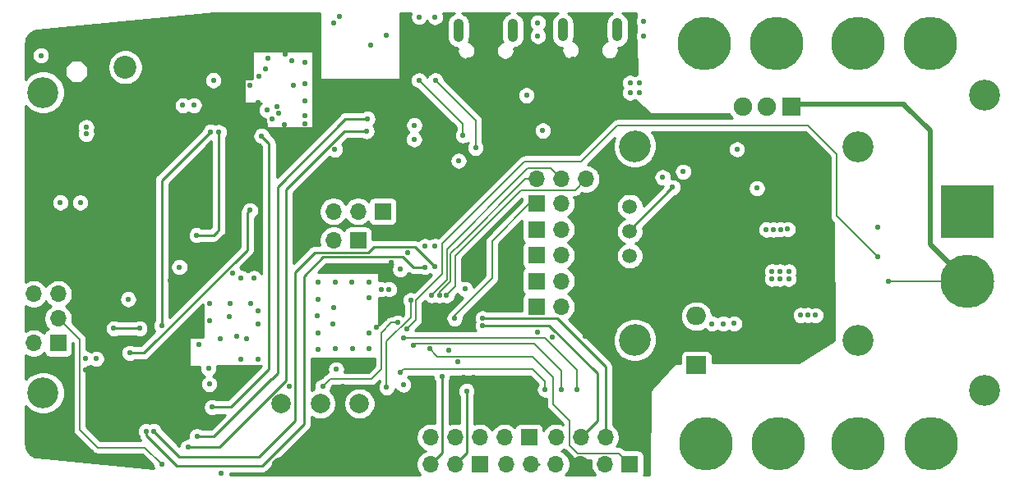
<source format=gbl>
G04 #@! TF.GenerationSoftware,KiCad,Pcbnew,(5.1.6)-1*
G04 #@! TF.CreationDate,2022-01-03T12:19:35+01:00*
G04 #@! TF.ProjectId,CURSO_PCB_DRONE,43555253-4f5f-4504-9342-5f44524f4e45,rev?*
G04 #@! TF.SameCoordinates,Original*
G04 #@! TF.FileFunction,Copper,L4,Bot*
G04 #@! TF.FilePolarity,Positive*
%FSLAX46Y46*%
G04 Gerber Fmt 4.6, Leading zero omitted, Abs format (unit mm)*
G04 Created by KiCad (PCBNEW (5.1.6)-1) date 2022-01-03 12:19:35*
%MOMM*%
%LPD*%
G01*
G04 APERTURE LIST*
G04 #@! TA.AperFunction,WasherPad*
%ADD10C,3.200000*%
G04 #@! TD*
G04 #@! TA.AperFunction,ComponentPad*
%ADD11O,1.700000X1.700000*%
G04 #@! TD*
G04 #@! TA.AperFunction,ComponentPad*
%ADD12R,1.700000X1.700000*%
G04 #@! TD*
G04 #@! TA.AperFunction,ComponentPad*
%ADD13O,1.100000X2.400000*%
G04 #@! TD*
G04 #@! TA.AperFunction,ComponentPad*
%ADD14C,5.500000*%
G04 #@! TD*
G04 #@! TA.AperFunction,ComponentPad*
%ADD15C,1.500000*%
G04 #@! TD*
G04 #@! TA.AperFunction,ComponentPad*
%ADD16C,2.362200*%
G04 #@! TD*
G04 #@! TA.AperFunction,ComponentPad*
%ADD17C,2.552700*%
G04 #@! TD*
G04 #@! TA.AperFunction,ComponentPad*
%ADD18C,5.516000*%
G04 #@! TD*
G04 #@! TA.AperFunction,ComponentPad*
%ADD19R,5.516000X5.516000*%
G04 #@! TD*
G04 #@! TA.AperFunction,ComponentPad*
%ADD20C,2.000000*%
G04 #@! TD*
G04 #@! TA.AperFunction,ComponentPad*
%ADD21C,1.900000*%
G04 #@! TD*
G04 #@! TA.AperFunction,ComponentPad*
%ADD22R,1.900000X1.900000*%
G04 #@! TD*
G04 #@! TA.AperFunction,ComponentPad*
%ADD23O,2.000000X1.905000*%
G04 #@! TD*
G04 #@! TA.AperFunction,ComponentPad*
%ADD24R,2.000000X1.905000*%
G04 #@! TD*
G04 #@! TA.AperFunction,ViaPad*
%ADD25C,0.550000*%
G04 #@! TD*
G04 #@! TA.AperFunction,Conductor*
%ADD26C,0.150000*%
G04 #@! TD*
G04 #@! TA.AperFunction,Conductor*
%ADD27C,0.300000*%
G04 #@! TD*
G04 #@! TA.AperFunction,Conductor*
%ADD28C,0.200000*%
G04 #@! TD*
G04 #@! TA.AperFunction,Conductor*
%ADD29C,0.500000*%
G04 #@! TD*
G04 #@! TA.AperFunction,Conductor*
%ADD30C,0.261112*%
G04 #@! TD*
G04 #@! TA.AperFunction,Conductor*
%ADD31C,0.254000*%
G04 #@! TD*
G04 APERTURE END LIST*
D10*
X143408820Y-99284860D03*
X143408820Y-79284860D03*
X179416820Y-104534860D03*
X179416820Y-74034860D03*
X82408820Y-73784860D03*
X82408820Y-104784860D03*
D11*
X109792520Y-86063400D03*
X112332520Y-86063400D03*
X114872520Y-86063400D03*
D12*
X117412520Y-86063400D03*
D13*
X135955000Y-67310000D03*
X141605000Y-67310000D03*
X130845000Y-67360000D03*
X125195000Y-67360000D03*
D14*
X150703280Y-110058200D03*
X150510240Y-68742560D03*
X166400480Y-110042960D03*
X166364920Y-68737480D03*
X173868080Y-68722240D03*
X173908720Y-110058200D03*
X158190000Y-110040000D03*
X158020000Y-68750000D03*
D11*
X81445100Y-94576900D03*
X83985100Y-94576900D03*
X81445100Y-97116900D03*
X83985100Y-97116900D03*
X81445100Y-99656900D03*
D12*
X83985100Y-99656900D03*
D15*
X142860000Y-93190000D03*
X142860000Y-90650000D03*
X142860000Y-88110000D03*
X142860000Y-85570000D03*
D10*
X143360000Y-99380000D03*
X143360000Y-79380000D03*
X166360000Y-79380000D03*
X166360000Y-99380000D03*
D12*
X114886740Y-89042240D03*
D11*
X112346740Y-89042240D03*
X109806740Y-89042240D03*
X119793100Y-109388240D03*
X122333100Y-109388240D03*
X124873100Y-109388240D03*
X127413100Y-109388240D03*
X129953100Y-109388240D03*
D12*
X132493100Y-109388240D03*
X133256020Y-87924640D03*
D11*
X135796020Y-87924640D03*
X138336020Y-87924640D03*
D12*
X133256020Y-93243400D03*
D11*
X135796020Y-93243400D03*
X138336020Y-93243400D03*
X119778780Y-112171480D03*
X122318780Y-112171480D03*
X124858780Y-112171480D03*
D12*
X127398780Y-112171480D03*
D11*
X138341100Y-90586560D03*
X135801100Y-90586560D03*
D12*
X133261100Y-90586560D03*
D11*
X138330940Y-95905320D03*
X135790940Y-95905320D03*
D12*
X133250940Y-95905320D03*
D16*
X90880000Y-71170000D03*
D17*
X93420000Y-68630000D03*
X88340000Y-68630000D03*
X88340000Y-73710000D03*
X93420000Y-73710000D03*
D18*
X177620000Y-93290000D03*
D19*
X177620000Y-86090000D03*
D20*
X110985300Y-105906500D03*
X110985300Y-112406500D03*
X106982260Y-112414120D03*
X106982260Y-105914120D03*
X115011200Y-105893800D03*
X115011200Y-112393800D03*
D21*
X154524700Y-75285600D03*
X157024700Y-75285600D03*
D22*
X159524700Y-75285600D03*
D23*
X149730000Y-96860000D03*
X149730000Y-99400000D03*
D24*
X149730000Y-101940000D03*
D12*
X133271260Y-85257640D03*
D11*
X133271260Y-82717640D03*
X135811260Y-85257640D03*
X135811260Y-82717640D03*
X138351260Y-85257640D03*
X138351260Y-82717640D03*
D12*
X142867380Y-112161320D03*
D11*
X140327380Y-112161320D03*
X137787380Y-112161320D03*
X135247380Y-112161320D03*
X132707380Y-112161320D03*
X130167380Y-112161320D03*
D12*
X142887700Y-109392720D03*
D11*
X140347700Y-109392720D03*
X137807700Y-109392720D03*
X135267700Y-109392720D03*
D25*
X110738920Y-93329760D03*
X115986560Y-100253800D03*
X109397800Y-76212700D03*
X104533700Y-101346000D03*
X87850000Y-102410000D03*
X86770000Y-102420000D03*
X91020000Y-103890000D03*
X97410000Y-103090000D03*
X97430000Y-104680000D03*
X86230000Y-82910000D03*
X84240000Y-82910000D03*
X97980000Y-73970000D03*
X96810000Y-73970000D03*
X113830000Y-79940000D03*
X155475800Y-80260880D03*
X151605800Y-84870880D03*
X151575800Y-80960880D03*
X104550031Y-74799945D03*
X101625400Y-96901000D03*
X102362000Y-98920300D03*
X100661459Y-99226359D03*
X103350988Y-99166319D03*
X103797100Y-95542100D03*
X99594998Y-97383600D03*
X98512041Y-99820141D03*
X102811149Y-101328464D03*
X101688900Y-95542100D03*
X104560010Y-96305010D03*
X104560010Y-97700190D03*
X112382300Y-66636900D03*
X117817900Y-67919600D03*
X106718100Y-75920600D03*
X106502200Y-75209400D03*
X108242100Y-73063100D03*
X108013500Y-70485000D03*
X109410500Y-70662800D03*
X105613200Y-70218300D03*
X103748191Y-73001491D03*
X105371900Y-71374000D03*
X106019600Y-76542900D03*
X109397800Y-74676000D03*
X109397800Y-72898000D03*
X107400410Y-69789990D03*
X104624491Y-72125191D03*
X126238000Y-70383400D03*
X126238000Y-71170800D03*
X136994900Y-70358000D03*
X136982200Y-71158100D03*
X136017000Y-74079100D03*
X120789700Y-75209400D03*
X128816100Y-76400660D03*
X116154200Y-79032100D03*
X97751900Y-89763600D03*
X107099100Y-79565500D03*
X107111800Y-80848200D03*
X104457500Y-83388200D03*
X82613500Y-91084400D03*
X90944700Y-91020900D03*
X90957400Y-79438500D03*
X82613500Y-79387700D03*
X87452200Y-104101900D03*
X97002600Y-72910700D03*
X99834700Y-76238100D03*
X97523300Y-76606400D03*
X101141588Y-72041788D03*
X105194100Y-67322700D03*
X105168700Y-68402200D03*
X100126800Y-70408800D03*
X98729800Y-71678800D03*
X95199200Y-70078600D03*
X95973900Y-69291200D03*
X96774000Y-68465700D03*
X98005900Y-68389500D03*
X95123000Y-72275700D03*
X96253300Y-72034400D03*
X97193100Y-71170800D03*
X98145600Y-70472300D03*
X96761300Y-66738500D03*
X97980500Y-66713100D03*
X99504500Y-66713100D03*
X101079300Y-66700400D03*
X102463600Y-66675000D03*
X110515400Y-70637400D03*
X110540800Y-72898000D03*
X110515400Y-74701400D03*
X110540800Y-75857100D03*
X107276900Y-77114400D03*
X109385100Y-77063600D03*
X110540800Y-77089000D03*
X95313500Y-75247500D03*
X95313500Y-76390500D03*
X93014800Y-76403200D03*
X90855800Y-73710800D03*
X90995500Y-76428600D03*
X110528100Y-68364100D03*
X110502700Y-65760600D03*
X110502700Y-67081400D03*
X110528100Y-69621400D03*
X110578900Y-71818500D03*
X110578900Y-73812400D03*
X121533920Y-82544920D03*
X157053280Y-80421480D03*
X158191200Y-80426560D03*
X158175960Y-83764120D03*
X126796800Y-103174800D03*
X150581360Y-81051400D03*
X151297640Y-93827600D03*
X152455880Y-92903040D03*
X153751280Y-91907360D03*
X156342080Y-91922600D03*
X153334720Y-89306400D03*
X155188920Y-89311480D03*
X154274520Y-88148160D03*
X161742120Y-88153240D03*
X162610800Y-89301320D03*
X161701480Y-90474800D03*
X156103320Y-82084706D03*
X116179600Y-68910200D03*
X88341880Y-77953600D03*
X85381880Y-77963600D03*
X82016600Y-108168440D03*
X83677760Y-108168440D03*
X85308440Y-108163360D03*
X87020400Y-108168440D03*
X83941920Y-70215760D03*
X99598480Y-95539560D03*
X95514160Y-93223080D03*
X125735080Y-103154480D03*
X112979200Y-65953640D03*
X112313720Y-97708720D03*
X112339120Y-95945960D03*
X110749080Y-100263960D03*
X112522000Y-100258880D03*
X114289840Y-100238560D03*
X115991640Y-98643440D03*
X115971320Y-94940120D03*
X115971320Y-93375480D03*
X114254280Y-93350080D03*
X112522000Y-93329760D03*
X110728760Y-98602800D03*
X110713520Y-95112840D03*
X110708440Y-96865440D03*
X125023880Y-95056960D03*
X116733320Y-98059240D03*
X119740680Y-94218760D03*
X125745240Y-92638880D03*
X124226320Y-100355400D03*
X114764540Y-102354100D03*
X115948460Y-102344220D03*
X117226080Y-91927680D03*
X118275100Y-91361260D03*
X119964200Y-90322400D03*
X113281460Y-104127300D03*
X117167660Y-105874820D03*
X89250000Y-96410000D03*
X91840000Y-96650000D03*
X138297920Y-98976180D03*
X133360160Y-98551455D03*
X134900467Y-99030993D03*
X168389300Y-87663020D03*
X105295700Y-77101700D03*
X112490000Y-79670000D03*
X133400800Y-67945000D03*
X133388100Y-66573400D03*
X132219700Y-74079100D03*
X121163080Y-65984120D03*
X122801380Y-65996820D03*
X120665240Y-77160120D03*
X120644920Y-78618080D03*
X142890240Y-72806560D03*
X143865600Y-72806560D03*
X143865600Y-73781920D03*
X142890240Y-73802240D03*
X144322800Y-67990720D03*
X144322800Y-66441320D03*
X125224540Y-80820260D03*
X86790000Y-101250000D03*
X87890000Y-101270000D03*
X99460000Y-102280000D03*
X99540000Y-103880000D03*
X102831900Y-92925900D03*
X101977393Y-92388893D03*
X104127300Y-92938600D03*
X96460000Y-91804800D03*
X151343360Y-97642680D03*
X152481280Y-97642680D03*
X153629360Y-97637600D03*
X100784660Y-113055400D03*
X86861880Y-77353600D03*
X86862920Y-78064360D03*
X86250000Y-85140000D03*
X84200000Y-85130000D03*
X97950000Y-75100000D03*
X96820000Y-75110000D03*
X133906260Y-77718920D03*
X105486200Y-75603100D03*
X99961700Y-72517000D03*
X121732040Y-89641680D03*
X122809000Y-89636600D03*
X112613440Y-102364540D03*
X146248120Y-82544920D03*
X148366480Y-81955640D03*
X155959121Y-83662026D03*
X157525720Y-92262960D03*
X158343600Y-92252800D03*
X159242760Y-92252800D03*
X157515560Y-93019880D03*
X158343600Y-93019880D03*
X159227520Y-93019880D03*
X160477200Y-96768920D03*
X161213800Y-96768920D03*
X162001200Y-96779080D03*
X156931360Y-87924640D03*
X157667960Y-87924640D03*
X158414720Y-87914480D03*
X159125920Y-87899240D03*
X82199480Y-69956680D03*
X153903680Y-79649320D03*
X125887480Y-94081600D03*
X125117720Y-101612840D03*
X119214900Y-92044520D03*
X117256560Y-94101920D03*
X118061740Y-94096840D03*
X107752114Y-104124760D03*
X91190000Y-95120000D03*
X119532400Y-103949500D03*
X94630000Y-112166160D03*
X118958360Y-97541080D03*
X111231680Y-104124760D03*
X120284240Y-95237300D03*
X117822980Y-104228900D03*
X126974600Y-79499460D03*
X122829320Y-72532240D03*
X125679200Y-78216760D03*
X121152920Y-72527160D03*
X169532300Y-93299280D03*
X91351100Y-100672900D03*
X103746300Y-85953600D03*
X89712800Y-98145600D03*
X92360194Y-98138694D03*
X126051160Y-104601160D03*
X147284440Y-83565324D03*
X123513850Y-103064310D03*
X127716280Y-97102320D03*
X127716280Y-97852323D03*
X122443240Y-94724220D03*
X123248420Y-94724220D03*
X123998285Y-94709855D03*
X124815600Y-97116900D03*
X122229880Y-100253800D03*
X137444480Y-104485440D03*
X119578935Y-99101455D03*
X119242840Y-102641400D03*
X134142480Y-104444800D03*
X120558560Y-99888040D03*
X135785860Y-104467660D03*
X93822520Y-108742480D03*
X122819160Y-91790520D03*
X93040200Y-108742480D03*
X121747280Y-91805760D03*
X168381680Y-90728800D03*
X119891430Y-98199830D03*
X99822000Y-106273600D03*
X104927400Y-78270100D03*
X99669600Y-77838300D03*
X94653100Y-97866200D03*
X98247200Y-88506300D03*
X100533200Y-77889100D03*
X115747800Y-77787500D03*
X97353120Y-110383320D03*
X115836700Y-76492100D03*
X98267520Y-109275880D03*
D26*
X86194999Y-99326799D02*
X86194999Y-108572399D01*
X83985100Y-97116900D02*
X86194999Y-99326799D01*
X86194999Y-108572399D02*
X88049100Y-110426500D01*
X88049100Y-110426500D02*
X92890340Y-110426500D01*
X92890340Y-110426500D02*
X94630000Y-112166160D01*
X111996220Y-103360220D02*
X111231680Y-104124760D01*
X116245640Y-103360220D02*
X111996220Y-103360220D01*
X118958360Y-97541080D02*
X118313200Y-97541080D01*
X118313200Y-97541080D02*
X117271800Y-98582480D01*
X117271800Y-98582480D02*
X117271800Y-102334060D01*
X117271800Y-102334060D02*
X116245640Y-103360220D01*
D27*
X111231680Y-105660120D02*
X110985300Y-105906500D01*
D26*
X120284240Y-97029202D02*
X120284240Y-96545400D01*
X117822980Y-104228900D02*
X117822980Y-99490462D01*
X120284240Y-95237300D02*
X120284240Y-96545400D01*
X117822980Y-99490462D02*
X120284240Y-97029202D01*
D28*
X122829320Y-72532240D02*
X126974600Y-76677520D01*
X126974600Y-76690220D02*
X126974600Y-79499460D01*
X121152920Y-72527160D02*
X125679200Y-77053440D01*
D26*
X125679200Y-78216760D02*
X125679200Y-77053440D01*
D29*
X173791880Y-77729080D02*
X171180760Y-75117960D01*
X177620000Y-93290000D02*
X173791880Y-89461880D01*
X173791880Y-89461880D02*
X173791880Y-77729080D01*
D26*
X177620000Y-93290000D02*
X169541580Y-93290000D01*
X169541580Y-93290000D02*
X169532300Y-93299280D01*
D29*
X171091860Y-75029060D02*
X171180760Y-75117960D01*
X159369760Y-75029060D02*
X171091860Y-75029060D01*
D30*
X103441500Y-86258400D02*
X103746300Y-85953600D01*
X103441500Y-90028561D02*
X103441500Y-86258400D01*
X91351100Y-100672900D02*
X92797161Y-100672900D01*
X92797161Y-100672900D02*
X103441500Y-90028561D01*
X89712800Y-98145600D02*
X92353288Y-98145600D01*
X92353288Y-98145600D02*
X92360194Y-98138694D01*
X126053657Y-110976603D02*
X126053657Y-104603657D01*
X124858780Y-112171480D02*
X126053657Y-110976603D01*
X126053657Y-104603657D02*
X126051160Y-104601160D01*
X142860000Y-87989764D02*
X142860000Y-88110000D01*
X147284440Y-83565324D02*
X142860000Y-87989764D01*
X122318780Y-112171480D02*
X123513657Y-110976603D01*
X123513657Y-110976603D02*
X123513657Y-103064503D01*
X123513657Y-103064503D02*
X123513850Y-103064310D01*
X127716280Y-97102320D02*
X135375040Y-97102320D01*
X140347700Y-102074980D02*
X140347700Y-109392720D01*
X135375040Y-97102320D02*
X140347700Y-102074980D01*
X132707380Y-112161320D02*
X133500155Y-112161320D01*
X139512040Y-107688380D02*
X137807700Y-109392720D01*
X139512040Y-102786180D02*
X139512040Y-107688380D01*
X127716280Y-97852323D02*
X134578183Y-97852323D01*
X134578183Y-97852323D02*
X139512040Y-102786180D01*
D26*
X124038360Y-93129100D02*
X122443240Y-94724220D01*
X124038360Y-89936320D02*
X124038360Y-93129100D01*
X132382041Y-81592639D02*
X131179570Y-82795110D01*
X134686259Y-81592639D02*
X132382041Y-81592639D01*
X135811260Y-82717640D02*
X134686259Y-81592639D01*
X131257040Y-82717640D02*
X131179570Y-82795110D01*
X131179570Y-82795110D02*
X124038360Y-89936320D01*
X123248420Y-94414028D02*
X124388370Y-93274078D01*
X123248420Y-94724220D02*
X123248420Y-94414028D01*
X133271260Y-82717640D02*
X132110480Y-82717640D01*
X132110480Y-82717640D02*
X125486160Y-89341960D01*
X125486160Y-89343480D02*
X124388370Y-90441270D01*
X124388370Y-93274078D02*
X124388370Y-90441270D01*
X125486160Y-89341960D02*
X125486160Y-89343480D01*
X123998285Y-94709855D02*
X124899420Y-93808720D01*
X124899420Y-93808720D02*
X124899420Y-90632280D01*
X137226259Y-83842641D02*
X138351260Y-82717640D01*
X131689059Y-83842641D02*
X137226259Y-83842641D01*
X124899420Y-90632280D02*
X131689059Y-83842641D01*
X133271260Y-85257640D02*
X132542280Y-85257640D01*
X132542280Y-85257640D02*
X128676400Y-89123520D01*
X124815600Y-97116900D02*
X124815600Y-96832420D01*
X128676400Y-92971620D02*
X128676400Y-92478860D01*
X128676400Y-89123520D02*
X128676400Y-92478860D01*
X124815600Y-96832420D02*
X128676400Y-92971620D01*
D30*
X142913100Y-112008240D02*
X142869706Y-112008240D01*
D26*
X136682699Y-110205739D02*
X136682699Y-107682719D01*
X137513279Y-111036319D02*
X136682699Y-110205739D01*
X141742379Y-111036319D02*
X137513279Y-111036319D01*
X142867380Y-112161320D02*
X141742379Y-111036319D01*
X134972190Y-103186630D02*
X134972190Y-105972210D01*
X132848399Y-101062839D02*
X134972190Y-103186630D01*
X136682699Y-107682719D02*
X134972190Y-105972210D01*
X122229880Y-100253800D02*
X123038919Y-101062839D01*
X123038919Y-101062839D02*
X132848399Y-101062839D01*
X119652050Y-99028340D02*
X119578935Y-99101455D01*
X137444480Y-102417880D02*
X137444480Y-104485440D01*
X119578935Y-99101455D02*
X134128055Y-99101455D01*
X134128055Y-99101455D02*
X137444480Y-102417880D01*
X119517839Y-102366401D02*
X131441781Y-102366401D01*
X119242840Y-102641400D02*
X119517839Y-102366401D01*
X134142480Y-103634540D02*
X134142480Y-104444800D01*
X132874341Y-102366401D02*
X134142480Y-103634540D01*
X131441781Y-102366401D02*
X132874341Y-102366401D01*
X120558560Y-99888040D02*
X120742801Y-99703799D01*
X135785860Y-104467660D02*
X135785860Y-102483920D01*
X133005739Y-99703799D02*
X132690779Y-99703799D01*
X135785860Y-102483920D02*
X133005739Y-99703799D01*
X120742801Y-99703799D02*
X132690779Y-99703799D01*
D30*
X93822520Y-108742480D02*
X96456500Y-111376460D01*
X96456500Y-111376460D02*
X104670860Y-111376460D01*
X108357670Y-107689650D02*
X108311950Y-107735370D01*
X110405022Y-90293078D02*
X108357670Y-92340430D01*
X104670860Y-111376460D02*
X108311950Y-107735370D01*
X115930905Y-90293078D02*
X110405022Y-90293078D01*
X122819160Y-91790520D02*
X120745483Y-89716843D01*
X108357670Y-92340430D02*
X108357670Y-107689650D01*
X116507140Y-89716843D02*
X115930905Y-90293078D01*
X120745483Y-89716843D02*
X116507140Y-89716843D01*
X93040200Y-109184440D02*
X93040200Y-108742480D01*
X96169480Y-112313720D02*
X93040200Y-109184440D01*
X105008680Y-112313720D02*
X96169480Y-112313720D01*
X109281937Y-108040463D02*
X105008680Y-112313720D01*
X120551335Y-91805760D02*
X119499775Y-90754200D01*
X119499775Y-90754200D02*
X111292640Y-90754200D01*
X111292640Y-90754200D02*
X109281937Y-92764903D01*
X121747280Y-91805760D02*
X120551335Y-91805760D01*
X109281937Y-92764903D02*
X109281937Y-108040463D01*
D26*
X164183060Y-86530180D02*
X168381680Y-90728800D01*
X164183060Y-80129380D02*
X164183060Y-86530180D01*
X161234120Y-77180440D02*
X164183060Y-80129380D01*
X141577060Y-77180440D02*
X161234120Y-77180440D01*
X137855960Y-80901540D02*
X141577060Y-77180440D01*
X132036820Y-80901540D02*
X137855960Y-80901540D01*
X120834241Y-97257019D02*
X120834241Y-95213079D01*
X120834241Y-95213079D02*
X123515120Y-92532200D01*
X119891430Y-98199830D02*
X120834241Y-97257019D01*
X123515120Y-92532200D02*
X123515120Y-89423240D01*
X123515120Y-89423240D02*
X132036820Y-80901540D01*
D30*
X105714800Y-83749275D02*
X105714800Y-102323900D01*
X105714800Y-102323900D02*
X101765100Y-106273600D01*
X101765100Y-106273600D02*
X99822000Y-106273600D01*
X105714800Y-79057500D02*
X104927400Y-78270100D01*
X105714800Y-83749275D02*
X105714800Y-79057500D01*
X99669600Y-77838300D02*
X94653100Y-82854800D01*
X94653100Y-82854800D02*
X94653100Y-97866200D01*
X99979556Y-88506300D02*
X98247200Y-88506300D01*
X100533200Y-87952656D02*
X100383378Y-88102478D01*
X100533200Y-77889100D02*
X100533200Y-87952656D01*
X100383378Y-88102478D02*
X99979556Y-88506300D01*
X113476275Y-77787500D02*
X115747800Y-77787500D01*
X107035600Y-103924100D02*
X107048300Y-103924100D01*
X107461938Y-103510462D02*
X107461938Y-83801838D01*
X107048300Y-103924100D02*
X107461938Y-103510462D01*
X107461938Y-83801838D02*
X113476275Y-77787500D01*
X100576380Y-110383320D02*
X100585270Y-110374430D01*
X97353120Y-110383320D02*
X100576380Y-110383320D01*
X100585270Y-110374430D02*
X107035600Y-103924100D01*
X115836700Y-76492100D02*
X113588800Y-76492100D01*
X105968800Y-103339900D02*
X105981500Y-103339900D01*
X106565700Y-102755700D02*
X106565700Y-83515200D01*
X105981500Y-103339900D02*
X106565700Y-102755700D01*
X113588800Y-76492100D02*
X106565700Y-83515200D01*
X100032820Y-109275880D02*
X100041710Y-109266990D01*
X98267520Y-109275880D02*
X100032820Y-109275880D01*
X105968800Y-103339900D02*
X100041710Y-109266990D01*
D31*
G36*
X163473060Y-80423472D02*
G01*
X163473061Y-86495295D01*
X163469625Y-86530180D01*
X163483334Y-86669364D01*
X163523932Y-86803199D01*
X163574613Y-86898016D01*
X163589861Y-86926543D01*
X163678586Y-87034655D01*
X163705677Y-87056888D01*
X163839452Y-87190663D01*
X163893193Y-99359225D01*
X160325125Y-101656837D01*
X151368072Y-101693625D01*
X151368072Y-100987500D01*
X151355812Y-100863018D01*
X151319502Y-100743320D01*
X151260537Y-100633006D01*
X151181185Y-100536315D01*
X151084494Y-100456963D01*
X150974180Y-100397998D01*
X150854482Y-100361688D01*
X150730000Y-100349428D01*
X148730000Y-100349428D01*
X148605518Y-100361688D01*
X148485820Y-100397998D01*
X148375506Y-100456963D01*
X148278815Y-100536315D01*
X148199463Y-100633006D01*
X148140498Y-100743320D01*
X148104188Y-100863018D01*
X148091928Y-100987500D01*
X148091928Y-101707081D01*
X147570938Y-101709221D01*
X147546172Y-101711763D01*
X147522378Y-101719088D01*
X147500469Y-101730914D01*
X147478187Y-101750027D01*
X145004227Y-104427187D01*
X144989204Y-104447040D01*
X144978343Y-104469442D01*
X144972060Y-104493533D01*
X144970504Y-104512314D01*
X144897174Y-113245794D01*
X144309941Y-113245417D01*
X144343192Y-113135802D01*
X144355452Y-113011320D01*
X144355452Y-111311320D01*
X144343192Y-111186838D01*
X144306882Y-111067140D01*
X144247917Y-110956826D01*
X144168565Y-110860135D01*
X144071874Y-110780783D01*
X143961560Y-110721818D01*
X143841862Y-110685508D01*
X143717380Y-110673248D01*
X142383399Y-110673248D01*
X142269091Y-110558940D01*
X142246854Y-110531844D01*
X142138742Y-110443119D01*
X142015399Y-110377191D01*
X141881563Y-110336592D01*
X141777256Y-110326319D01*
X141777254Y-110326319D01*
X141742379Y-110322884D01*
X141707504Y-110326319D01*
X141509883Y-110326319D01*
X141663690Y-110096131D01*
X141775632Y-109825878D01*
X141832700Y-109538980D01*
X141832700Y-109246460D01*
X141775632Y-108959562D01*
X141663690Y-108689309D01*
X141501175Y-108446088D01*
X141294332Y-108239245D01*
X141113256Y-108118254D01*
X141113256Y-102112576D01*
X141116959Y-102074979D01*
X141113256Y-102037382D01*
X141113256Y-102037372D01*
X141102179Y-101924905D01*
X141058404Y-101780597D01*
X140997511Y-101666675D01*
X140987316Y-101647601D01*
X140915622Y-101560242D01*
X140915621Y-101560241D01*
X140891649Y-101531031D01*
X140862440Y-101507060D01*
X138515252Y-99159872D01*
X141125000Y-99159872D01*
X141125000Y-99600128D01*
X141210890Y-100031925D01*
X141379369Y-100438669D01*
X141623962Y-100804729D01*
X141935271Y-101116038D01*
X142301331Y-101360631D01*
X142708075Y-101529110D01*
X143139872Y-101615000D01*
X143580128Y-101615000D01*
X144011925Y-101529110D01*
X144418669Y-101360631D01*
X144784729Y-101116038D01*
X145096038Y-100804729D01*
X145340631Y-100438669D01*
X145364689Y-100380588D01*
X145389451Y-100343529D01*
X145557930Y-99936785D01*
X145643820Y-99504988D01*
X145643820Y-99064732D01*
X145557930Y-98632935D01*
X145389451Y-98226191D01*
X145144858Y-97860131D01*
X144833549Y-97548822D01*
X144467489Y-97304229D01*
X144060745Y-97135750D01*
X143628948Y-97049860D01*
X143188692Y-97049860D01*
X142756895Y-97135750D01*
X142350151Y-97304229D01*
X141984091Y-97548822D01*
X141672782Y-97860131D01*
X141428189Y-98226191D01*
X141404131Y-98284272D01*
X141379369Y-98321331D01*
X141210890Y-98728075D01*
X141125000Y-99159872D01*
X138515252Y-99159872D01*
X136543709Y-97188330D01*
X136737572Y-97058795D01*
X136936367Y-96860000D01*
X148087319Y-96860000D01*
X148117970Y-97171204D01*
X148208745Y-97470449D01*
X148356155Y-97746235D01*
X148554537Y-97987963D01*
X148796265Y-98186345D01*
X149072051Y-98333755D01*
X149371296Y-98424530D01*
X149604514Y-98447500D01*
X149855486Y-98447500D01*
X150088704Y-98424530D01*
X150387949Y-98333755D01*
X150625746Y-98206651D01*
X150636517Y-98222771D01*
X150763269Y-98349523D01*
X150912313Y-98449111D01*
X151077923Y-98517709D01*
X151253733Y-98552680D01*
X151432987Y-98552680D01*
X151608797Y-98517709D01*
X151774407Y-98449111D01*
X151912320Y-98356960D01*
X152050233Y-98449111D01*
X152215843Y-98517709D01*
X152391653Y-98552680D01*
X152570907Y-98552680D01*
X152746717Y-98517709D01*
X152912327Y-98449111D01*
X153059121Y-98351026D01*
X153198313Y-98444031D01*
X153363923Y-98512629D01*
X153539733Y-98547600D01*
X153718987Y-98547600D01*
X153894797Y-98512629D01*
X154060407Y-98444031D01*
X154209451Y-98344443D01*
X154336203Y-98217691D01*
X154435791Y-98068647D01*
X154504389Y-97903037D01*
X154539360Y-97727227D01*
X154539360Y-97547973D01*
X154504389Y-97372163D01*
X154435791Y-97206553D01*
X154336203Y-97057509D01*
X154209451Y-96930757D01*
X154060407Y-96831169D01*
X153894797Y-96762571D01*
X153718987Y-96727600D01*
X153539733Y-96727600D01*
X153363923Y-96762571D01*
X153198313Y-96831169D01*
X153051519Y-96929254D01*
X152912327Y-96836249D01*
X152746717Y-96767651D01*
X152570907Y-96732680D01*
X152391653Y-96732680D01*
X152215843Y-96767651D01*
X152050233Y-96836249D01*
X151912320Y-96928400D01*
X151774407Y-96836249D01*
X151608797Y-96767651D01*
X151432987Y-96732680D01*
X151360141Y-96732680D01*
X151354883Y-96679293D01*
X159567200Y-96679293D01*
X159567200Y-96858547D01*
X159602171Y-97034357D01*
X159670769Y-97199967D01*
X159770357Y-97349011D01*
X159897109Y-97475763D01*
X160046153Y-97575351D01*
X160211763Y-97643949D01*
X160387573Y-97678920D01*
X160566827Y-97678920D01*
X160742637Y-97643949D01*
X160845500Y-97601342D01*
X160948363Y-97643949D01*
X161124173Y-97678920D01*
X161303427Y-97678920D01*
X161479237Y-97643949D01*
X161595236Y-97595901D01*
X161735763Y-97654109D01*
X161911573Y-97689080D01*
X162090827Y-97689080D01*
X162266637Y-97654109D01*
X162432247Y-97585511D01*
X162581291Y-97485923D01*
X162708043Y-97359171D01*
X162807631Y-97210127D01*
X162876229Y-97044517D01*
X162911200Y-96868707D01*
X162911200Y-96689453D01*
X162876229Y-96513643D01*
X162807631Y-96348033D01*
X162708043Y-96198989D01*
X162581291Y-96072237D01*
X162432247Y-95972649D01*
X162266637Y-95904051D01*
X162090827Y-95869080D01*
X161911573Y-95869080D01*
X161735763Y-95904051D01*
X161619764Y-95952099D01*
X161479237Y-95893891D01*
X161303427Y-95858920D01*
X161124173Y-95858920D01*
X160948363Y-95893891D01*
X160845500Y-95936498D01*
X160742637Y-95893891D01*
X160566827Y-95858920D01*
X160387573Y-95858920D01*
X160211763Y-95893891D01*
X160046153Y-95962489D01*
X159897109Y-96062077D01*
X159770357Y-96188829D01*
X159670769Y-96337873D01*
X159602171Y-96503483D01*
X159567200Y-96679293D01*
X151354883Y-96679293D01*
X151342030Y-96548796D01*
X151251255Y-96249551D01*
X151103845Y-95973765D01*
X150905463Y-95732037D01*
X150663735Y-95533655D01*
X150387949Y-95386245D01*
X150088704Y-95295470D01*
X149855486Y-95272500D01*
X149604514Y-95272500D01*
X149371296Y-95295470D01*
X149072051Y-95386245D01*
X148796265Y-95533655D01*
X148554537Y-95732037D01*
X148356155Y-95973765D01*
X148208745Y-96249551D01*
X148117970Y-96548796D01*
X148087319Y-96860000D01*
X136936367Y-96860000D01*
X136944415Y-96851952D01*
X137106930Y-96608731D01*
X137218872Y-96338478D01*
X137275940Y-96051580D01*
X137275940Y-95759060D01*
X137218872Y-95472162D01*
X137106930Y-95201909D01*
X136944415Y-94958688D01*
X136737572Y-94751845D01*
X136494351Y-94589330D01*
X136460750Y-94575412D01*
X136499431Y-94559390D01*
X136742652Y-94396875D01*
X136949495Y-94190032D01*
X137112010Y-93946811D01*
X137223952Y-93676558D01*
X137281020Y-93389660D01*
X137281020Y-93097140D01*
X137247824Y-92930253D01*
X156605560Y-92930253D01*
X156605560Y-93109507D01*
X156640531Y-93285317D01*
X156709129Y-93450927D01*
X156808717Y-93599971D01*
X156935469Y-93726723D01*
X157084513Y-93826311D01*
X157250123Y-93894909D01*
X157425933Y-93929880D01*
X157605187Y-93929880D01*
X157780997Y-93894909D01*
X157929580Y-93833364D01*
X158078163Y-93894909D01*
X158253973Y-93929880D01*
X158433227Y-93929880D01*
X158609037Y-93894909D01*
X158774647Y-93826311D01*
X158785560Y-93819019D01*
X158796473Y-93826311D01*
X158962083Y-93894909D01*
X159137893Y-93929880D01*
X159317147Y-93929880D01*
X159492957Y-93894909D01*
X159658567Y-93826311D01*
X159807611Y-93726723D01*
X159934363Y-93599971D01*
X160033951Y-93450927D01*
X160102549Y-93285317D01*
X160137520Y-93109507D01*
X160137520Y-92930253D01*
X160102549Y-92754443D01*
X160061249Y-92654736D01*
X160117789Y-92518237D01*
X160152760Y-92342427D01*
X160152760Y-92163173D01*
X160117789Y-91987363D01*
X160049191Y-91821753D01*
X159949603Y-91672709D01*
X159822851Y-91545957D01*
X159673807Y-91446369D01*
X159508197Y-91377771D01*
X159332387Y-91342800D01*
X159153133Y-91342800D01*
X158977323Y-91377771D01*
X158811713Y-91446369D01*
X158793180Y-91458752D01*
X158774647Y-91446369D01*
X158609037Y-91377771D01*
X158433227Y-91342800D01*
X158253973Y-91342800D01*
X158078163Y-91377771D01*
X157922396Y-91442292D01*
X157791157Y-91387931D01*
X157615347Y-91352960D01*
X157436093Y-91352960D01*
X157260283Y-91387931D01*
X157094673Y-91456529D01*
X156945629Y-91556117D01*
X156818877Y-91682869D01*
X156719289Y-91831913D01*
X156650691Y-91997523D01*
X156615720Y-92173333D01*
X156615720Y-92352587D01*
X156650691Y-92528397D01*
X156692427Y-92629156D01*
X156640531Y-92754443D01*
X156605560Y-92930253D01*
X137247824Y-92930253D01*
X137223952Y-92810242D01*
X137112010Y-92539989D01*
X136949495Y-92296768D01*
X136742652Y-92089925D01*
X136499431Y-91927410D01*
X136471962Y-91916032D01*
X136504511Y-91902550D01*
X136747732Y-91740035D01*
X136954575Y-91533192D01*
X137117090Y-91289971D01*
X137229032Y-91019718D01*
X137286100Y-90732820D01*
X137286100Y-90440300D01*
X137229032Y-90153402D01*
X137117090Y-89883149D01*
X136954575Y-89639928D01*
X136747732Y-89433085D01*
X136504511Y-89270570D01*
X136465830Y-89254548D01*
X136499431Y-89240630D01*
X136742652Y-89078115D01*
X136949495Y-88871272D01*
X137112010Y-88628051D01*
X137223952Y-88357798D01*
X137281020Y-88070900D01*
X137281020Y-87778380D01*
X137223952Y-87491482D01*
X137112010Y-87221229D01*
X136949495Y-86978008D01*
X136742652Y-86771165D01*
X136499431Y-86608650D01*
X136464778Y-86594296D01*
X136514671Y-86573630D01*
X136757892Y-86411115D01*
X136964735Y-86204272D01*
X137127250Y-85961051D01*
X137239192Y-85690798D01*
X137290354Y-85433589D01*
X141475000Y-85433589D01*
X141475000Y-85706411D01*
X141528225Y-85973989D01*
X141632629Y-86226043D01*
X141784201Y-86452886D01*
X141977114Y-86645799D01*
X142203957Y-86797371D01*
X142306873Y-86840000D01*
X142203957Y-86882629D01*
X141977114Y-87034201D01*
X141784201Y-87227114D01*
X141632629Y-87453957D01*
X141528225Y-87706011D01*
X141475000Y-87973589D01*
X141475000Y-88246411D01*
X141528225Y-88513989D01*
X141632629Y-88766043D01*
X141784201Y-88992886D01*
X141977114Y-89185799D01*
X142203957Y-89337371D01*
X142306873Y-89380000D01*
X142203957Y-89422629D01*
X141977114Y-89574201D01*
X141784201Y-89767114D01*
X141632629Y-89993957D01*
X141528225Y-90246011D01*
X141475000Y-90513589D01*
X141475000Y-90786411D01*
X141528225Y-91053989D01*
X141632629Y-91306043D01*
X141784201Y-91532886D01*
X141977114Y-91725799D01*
X142203957Y-91877371D01*
X142456011Y-91981775D01*
X142723589Y-92035000D01*
X142996411Y-92035000D01*
X143263989Y-91981775D01*
X143516043Y-91877371D01*
X143742886Y-91725799D01*
X143935799Y-91532886D01*
X144087371Y-91306043D01*
X144191775Y-91053989D01*
X144245000Y-90786411D01*
X144245000Y-90513589D01*
X144191775Y-90246011D01*
X144087371Y-89993957D01*
X143935799Y-89767114D01*
X143742886Y-89574201D01*
X143516043Y-89422629D01*
X143413127Y-89380000D01*
X143516043Y-89337371D01*
X143742886Y-89185799D01*
X143935799Y-88992886D01*
X144087371Y-88766043D01*
X144191775Y-88513989D01*
X144245000Y-88246411D01*
X144245000Y-87973589D01*
X144217436Y-87835013D01*
X156021360Y-87835013D01*
X156021360Y-88014267D01*
X156056331Y-88190077D01*
X156124929Y-88355687D01*
X156224517Y-88504731D01*
X156351269Y-88631483D01*
X156500313Y-88731071D01*
X156665923Y-88799669D01*
X156841733Y-88834640D01*
X157020987Y-88834640D01*
X157196797Y-88799669D01*
X157299660Y-88757062D01*
X157402523Y-88799669D01*
X157578333Y-88834640D01*
X157757587Y-88834640D01*
X157933397Y-88799669D01*
X158053604Y-88749877D01*
X158149283Y-88789509D01*
X158325093Y-88824480D01*
X158504347Y-88824480D01*
X158680157Y-88789509D01*
X158788716Y-88744542D01*
X158860483Y-88774269D01*
X159036293Y-88809240D01*
X159215547Y-88809240D01*
X159391357Y-88774269D01*
X159556967Y-88705671D01*
X159706011Y-88606083D01*
X159832763Y-88479331D01*
X159932351Y-88330287D01*
X160000949Y-88164677D01*
X160035920Y-87988867D01*
X160035920Y-87809613D01*
X160000949Y-87633803D01*
X159932351Y-87468193D01*
X159832763Y-87319149D01*
X159706011Y-87192397D01*
X159556967Y-87092809D01*
X159391357Y-87024211D01*
X159215547Y-86989240D01*
X159036293Y-86989240D01*
X158860483Y-87024211D01*
X158751924Y-87069178D01*
X158680157Y-87039451D01*
X158504347Y-87004480D01*
X158325093Y-87004480D01*
X158149283Y-87039451D01*
X158029076Y-87089243D01*
X157933397Y-87049611D01*
X157757587Y-87014640D01*
X157578333Y-87014640D01*
X157402523Y-87049611D01*
X157299660Y-87092218D01*
X157196797Y-87049611D01*
X157020987Y-87014640D01*
X156841733Y-87014640D01*
X156665923Y-87049611D01*
X156500313Y-87118209D01*
X156351269Y-87217797D01*
X156224517Y-87344549D01*
X156124929Y-87493593D01*
X156056331Y-87659203D01*
X156021360Y-87835013D01*
X144217436Y-87835013D01*
X144197522Y-87734901D01*
X147477717Y-84454707D01*
X147549877Y-84440353D01*
X147715487Y-84371755D01*
X147864531Y-84272167D01*
X147991283Y-84145415D01*
X148090871Y-83996371D01*
X148159469Y-83830761D01*
X148194440Y-83654951D01*
X148194440Y-83572399D01*
X155049121Y-83572399D01*
X155049121Y-83751653D01*
X155084092Y-83927463D01*
X155152690Y-84093073D01*
X155252278Y-84242117D01*
X155379030Y-84368869D01*
X155528074Y-84468457D01*
X155693684Y-84537055D01*
X155869494Y-84572026D01*
X156048748Y-84572026D01*
X156224558Y-84537055D01*
X156390168Y-84468457D01*
X156539212Y-84368869D01*
X156665964Y-84242117D01*
X156765552Y-84093073D01*
X156834150Y-83927463D01*
X156869121Y-83751653D01*
X156869121Y-83572399D01*
X156834150Y-83396589D01*
X156765552Y-83230979D01*
X156665964Y-83081935D01*
X156539212Y-82955183D01*
X156390168Y-82855595D01*
X156224558Y-82786997D01*
X156048748Y-82752026D01*
X155869494Y-82752026D01*
X155693684Y-82786997D01*
X155528074Y-82855595D01*
X155379030Y-82955183D01*
X155252278Y-83081935D01*
X155152690Y-83230979D01*
X155084092Y-83396589D01*
X155049121Y-83572399D01*
X148194440Y-83572399D01*
X148194440Y-83475697D01*
X148159469Y-83299887D01*
X148090871Y-83134277D01*
X147991283Y-82985233D01*
X147864531Y-82858481D01*
X147715487Y-82758893D01*
X147549877Y-82690295D01*
X147374067Y-82655324D01*
X147194813Y-82655324D01*
X147152305Y-82663779D01*
X147158120Y-82634547D01*
X147158120Y-82455293D01*
X147123149Y-82279483D01*
X147054551Y-82113873D01*
X146954963Y-81964829D01*
X146856147Y-81866013D01*
X147456480Y-81866013D01*
X147456480Y-82045267D01*
X147491451Y-82221077D01*
X147560049Y-82386687D01*
X147659637Y-82535731D01*
X147786389Y-82662483D01*
X147935433Y-82762071D01*
X148101043Y-82830669D01*
X148276853Y-82865640D01*
X148456107Y-82865640D01*
X148631917Y-82830669D01*
X148797527Y-82762071D01*
X148946571Y-82662483D01*
X149073323Y-82535731D01*
X149172911Y-82386687D01*
X149241509Y-82221077D01*
X149276480Y-82045267D01*
X149276480Y-81866013D01*
X149241509Y-81690203D01*
X149172911Y-81524593D01*
X149073323Y-81375549D01*
X148946571Y-81248797D01*
X148797527Y-81149209D01*
X148631917Y-81080611D01*
X148456107Y-81045640D01*
X148276853Y-81045640D01*
X148101043Y-81080611D01*
X147935433Y-81149209D01*
X147786389Y-81248797D01*
X147659637Y-81375549D01*
X147560049Y-81524593D01*
X147491451Y-81690203D01*
X147456480Y-81866013D01*
X146856147Y-81866013D01*
X146828211Y-81838077D01*
X146679167Y-81738489D01*
X146513557Y-81669891D01*
X146337747Y-81634920D01*
X146158493Y-81634920D01*
X145982683Y-81669891D01*
X145817073Y-81738489D01*
X145668029Y-81838077D01*
X145541277Y-81964829D01*
X145441689Y-82113873D01*
X145373091Y-82279483D01*
X145338120Y-82455293D01*
X145338120Y-82634547D01*
X145373091Y-82810357D01*
X145441689Y-82975967D01*
X145541277Y-83125011D01*
X145668029Y-83251763D01*
X145817073Y-83351351D01*
X145982683Y-83419949D01*
X146158493Y-83454920D01*
X146312184Y-83454920D01*
X144245000Y-85522105D01*
X144245000Y-85433589D01*
X144191775Y-85166011D01*
X144087371Y-84913957D01*
X143935799Y-84687114D01*
X143742886Y-84494201D01*
X143516043Y-84342629D01*
X143263989Y-84238225D01*
X142996411Y-84185000D01*
X142723589Y-84185000D01*
X142456011Y-84238225D01*
X142203957Y-84342629D01*
X141977114Y-84494201D01*
X141784201Y-84687114D01*
X141632629Y-84913957D01*
X141528225Y-85166011D01*
X141475000Y-85433589D01*
X137290354Y-85433589D01*
X137296260Y-85403900D01*
X137296260Y-85111380D01*
X137239192Y-84824482D01*
X137127250Y-84554229D01*
X137126189Y-84552641D01*
X137191384Y-84552641D01*
X137226259Y-84556076D01*
X137261134Y-84552641D01*
X137261136Y-84552641D01*
X137365443Y-84542368D01*
X137499279Y-84501769D01*
X137622622Y-84435841D01*
X137730734Y-84347116D01*
X137752971Y-84320020D01*
X137925873Y-84147118D01*
X138205000Y-84202640D01*
X138497520Y-84202640D01*
X138784418Y-84145572D01*
X139054671Y-84033630D01*
X139297892Y-83871115D01*
X139504735Y-83664272D01*
X139667250Y-83421051D01*
X139779192Y-83150798D01*
X139836260Y-82863900D01*
X139836260Y-82571380D01*
X139779192Y-82284482D01*
X139667250Y-82014229D01*
X139504735Y-81771008D01*
X139297892Y-81564165D01*
X139054671Y-81401650D01*
X138784418Y-81289708D01*
X138523736Y-81237855D01*
X141336312Y-78425280D01*
X141210890Y-78728075D01*
X141125000Y-79159872D01*
X141125000Y-79600128D01*
X141210890Y-80031925D01*
X141379369Y-80438669D01*
X141623962Y-80804729D01*
X141935271Y-81116038D01*
X142301331Y-81360631D01*
X142708075Y-81529110D01*
X143139872Y-81615000D01*
X143580128Y-81615000D01*
X144011925Y-81529110D01*
X144418669Y-81360631D01*
X144784729Y-81116038D01*
X145096038Y-80804729D01*
X145340631Y-80438669D01*
X145364689Y-80380588D01*
X145389451Y-80343529D01*
X145557930Y-79936785D01*
X145632938Y-79559693D01*
X152993680Y-79559693D01*
X152993680Y-79738947D01*
X153028651Y-79914757D01*
X153097249Y-80080367D01*
X153196837Y-80229411D01*
X153323589Y-80356163D01*
X153472633Y-80455751D01*
X153638243Y-80524349D01*
X153814053Y-80559320D01*
X153993307Y-80559320D01*
X154169117Y-80524349D01*
X154334727Y-80455751D01*
X154483771Y-80356163D01*
X154610523Y-80229411D01*
X154710111Y-80080367D01*
X154778709Y-79914757D01*
X154813680Y-79738947D01*
X154813680Y-79559693D01*
X154778709Y-79383883D01*
X154710111Y-79218273D01*
X154610523Y-79069229D01*
X154483771Y-78942477D01*
X154334727Y-78842889D01*
X154169117Y-78774291D01*
X153993307Y-78739320D01*
X153814053Y-78739320D01*
X153638243Y-78774291D01*
X153472633Y-78842889D01*
X153323589Y-78942477D01*
X153196837Y-79069229D01*
X153097249Y-79218273D01*
X153028651Y-79383883D01*
X152993680Y-79559693D01*
X145632938Y-79559693D01*
X145643820Y-79504988D01*
X145643820Y-79064732D01*
X145557930Y-78632935D01*
X145389451Y-78226191D01*
X145165110Y-77890440D01*
X160940029Y-77890440D01*
X163473060Y-80423472D01*
G37*
X163473060Y-80423472D02*
X163473061Y-86495295D01*
X163469625Y-86530180D01*
X163483334Y-86669364D01*
X163523932Y-86803199D01*
X163574613Y-86898016D01*
X163589861Y-86926543D01*
X163678586Y-87034655D01*
X163705677Y-87056888D01*
X163839452Y-87190663D01*
X163893193Y-99359225D01*
X160325125Y-101656837D01*
X151368072Y-101693625D01*
X151368072Y-100987500D01*
X151355812Y-100863018D01*
X151319502Y-100743320D01*
X151260537Y-100633006D01*
X151181185Y-100536315D01*
X151084494Y-100456963D01*
X150974180Y-100397998D01*
X150854482Y-100361688D01*
X150730000Y-100349428D01*
X148730000Y-100349428D01*
X148605518Y-100361688D01*
X148485820Y-100397998D01*
X148375506Y-100456963D01*
X148278815Y-100536315D01*
X148199463Y-100633006D01*
X148140498Y-100743320D01*
X148104188Y-100863018D01*
X148091928Y-100987500D01*
X148091928Y-101707081D01*
X147570938Y-101709221D01*
X147546172Y-101711763D01*
X147522378Y-101719088D01*
X147500469Y-101730914D01*
X147478187Y-101750027D01*
X145004227Y-104427187D01*
X144989204Y-104447040D01*
X144978343Y-104469442D01*
X144972060Y-104493533D01*
X144970504Y-104512314D01*
X144897174Y-113245794D01*
X144309941Y-113245417D01*
X144343192Y-113135802D01*
X144355452Y-113011320D01*
X144355452Y-111311320D01*
X144343192Y-111186838D01*
X144306882Y-111067140D01*
X144247917Y-110956826D01*
X144168565Y-110860135D01*
X144071874Y-110780783D01*
X143961560Y-110721818D01*
X143841862Y-110685508D01*
X143717380Y-110673248D01*
X142383399Y-110673248D01*
X142269091Y-110558940D01*
X142246854Y-110531844D01*
X142138742Y-110443119D01*
X142015399Y-110377191D01*
X141881563Y-110336592D01*
X141777256Y-110326319D01*
X141777254Y-110326319D01*
X141742379Y-110322884D01*
X141707504Y-110326319D01*
X141509883Y-110326319D01*
X141663690Y-110096131D01*
X141775632Y-109825878D01*
X141832700Y-109538980D01*
X141832700Y-109246460D01*
X141775632Y-108959562D01*
X141663690Y-108689309D01*
X141501175Y-108446088D01*
X141294332Y-108239245D01*
X141113256Y-108118254D01*
X141113256Y-102112576D01*
X141116959Y-102074979D01*
X141113256Y-102037382D01*
X141113256Y-102037372D01*
X141102179Y-101924905D01*
X141058404Y-101780597D01*
X140997511Y-101666675D01*
X140987316Y-101647601D01*
X140915622Y-101560242D01*
X140915621Y-101560241D01*
X140891649Y-101531031D01*
X140862440Y-101507060D01*
X138515252Y-99159872D01*
X141125000Y-99159872D01*
X141125000Y-99600128D01*
X141210890Y-100031925D01*
X141379369Y-100438669D01*
X141623962Y-100804729D01*
X141935271Y-101116038D01*
X142301331Y-101360631D01*
X142708075Y-101529110D01*
X143139872Y-101615000D01*
X143580128Y-101615000D01*
X144011925Y-101529110D01*
X144418669Y-101360631D01*
X144784729Y-101116038D01*
X145096038Y-100804729D01*
X145340631Y-100438669D01*
X145364689Y-100380588D01*
X145389451Y-100343529D01*
X145557930Y-99936785D01*
X145643820Y-99504988D01*
X145643820Y-99064732D01*
X145557930Y-98632935D01*
X145389451Y-98226191D01*
X145144858Y-97860131D01*
X144833549Y-97548822D01*
X144467489Y-97304229D01*
X144060745Y-97135750D01*
X143628948Y-97049860D01*
X143188692Y-97049860D01*
X142756895Y-97135750D01*
X142350151Y-97304229D01*
X141984091Y-97548822D01*
X141672782Y-97860131D01*
X141428189Y-98226191D01*
X141404131Y-98284272D01*
X141379369Y-98321331D01*
X141210890Y-98728075D01*
X141125000Y-99159872D01*
X138515252Y-99159872D01*
X136543709Y-97188330D01*
X136737572Y-97058795D01*
X136936367Y-96860000D01*
X148087319Y-96860000D01*
X148117970Y-97171204D01*
X148208745Y-97470449D01*
X148356155Y-97746235D01*
X148554537Y-97987963D01*
X148796265Y-98186345D01*
X149072051Y-98333755D01*
X149371296Y-98424530D01*
X149604514Y-98447500D01*
X149855486Y-98447500D01*
X150088704Y-98424530D01*
X150387949Y-98333755D01*
X150625746Y-98206651D01*
X150636517Y-98222771D01*
X150763269Y-98349523D01*
X150912313Y-98449111D01*
X151077923Y-98517709D01*
X151253733Y-98552680D01*
X151432987Y-98552680D01*
X151608797Y-98517709D01*
X151774407Y-98449111D01*
X151912320Y-98356960D01*
X152050233Y-98449111D01*
X152215843Y-98517709D01*
X152391653Y-98552680D01*
X152570907Y-98552680D01*
X152746717Y-98517709D01*
X152912327Y-98449111D01*
X153059121Y-98351026D01*
X153198313Y-98444031D01*
X153363923Y-98512629D01*
X153539733Y-98547600D01*
X153718987Y-98547600D01*
X153894797Y-98512629D01*
X154060407Y-98444031D01*
X154209451Y-98344443D01*
X154336203Y-98217691D01*
X154435791Y-98068647D01*
X154504389Y-97903037D01*
X154539360Y-97727227D01*
X154539360Y-97547973D01*
X154504389Y-97372163D01*
X154435791Y-97206553D01*
X154336203Y-97057509D01*
X154209451Y-96930757D01*
X154060407Y-96831169D01*
X153894797Y-96762571D01*
X153718987Y-96727600D01*
X153539733Y-96727600D01*
X153363923Y-96762571D01*
X153198313Y-96831169D01*
X153051519Y-96929254D01*
X152912327Y-96836249D01*
X152746717Y-96767651D01*
X152570907Y-96732680D01*
X152391653Y-96732680D01*
X152215843Y-96767651D01*
X152050233Y-96836249D01*
X151912320Y-96928400D01*
X151774407Y-96836249D01*
X151608797Y-96767651D01*
X151432987Y-96732680D01*
X151360141Y-96732680D01*
X151354883Y-96679293D01*
X159567200Y-96679293D01*
X159567200Y-96858547D01*
X159602171Y-97034357D01*
X159670769Y-97199967D01*
X159770357Y-97349011D01*
X159897109Y-97475763D01*
X160046153Y-97575351D01*
X160211763Y-97643949D01*
X160387573Y-97678920D01*
X160566827Y-97678920D01*
X160742637Y-97643949D01*
X160845500Y-97601342D01*
X160948363Y-97643949D01*
X161124173Y-97678920D01*
X161303427Y-97678920D01*
X161479237Y-97643949D01*
X161595236Y-97595901D01*
X161735763Y-97654109D01*
X161911573Y-97689080D01*
X162090827Y-97689080D01*
X162266637Y-97654109D01*
X162432247Y-97585511D01*
X162581291Y-97485923D01*
X162708043Y-97359171D01*
X162807631Y-97210127D01*
X162876229Y-97044517D01*
X162911200Y-96868707D01*
X162911200Y-96689453D01*
X162876229Y-96513643D01*
X162807631Y-96348033D01*
X162708043Y-96198989D01*
X162581291Y-96072237D01*
X162432247Y-95972649D01*
X162266637Y-95904051D01*
X162090827Y-95869080D01*
X161911573Y-95869080D01*
X161735763Y-95904051D01*
X161619764Y-95952099D01*
X161479237Y-95893891D01*
X161303427Y-95858920D01*
X161124173Y-95858920D01*
X160948363Y-95893891D01*
X160845500Y-95936498D01*
X160742637Y-95893891D01*
X160566827Y-95858920D01*
X160387573Y-95858920D01*
X160211763Y-95893891D01*
X160046153Y-95962489D01*
X159897109Y-96062077D01*
X159770357Y-96188829D01*
X159670769Y-96337873D01*
X159602171Y-96503483D01*
X159567200Y-96679293D01*
X151354883Y-96679293D01*
X151342030Y-96548796D01*
X151251255Y-96249551D01*
X151103845Y-95973765D01*
X150905463Y-95732037D01*
X150663735Y-95533655D01*
X150387949Y-95386245D01*
X150088704Y-95295470D01*
X149855486Y-95272500D01*
X149604514Y-95272500D01*
X149371296Y-95295470D01*
X149072051Y-95386245D01*
X148796265Y-95533655D01*
X148554537Y-95732037D01*
X148356155Y-95973765D01*
X148208745Y-96249551D01*
X148117970Y-96548796D01*
X148087319Y-96860000D01*
X136936367Y-96860000D01*
X136944415Y-96851952D01*
X137106930Y-96608731D01*
X137218872Y-96338478D01*
X137275940Y-96051580D01*
X137275940Y-95759060D01*
X137218872Y-95472162D01*
X137106930Y-95201909D01*
X136944415Y-94958688D01*
X136737572Y-94751845D01*
X136494351Y-94589330D01*
X136460750Y-94575412D01*
X136499431Y-94559390D01*
X136742652Y-94396875D01*
X136949495Y-94190032D01*
X137112010Y-93946811D01*
X137223952Y-93676558D01*
X137281020Y-93389660D01*
X137281020Y-93097140D01*
X137247824Y-92930253D01*
X156605560Y-92930253D01*
X156605560Y-93109507D01*
X156640531Y-93285317D01*
X156709129Y-93450927D01*
X156808717Y-93599971D01*
X156935469Y-93726723D01*
X157084513Y-93826311D01*
X157250123Y-93894909D01*
X157425933Y-93929880D01*
X157605187Y-93929880D01*
X157780997Y-93894909D01*
X157929580Y-93833364D01*
X158078163Y-93894909D01*
X158253973Y-93929880D01*
X158433227Y-93929880D01*
X158609037Y-93894909D01*
X158774647Y-93826311D01*
X158785560Y-93819019D01*
X158796473Y-93826311D01*
X158962083Y-93894909D01*
X159137893Y-93929880D01*
X159317147Y-93929880D01*
X159492957Y-93894909D01*
X159658567Y-93826311D01*
X159807611Y-93726723D01*
X159934363Y-93599971D01*
X160033951Y-93450927D01*
X160102549Y-93285317D01*
X160137520Y-93109507D01*
X160137520Y-92930253D01*
X160102549Y-92754443D01*
X160061249Y-92654736D01*
X160117789Y-92518237D01*
X160152760Y-92342427D01*
X160152760Y-92163173D01*
X160117789Y-91987363D01*
X160049191Y-91821753D01*
X159949603Y-91672709D01*
X159822851Y-91545957D01*
X159673807Y-91446369D01*
X159508197Y-91377771D01*
X159332387Y-91342800D01*
X159153133Y-91342800D01*
X158977323Y-91377771D01*
X158811713Y-91446369D01*
X158793180Y-91458752D01*
X158774647Y-91446369D01*
X158609037Y-91377771D01*
X158433227Y-91342800D01*
X158253973Y-91342800D01*
X158078163Y-91377771D01*
X157922396Y-91442292D01*
X157791157Y-91387931D01*
X157615347Y-91352960D01*
X157436093Y-91352960D01*
X157260283Y-91387931D01*
X157094673Y-91456529D01*
X156945629Y-91556117D01*
X156818877Y-91682869D01*
X156719289Y-91831913D01*
X156650691Y-91997523D01*
X156615720Y-92173333D01*
X156615720Y-92352587D01*
X156650691Y-92528397D01*
X156692427Y-92629156D01*
X156640531Y-92754443D01*
X156605560Y-92930253D01*
X137247824Y-92930253D01*
X137223952Y-92810242D01*
X137112010Y-92539989D01*
X136949495Y-92296768D01*
X136742652Y-92089925D01*
X136499431Y-91927410D01*
X136471962Y-91916032D01*
X136504511Y-91902550D01*
X136747732Y-91740035D01*
X136954575Y-91533192D01*
X137117090Y-91289971D01*
X137229032Y-91019718D01*
X137286100Y-90732820D01*
X137286100Y-90440300D01*
X137229032Y-90153402D01*
X137117090Y-89883149D01*
X136954575Y-89639928D01*
X136747732Y-89433085D01*
X136504511Y-89270570D01*
X136465830Y-89254548D01*
X136499431Y-89240630D01*
X136742652Y-89078115D01*
X136949495Y-88871272D01*
X137112010Y-88628051D01*
X137223952Y-88357798D01*
X137281020Y-88070900D01*
X137281020Y-87778380D01*
X137223952Y-87491482D01*
X137112010Y-87221229D01*
X136949495Y-86978008D01*
X136742652Y-86771165D01*
X136499431Y-86608650D01*
X136464778Y-86594296D01*
X136514671Y-86573630D01*
X136757892Y-86411115D01*
X136964735Y-86204272D01*
X137127250Y-85961051D01*
X137239192Y-85690798D01*
X137290354Y-85433589D01*
X141475000Y-85433589D01*
X141475000Y-85706411D01*
X141528225Y-85973989D01*
X141632629Y-86226043D01*
X141784201Y-86452886D01*
X141977114Y-86645799D01*
X142203957Y-86797371D01*
X142306873Y-86840000D01*
X142203957Y-86882629D01*
X141977114Y-87034201D01*
X141784201Y-87227114D01*
X141632629Y-87453957D01*
X141528225Y-87706011D01*
X141475000Y-87973589D01*
X141475000Y-88246411D01*
X141528225Y-88513989D01*
X141632629Y-88766043D01*
X141784201Y-88992886D01*
X141977114Y-89185799D01*
X142203957Y-89337371D01*
X142306873Y-89380000D01*
X142203957Y-89422629D01*
X141977114Y-89574201D01*
X141784201Y-89767114D01*
X141632629Y-89993957D01*
X141528225Y-90246011D01*
X141475000Y-90513589D01*
X141475000Y-90786411D01*
X141528225Y-91053989D01*
X141632629Y-91306043D01*
X141784201Y-91532886D01*
X141977114Y-91725799D01*
X142203957Y-91877371D01*
X142456011Y-91981775D01*
X142723589Y-92035000D01*
X142996411Y-92035000D01*
X143263989Y-91981775D01*
X143516043Y-91877371D01*
X143742886Y-91725799D01*
X143935799Y-91532886D01*
X144087371Y-91306043D01*
X144191775Y-91053989D01*
X144245000Y-90786411D01*
X144245000Y-90513589D01*
X144191775Y-90246011D01*
X144087371Y-89993957D01*
X143935799Y-89767114D01*
X143742886Y-89574201D01*
X143516043Y-89422629D01*
X143413127Y-89380000D01*
X143516043Y-89337371D01*
X143742886Y-89185799D01*
X143935799Y-88992886D01*
X144087371Y-88766043D01*
X144191775Y-88513989D01*
X144245000Y-88246411D01*
X144245000Y-87973589D01*
X144217436Y-87835013D01*
X156021360Y-87835013D01*
X156021360Y-88014267D01*
X156056331Y-88190077D01*
X156124929Y-88355687D01*
X156224517Y-88504731D01*
X156351269Y-88631483D01*
X156500313Y-88731071D01*
X156665923Y-88799669D01*
X156841733Y-88834640D01*
X157020987Y-88834640D01*
X157196797Y-88799669D01*
X157299660Y-88757062D01*
X157402523Y-88799669D01*
X157578333Y-88834640D01*
X157757587Y-88834640D01*
X157933397Y-88799669D01*
X158053604Y-88749877D01*
X158149283Y-88789509D01*
X158325093Y-88824480D01*
X158504347Y-88824480D01*
X158680157Y-88789509D01*
X158788716Y-88744542D01*
X158860483Y-88774269D01*
X159036293Y-88809240D01*
X159215547Y-88809240D01*
X159391357Y-88774269D01*
X159556967Y-88705671D01*
X159706011Y-88606083D01*
X159832763Y-88479331D01*
X159932351Y-88330287D01*
X160000949Y-88164677D01*
X160035920Y-87988867D01*
X160035920Y-87809613D01*
X160000949Y-87633803D01*
X159932351Y-87468193D01*
X159832763Y-87319149D01*
X159706011Y-87192397D01*
X159556967Y-87092809D01*
X159391357Y-87024211D01*
X159215547Y-86989240D01*
X159036293Y-86989240D01*
X158860483Y-87024211D01*
X158751924Y-87069178D01*
X158680157Y-87039451D01*
X158504347Y-87004480D01*
X158325093Y-87004480D01*
X158149283Y-87039451D01*
X158029076Y-87089243D01*
X157933397Y-87049611D01*
X157757587Y-87014640D01*
X157578333Y-87014640D01*
X157402523Y-87049611D01*
X157299660Y-87092218D01*
X157196797Y-87049611D01*
X157020987Y-87014640D01*
X156841733Y-87014640D01*
X156665923Y-87049611D01*
X156500313Y-87118209D01*
X156351269Y-87217797D01*
X156224517Y-87344549D01*
X156124929Y-87493593D01*
X156056331Y-87659203D01*
X156021360Y-87835013D01*
X144217436Y-87835013D01*
X144197522Y-87734901D01*
X147477717Y-84454707D01*
X147549877Y-84440353D01*
X147715487Y-84371755D01*
X147864531Y-84272167D01*
X147991283Y-84145415D01*
X148090871Y-83996371D01*
X148159469Y-83830761D01*
X148194440Y-83654951D01*
X148194440Y-83572399D01*
X155049121Y-83572399D01*
X155049121Y-83751653D01*
X155084092Y-83927463D01*
X155152690Y-84093073D01*
X155252278Y-84242117D01*
X155379030Y-84368869D01*
X155528074Y-84468457D01*
X155693684Y-84537055D01*
X155869494Y-84572026D01*
X156048748Y-84572026D01*
X156224558Y-84537055D01*
X156390168Y-84468457D01*
X156539212Y-84368869D01*
X156665964Y-84242117D01*
X156765552Y-84093073D01*
X156834150Y-83927463D01*
X156869121Y-83751653D01*
X156869121Y-83572399D01*
X156834150Y-83396589D01*
X156765552Y-83230979D01*
X156665964Y-83081935D01*
X156539212Y-82955183D01*
X156390168Y-82855595D01*
X156224558Y-82786997D01*
X156048748Y-82752026D01*
X155869494Y-82752026D01*
X155693684Y-82786997D01*
X155528074Y-82855595D01*
X155379030Y-82955183D01*
X155252278Y-83081935D01*
X155152690Y-83230979D01*
X155084092Y-83396589D01*
X155049121Y-83572399D01*
X148194440Y-83572399D01*
X148194440Y-83475697D01*
X148159469Y-83299887D01*
X148090871Y-83134277D01*
X147991283Y-82985233D01*
X147864531Y-82858481D01*
X147715487Y-82758893D01*
X147549877Y-82690295D01*
X147374067Y-82655324D01*
X147194813Y-82655324D01*
X147152305Y-82663779D01*
X147158120Y-82634547D01*
X147158120Y-82455293D01*
X147123149Y-82279483D01*
X147054551Y-82113873D01*
X146954963Y-81964829D01*
X146856147Y-81866013D01*
X147456480Y-81866013D01*
X147456480Y-82045267D01*
X147491451Y-82221077D01*
X147560049Y-82386687D01*
X147659637Y-82535731D01*
X147786389Y-82662483D01*
X147935433Y-82762071D01*
X148101043Y-82830669D01*
X148276853Y-82865640D01*
X148456107Y-82865640D01*
X148631917Y-82830669D01*
X148797527Y-82762071D01*
X148946571Y-82662483D01*
X149073323Y-82535731D01*
X149172911Y-82386687D01*
X149241509Y-82221077D01*
X149276480Y-82045267D01*
X149276480Y-81866013D01*
X149241509Y-81690203D01*
X149172911Y-81524593D01*
X149073323Y-81375549D01*
X148946571Y-81248797D01*
X148797527Y-81149209D01*
X148631917Y-81080611D01*
X148456107Y-81045640D01*
X148276853Y-81045640D01*
X148101043Y-81080611D01*
X147935433Y-81149209D01*
X147786389Y-81248797D01*
X147659637Y-81375549D01*
X147560049Y-81524593D01*
X147491451Y-81690203D01*
X147456480Y-81866013D01*
X146856147Y-81866013D01*
X146828211Y-81838077D01*
X146679167Y-81738489D01*
X146513557Y-81669891D01*
X146337747Y-81634920D01*
X146158493Y-81634920D01*
X145982683Y-81669891D01*
X145817073Y-81738489D01*
X145668029Y-81838077D01*
X145541277Y-81964829D01*
X145441689Y-82113873D01*
X145373091Y-82279483D01*
X145338120Y-82455293D01*
X145338120Y-82634547D01*
X145373091Y-82810357D01*
X145441689Y-82975967D01*
X145541277Y-83125011D01*
X145668029Y-83251763D01*
X145817073Y-83351351D01*
X145982683Y-83419949D01*
X146158493Y-83454920D01*
X146312184Y-83454920D01*
X144245000Y-85522105D01*
X144245000Y-85433589D01*
X144191775Y-85166011D01*
X144087371Y-84913957D01*
X143935799Y-84687114D01*
X143742886Y-84494201D01*
X143516043Y-84342629D01*
X143263989Y-84238225D01*
X142996411Y-84185000D01*
X142723589Y-84185000D01*
X142456011Y-84238225D01*
X142203957Y-84342629D01*
X141977114Y-84494201D01*
X141784201Y-84687114D01*
X141632629Y-84913957D01*
X141528225Y-85166011D01*
X141475000Y-85433589D01*
X137290354Y-85433589D01*
X137296260Y-85403900D01*
X137296260Y-85111380D01*
X137239192Y-84824482D01*
X137127250Y-84554229D01*
X137126189Y-84552641D01*
X137191384Y-84552641D01*
X137226259Y-84556076D01*
X137261134Y-84552641D01*
X137261136Y-84552641D01*
X137365443Y-84542368D01*
X137499279Y-84501769D01*
X137622622Y-84435841D01*
X137730734Y-84347116D01*
X137752971Y-84320020D01*
X137925873Y-84147118D01*
X138205000Y-84202640D01*
X138497520Y-84202640D01*
X138784418Y-84145572D01*
X139054671Y-84033630D01*
X139297892Y-83871115D01*
X139504735Y-83664272D01*
X139667250Y-83421051D01*
X139779192Y-83150798D01*
X139836260Y-82863900D01*
X139836260Y-82571380D01*
X139779192Y-82284482D01*
X139667250Y-82014229D01*
X139504735Y-81771008D01*
X139297892Y-81564165D01*
X139054671Y-81401650D01*
X138784418Y-81289708D01*
X138523736Y-81237855D01*
X141336312Y-78425280D01*
X141210890Y-78728075D01*
X141125000Y-79159872D01*
X141125000Y-79600128D01*
X141210890Y-80031925D01*
X141379369Y-80438669D01*
X141623962Y-80804729D01*
X141935271Y-81116038D01*
X142301331Y-81360631D01*
X142708075Y-81529110D01*
X143139872Y-81615000D01*
X143580128Y-81615000D01*
X144011925Y-81529110D01*
X144418669Y-81360631D01*
X144784729Y-81116038D01*
X145096038Y-80804729D01*
X145340631Y-80438669D01*
X145364689Y-80380588D01*
X145389451Y-80343529D01*
X145557930Y-79936785D01*
X145632938Y-79559693D01*
X152993680Y-79559693D01*
X152993680Y-79738947D01*
X153028651Y-79914757D01*
X153097249Y-80080367D01*
X153196837Y-80229411D01*
X153323589Y-80356163D01*
X153472633Y-80455751D01*
X153638243Y-80524349D01*
X153814053Y-80559320D01*
X153993307Y-80559320D01*
X154169117Y-80524349D01*
X154334727Y-80455751D01*
X154483771Y-80356163D01*
X154610523Y-80229411D01*
X154710111Y-80080367D01*
X154778709Y-79914757D01*
X154813680Y-79738947D01*
X154813680Y-79559693D01*
X154778709Y-79383883D01*
X154710111Y-79218273D01*
X154610523Y-79069229D01*
X154483771Y-78942477D01*
X154334727Y-78842889D01*
X154169117Y-78774291D01*
X153993307Y-78739320D01*
X153814053Y-78739320D01*
X153638243Y-78774291D01*
X153472633Y-78842889D01*
X153323589Y-78942477D01*
X153196837Y-79069229D01*
X153097249Y-79218273D01*
X153028651Y-79383883D01*
X152993680Y-79559693D01*
X145632938Y-79559693D01*
X145643820Y-79504988D01*
X145643820Y-79064732D01*
X145557930Y-78632935D01*
X145389451Y-78226191D01*
X145165110Y-77890440D01*
X160940029Y-77890440D01*
X163473060Y-80423472D01*
G36*
X136178224Y-110710213D02*
G01*
X136205316Y-110732447D01*
X136986567Y-111513698D01*
X137008804Y-111540794D01*
X137063972Y-111586069D01*
X137116915Y-111629519D01*
X137240259Y-111695447D01*
X137374094Y-111736046D01*
X137513279Y-111749754D01*
X137548156Y-111746319D01*
X138895836Y-111746319D01*
X138842380Y-112015060D01*
X138842380Y-112307580D01*
X138899448Y-112594478D01*
X139011390Y-112864731D01*
X139173905Y-113107952D01*
X139308160Y-113242207D01*
X136268551Y-113240256D01*
X136400855Y-113107952D01*
X136563370Y-112864731D01*
X136675312Y-112594478D01*
X136732380Y-112307580D01*
X136732380Y-112015060D01*
X136675312Y-111728162D01*
X136563370Y-111457909D01*
X136400855Y-111214688D01*
X136194012Y-111007845D01*
X135950791Y-110845330D01*
X135796035Y-110781228D01*
X135971111Y-110708710D01*
X136104077Y-110619865D01*
X136178224Y-110710213D01*
G37*
X136178224Y-110710213D02*
X136205316Y-110732447D01*
X136986567Y-111513698D01*
X137008804Y-111540794D01*
X137063972Y-111586069D01*
X137116915Y-111629519D01*
X137240259Y-111695447D01*
X137374094Y-111736046D01*
X137513279Y-111749754D01*
X137548156Y-111746319D01*
X138895836Y-111746319D01*
X138842380Y-112015060D01*
X138842380Y-112307580D01*
X138899448Y-112594478D01*
X139011390Y-112864731D01*
X139173905Y-113107952D01*
X139308160Y-113242207D01*
X136268551Y-113240256D01*
X136400855Y-113107952D01*
X136563370Y-112864731D01*
X136675312Y-112594478D01*
X136732380Y-112307580D01*
X136732380Y-112015060D01*
X136675312Y-111728162D01*
X136563370Y-111457909D01*
X136400855Y-111214688D01*
X136194012Y-111007845D01*
X135950791Y-110845330D01*
X135796035Y-110781228D01*
X135971111Y-110708710D01*
X136104077Y-110619865D01*
X136178224Y-110710213D01*
G36*
X122603850Y-103153937D02*
G01*
X122638821Y-103329747D01*
X122707419Y-103495357D01*
X122748102Y-103556243D01*
X122748101Y-107956696D01*
X122479360Y-107903240D01*
X122186840Y-107903240D01*
X121899942Y-107960308D01*
X121629689Y-108072250D01*
X121386468Y-108234765D01*
X121179625Y-108441608D01*
X121017110Y-108684829D01*
X120905168Y-108955082D01*
X120848100Y-109241980D01*
X120848100Y-109534500D01*
X120905168Y-109821398D01*
X121017110Y-110091651D01*
X121179625Y-110334872D01*
X121386468Y-110541715D01*
X121629689Y-110704230D01*
X121805117Y-110776894D01*
X121615369Y-110855490D01*
X121372148Y-111018005D01*
X121165305Y-111224848D01*
X121002790Y-111468069D01*
X120890848Y-111738322D01*
X120833780Y-112025220D01*
X120833780Y-112317740D01*
X120890848Y-112604638D01*
X121002790Y-112874891D01*
X121165305Y-113118112D01*
X121277829Y-113230636D01*
X101680133Y-113218059D01*
X101694660Y-113145027D01*
X101694660Y-113079276D01*
X104971075Y-113079276D01*
X105008680Y-113082980D01*
X105046285Y-113079276D01*
X105046288Y-113079276D01*
X105158755Y-113068199D01*
X105303063Y-113024424D01*
X105436058Y-112953336D01*
X105552629Y-112857669D01*
X105576610Y-112828448D01*
X109796671Y-108608388D01*
X109825886Y-108584412D01*
X109897023Y-108497731D01*
X109921553Y-108467842D01*
X109959871Y-108396154D01*
X109992641Y-108334846D01*
X110036416Y-108190538D01*
X110047493Y-108078071D01*
X110047493Y-108078069D01*
X110051197Y-108040464D01*
X110047493Y-108002859D01*
X110047493Y-107246275D01*
X110210837Y-107355418D01*
X110508388Y-107478668D01*
X110824267Y-107541500D01*
X111146333Y-107541500D01*
X111462212Y-107478668D01*
X111759763Y-107355418D01*
X112027552Y-107176487D01*
X112255287Y-106948752D01*
X112434218Y-106680963D01*
X112557468Y-106383412D01*
X112620300Y-106067533D01*
X112620300Y-105745467D01*
X112617774Y-105732767D01*
X113376200Y-105732767D01*
X113376200Y-106054833D01*
X113439032Y-106370712D01*
X113562282Y-106668263D01*
X113741213Y-106936052D01*
X113968948Y-107163787D01*
X114236737Y-107342718D01*
X114534288Y-107465968D01*
X114850167Y-107528800D01*
X115172233Y-107528800D01*
X115488112Y-107465968D01*
X115785663Y-107342718D01*
X116053452Y-107163787D01*
X116281187Y-106936052D01*
X116460118Y-106668263D01*
X116583368Y-106370712D01*
X116646200Y-106054833D01*
X116646200Y-105732767D01*
X116583368Y-105416888D01*
X116460118Y-105119337D01*
X116281187Y-104851548D01*
X116053452Y-104623813D01*
X115785663Y-104444882D01*
X115488112Y-104321632D01*
X115172233Y-104258800D01*
X114850167Y-104258800D01*
X114534288Y-104321632D01*
X114236737Y-104444882D01*
X113968948Y-104623813D01*
X113741213Y-104851548D01*
X113562282Y-105119337D01*
X113439032Y-105416888D01*
X113376200Y-105732767D01*
X112617774Y-105732767D01*
X112557468Y-105429588D01*
X112434218Y-105132037D01*
X112255287Y-104864248D01*
X112027552Y-104636513D01*
X111997571Y-104616480D01*
X112038111Y-104555807D01*
X112106709Y-104390197D01*
X112140572Y-104219959D01*
X112290311Y-104070220D01*
X116210765Y-104070220D01*
X116245640Y-104073655D01*
X116280515Y-104070220D01*
X116280517Y-104070220D01*
X116384824Y-104059947D01*
X116518660Y-104019348D01*
X116642003Y-103953420D01*
X116750115Y-103864695D01*
X116772352Y-103837599D01*
X117112980Y-103496971D01*
X117112980Y-103653534D01*
X117016549Y-103797853D01*
X116947951Y-103963463D01*
X116912980Y-104139273D01*
X116912980Y-104318527D01*
X116947951Y-104494337D01*
X117016549Y-104659947D01*
X117116137Y-104808991D01*
X117242889Y-104935743D01*
X117391933Y-105035331D01*
X117557543Y-105103929D01*
X117733353Y-105138900D01*
X117912607Y-105138900D01*
X118088417Y-105103929D01*
X118254027Y-105035331D01*
X118403071Y-104935743D01*
X118529823Y-104808991D01*
X118629411Y-104659947D01*
X118698009Y-104494337D01*
X118722371Y-104371861D01*
X118725969Y-104380547D01*
X118825557Y-104529591D01*
X118952309Y-104656343D01*
X119101353Y-104755931D01*
X119266963Y-104824529D01*
X119442773Y-104859500D01*
X119622027Y-104859500D01*
X119797837Y-104824529D01*
X119963447Y-104755931D01*
X120112491Y-104656343D01*
X120239243Y-104529591D01*
X120338831Y-104380547D01*
X120407429Y-104214937D01*
X120442400Y-104039127D01*
X120442400Y-103859873D01*
X120407429Y-103684063D01*
X120338831Y-103518453D01*
X120239243Y-103369409D01*
X120112491Y-103242657D01*
X119990158Y-103160916D01*
X120046629Y-103076401D01*
X122603850Y-103076401D01*
X122603850Y-103153937D01*
G37*
X122603850Y-103153937D02*
X122638821Y-103329747D01*
X122707419Y-103495357D01*
X122748102Y-103556243D01*
X122748101Y-107956696D01*
X122479360Y-107903240D01*
X122186840Y-107903240D01*
X121899942Y-107960308D01*
X121629689Y-108072250D01*
X121386468Y-108234765D01*
X121179625Y-108441608D01*
X121017110Y-108684829D01*
X120905168Y-108955082D01*
X120848100Y-109241980D01*
X120848100Y-109534500D01*
X120905168Y-109821398D01*
X121017110Y-110091651D01*
X121179625Y-110334872D01*
X121386468Y-110541715D01*
X121629689Y-110704230D01*
X121805117Y-110776894D01*
X121615369Y-110855490D01*
X121372148Y-111018005D01*
X121165305Y-111224848D01*
X121002790Y-111468069D01*
X120890848Y-111738322D01*
X120833780Y-112025220D01*
X120833780Y-112317740D01*
X120890848Y-112604638D01*
X121002790Y-112874891D01*
X121165305Y-113118112D01*
X121277829Y-113230636D01*
X101680133Y-113218059D01*
X101694660Y-113145027D01*
X101694660Y-113079276D01*
X104971075Y-113079276D01*
X105008680Y-113082980D01*
X105046285Y-113079276D01*
X105046288Y-113079276D01*
X105158755Y-113068199D01*
X105303063Y-113024424D01*
X105436058Y-112953336D01*
X105552629Y-112857669D01*
X105576610Y-112828448D01*
X109796671Y-108608388D01*
X109825886Y-108584412D01*
X109897023Y-108497731D01*
X109921553Y-108467842D01*
X109959871Y-108396154D01*
X109992641Y-108334846D01*
X110036416Y-108190538D01*
X110047493Y-108078071D01*
X110047493Y-108078069D01*
X110051197Y-108040464D01*
X110047493Y-108002859D01*
X110047493Y-107246275D01*
X110210837Y-107355418D01*
X110508388Y-107478668D01*
X110824267Y-107541500D01*
X111146333Y-107541500D01*
X111462212Y-107478668D01*
X111759763Y-107355418D01*
X112027552Y-107176487D01*
X112255287Y-106948752D01*
X112434218Y-106680963D01*
X112557468Y-106383412D01*
X112620300Y-106067533D01*
X112620300Y-105745467D01*
X112617774Y-105732767D01*
X113376200Y-105732767D01*
X113376200Y-106054833D01*
X113439032Y-106370712D01*
X113562282Y-106668263D01*
X113741213Y-106936052D01*
X113968948Y-107163787D01*
X114236737Y-107342718D01*
X114534288Y-107465968D01*
X114850167Y-107528800D01*
X115172233Y-107528800D01*
X115488112Y-107465968D01*
X115785663Y-107342718D01*
X116053452Y-107163787D01*
X116281187Y-106936052D01*
X116460118Y-106668263D01*
X116583368Y-106370712D01*
X116646200Y-106054833D01*
X116646200Y-105732767D01*
X116583368Y-105416888D01*
X116460118Y-105119337D01*
X116281187Y-104851548D01*
X116053452Y-104623813D01*
X115785663Y-104444882D01*
X115488112Y-104321632D01*
X115172233Y-104258800D01*
X114850167Y-104258800D01*
X114534288Y-104321632D01*
X114236737Y-104444882D01*
X113968948Y-104623813D01*
X113741213Y-104851548D01*
X113562282Y-105119337D01*
X113439032Y-105416888D01*
X113376200Y-105732767D01*
X112617774Y-105732767D01*
X112557468Y-105429588D01*
X112434218Y-105132037D01*
X112255287Y-104864248D01*
X112027552Y-104636513D01*
X111997571Y-104616480D01*
X112038111Y-104555807D01*
X112106709Y-104390197D01*
X112140572Y-104219959D01*
X112290311Y-104070220D01*
X116210765Y-104070220D01*
X116245640Y-104073655D01*
X116280515Y-104070220D01*
X116280517Y-104070220D01*
X116384824Y-104059947D01*
X116518660Y-104019348D01*
X116642003Y-103953420D01*
X116750115Y-103864695D01*
X116772352Y-103837599D01*
X117112980Y-103496971D01*
X117112980Y-103653534D01*
X117016549Y-103797853D01*
X116947951Y-103963463D01*
X116912980Y-104139273D01*
X116912980Y-104318527D01*
X116947951Y-104494337D01*
X117016549Y-104659947D01*
X117116137Y-104808991D01*
X117242889Y-104935743D01*
X117391933Y-105035331D01*
X117557543Y-105103929D01*
X117733353Y-105138900D01*
X117912607Y-105138900D01*
X118088417Y-105103929D01*
X118254027Y-105035331D01*
X118403071Y-104935743D01*
X118529823Y-104808991D01*
X118629411Y-104659947D01*
X118698009Y-104494337D01*
X118722371Y-104371861D01*
X118725969Y-104380547D01*
X118825557Y-104529591D01*
X118952309Y-104656343D01*
X119101353Y-104755931D01*
X119266963Y-104824529D01*
X119442773Y-104859500D01*
X119622027Y-104859500D01*
X119797837Y-104824529D01*
X119963447Y-104755931D01*
X120112491Y-104656343D01*
X120239243Y-104529591D01*
X120338831Y-104380547D01*
X120407429Y-104214937D01*
X120442400Y-104039127D01*
X120442400Y-103859873D01*
X120407429Y-103684063D01*
X120338831Y-103518453D01*
X120239243Y-103369409D01*
X120112491Y-103242657D01*
X119990158Y-103160916D01*
X120046629Y-103076401D01*
X122603850Y-103076401D01*
X122603850Y-103153937D01*
G36*
X85484999Y-99620891D02*
G01*
X85485000Y-108537514D01*
X85481564Y-108572399D01*
X85495273Y-108711583D01*
X85535871Y-108845418D01*
X85601800Y-108968762D01*
X85604956Y-108972607D01*
X85690525Y-109076874D01*
X85717616Y-109099107D01*
X87522388Y-110903879D01*
X87544625Y-110930975D01*
X87652737Y-111019700D01*
X87776080Y-111085628D01*
X87909916Y-111126227D01*
X88014223Y-111136500D01*
X88014225Y-111136500D01*
X88049100Y-111139935D01*
X88083975Y-111136500D01*
X92596249Y-111136500D01*
X93721108Y-112261359D01*
X93754971Y-112431597D01*
X93823569Y-112597207D01*
X93829570Y-112606189D01*
X81824908Y-111434524D01*
X81553703Y-111369914D01*
X81318013Y-111262006D01*
X81107769Y-111110374D01*
X80930979Y-110920790D01*
X80794385Y-110700486D01*
X80703182Y-110457843D01*
X80657341Y-110180936D01*
X80654397Y-110092198D01*
X80654284Y-110091339D01*
X80651883Y-106178312D01*
X80672782Y-106209589D01*
X80984091Y-106520898D01*
X81350151Y-106765491D01*
X81756895Y-106933970D01*
X82188692Y-107019860D01*
X82628948Y-107019860D01*
X83060745Y-106933970D01*
X83467489Y-106765491D01*
X83833549Y-106520898D01*
X84144858Y-106209589D01*
X84389451Y-105843529D01*
X84557930Y-105436785D01*
X84643820Y-105004988D01*
X84643820Y-104564732D01*
X84557930Y-104132935D01*
X84389451Y-103726191D01*
X84144858Y-103360131D01*
X83833549Y-103048822D01*
X83467489Y-102804229D01*
X83060745Y-102635750D01*
X82628948Y-102549860D01*
X82188692Y-102549860D01*
X81756895Y-102635750D01*
X81350151Y-102804229D01*
X80984091Y-103048822D01*
X80672782Y-103360131D01*
X80650175Y-103393965D01*
X80648652Y-100910724D01*
X80741689Y-100972890D01*
X81011942Y-101084832D01*
X81298840Y-101141900D01*
X81591360Y-101141900D01*
X81878258Y-101084832D01*
X82148511Y-100972890D01*
X82391732Y-100810375D01*
X82523587Y-100678520D01*
X82545598Y-100751080D01*
X82604563Y-100861394D01*
X82683915Y-100958085D01*
X82780606Y-101037437D01*
X82890920Y-101096402D01*
X83010618Y-101132712D01*
X83135100Y-101144972D01*
X84835100Y-101144972D01*
X84959582Y-101132712D01*
X85079280Y-101096402D01*
X85189594Y-101037437D01*
X85286285Y-100958085D01*
X85365637Y-100861394D01*
X85424602Y-100751080D01*
X85460912Y-100631382D01*
X85473172Y-100506900D01*
X85473172Y-99609064D01*
X85484999Y-99620891D01*
G37*
X85484999Y-99620891D02*
X85485000Y-108537514D01*
X85481564Y-108572399D01*
X85495273Y-108711583D01*
X85535871Y-108845418D01*
X85601800Y-108968762D01*
X85604956Y-108972607D01*
X85690525Y-109076874D01*
X85717616Y-109099107D01*
X87522388Y-110903879D01*
X87544625Y-110930975D01*
X87652737Y-111019700D01*
X87776080Y-111085628D01*
X87909916Y-111126227D01*
X88014223Y-111136500D01*
X88014225Y-111136500D01*
X88049100Y-111139935D01*
X88083975Y-111136500D01*
X92596249Y-111136500D01*
X93721108Y-112261359D01*
X93754971Y-112431597D01*
X93823569Y-112597207D01*
X93829570Y-112606189D01*
X81824908Y-111434524D01*
X81553703Y-111369914D01*
X81318013Y-111262006D01*
X81107769Y-111110374D01*
X80930979Y-110920790D01*
X80794385Y-110700486D01*
X80703182Y-110457843D01*
X80657341Y-110180936D01*
X80654397Y-110092198D01*
X80654284Y-110091339D01*
X80651883Y-106178312D01*
X80672782Y-106209589D01*
X80984091Y-106520898D01*
X81350151Y-106765491D01*
X81756895Y-106933970D01*
X82188692Y-107019860D01*
X82628948Y-107019860D01*
X83060745Y-106933970D01*
X83467489Y-106765491D01*
X83833549Y-106520898D01*
X84144858Y-106209589D01*
X84389451Y-105843529D01*
X84557930Y-105436785D01*
X84643820Y-105004988D01*
X84643820Y-104564732D01*
X84557930Y-104132935D01*
X84389451Y-103726191D01*
X84144858Y-103360131D01*
X83833549Y-103048822D01*
X83467489Y-102804229D01*
X83060745Y-102635750D01*
X82628948Y-102549860D01*
X82188692Y-102549860D01*
X81756895Y-102635750D01*
X81350151Y-102804229D01*
X80984091Y-103048822D01*
X80672782Y-103360131D01*
X80650175Y-103393965D01*
X80648652Y-100910724D01*
X80741689Y-100972890D01*
X81011942Y-101084832D01*
X81298840Y-101141900D01*
X81591360Y-101141900D01*
X81878258Y-101084832D01*
X82148511Y-100972890D01*
X82391732Y-100810375D01*
X82523587Y-100678520D01*
X82545598Y-100751080D01*
X82604563Y-100861394D01*
X82683915Y-100958085D01*
X82780606Y-101037437D01*
X82890920Y-101096402D01*
X83010618Y-101132712D01*
X83135100Y-101144972D01*
X84835100Y-101144972D01*
X84959582Y-101132712D01*
X85079280Y-101096402D01*
X85189594Y-101037437D01*
X85286285Y-100958085D01*
X85365637Y-100861394D01*
X85424602Y-100751080D01*
X85460912Y-100631382D01*
X85473172Y-100506900D01*
X85473172Y-99609064D01*
X85484999Y-99620891D01*
G36*
X143537950Y-65977975D02*
G01*
X143516369Y-66010273D01*
X143447771Y-66175883D01*
X143412800Y-66351693D01*
X143412800Y-66530947D01*
X143447771Y-66706757D01*
X143516369Y-66872367D01*
X143543141Y-66912434D01*
X143546486Y-67514599D01*
X143516369Y-67559673D01*
X143447771Y-67725283D01*
X143412800Y-67901093D01*
X143412800Y-68080347D01*
X143447771Y-68256157D01*
X143516369Y-68421767D01*
X143551820Y-68474824D01*
X143571090Y-71943574D01*
X143434553Y-72000129D01*
X143377920Y-72037970D01*
X143321287Y-72000129D01*
X143155677Y-71931531D01*
X142979867Y-71896560D01*
X142800613Y-71896560D01*
X142624803Y-71931531D01*
X142459193Y-72000129D01*
X142310149Y-72099717D01*
X142183397Y-72226469D01*
X142083809Y-72375513D01*
X142015211Y-72541123D01*
X141980240Y-72716933D01*
X141980240Y-72896187D01*
X142015211Y-73071997D01*
X142083809Y-73237607D01*
X142128439Y-73304400D01*
X142083809Y-73371193D01*
X142015211Y-73536803D01*
X141980240Y-73712613D01*
X141980240Y-73891867D01*
X142015211Y-74067677D01*
X142083809Y-74233287D01*
X142183397Y-74382331D01*
X142310149Y-74509083D01*
X142459193Y-74608671D01*
X142624803Y-74677269D01*
X142800613Y-74712240D01*
X142979867Y-74712240D01*
X143155677Y-74677269D01*
X143321287Y-74608671D01*
X143393126Y-74560670D01*
X143434553Y-74588351D01*
X143586131Y-74651137D01*
X143586202Y-74664005D01*
X143588780Y-74688768D01*
X143596139Y-74712552D01*
X143607997Y-74734443D01*
X143631897Y-74760864D01*
X145079697Y-75967364D01*
X145100293Y-75981351D01*
X145123222Y-75991051D01*
X145147602Y-75996091D01*
X145160645Y-75996800D01*
X153112915Y-76019054D01*
X153120091Y-76036379D01*
X153293550Y-76295979D01*
X153468011Y-76470440D01*
X141611934Y-76470440D01*
X141577059Y-76467005D01*
X141542184Y-76470440D01*
X141542183Y-76470440D01*
X141437876Y-76480713D01*
X141304040Y-76521312D01*
X141180697Y-76587240D01*
X141072585Y-76675965D01*
X141050352Y-76703056D01*
X137561869Y-80191540D01*
X132071695Y-80191540D01*
X132036820Y-80188105D01*
X132001945Y-80191540D01*
X132001943Y-80191540D01*
X131897636Y-80201813D01*
X131763800Y-80242412D01*
X131640457Y-80308340D01*
X131532345Y-80397065D01*
X131510108Y-80424161D01*
X123143918Y-88790351D01*
X123074437Y-88761571D01*
X122898627Y-88726600D01*
X122719373Y-88726600D01*
X122543563Y-88761571D01*
X122377953Y-88830169D01*
X122266719Y-88904493D01*
X122163087Y-88835249D01*
X121997477Y-88766651D01*
X121821667Y-88731680D01*
X121642413Y-88731680D01*
X121466603Y-88766651D01*
X121300993Y-88835249D01*
X121151949Y-88934837D01*
X121066442Y-89020344D01*
X121039866Y-89006139D01*
X120895558Y-88962364D01*
X120783091Y-88951287D01*
X120783088Y-88951287D01*
X120745483Y-88947583D01*
X120707878Y-88951287D01*
X116544736Y-88951287D01*
X116507139Y-88947584D01*
X116469542Y-88951287D01*
X116469532Y-88951287D01*
X116374812Y-88960616D01*
X116374812Y-88192240D01*
X116362552Y-88067758D01*
X116326242Y-87948060D01*
X116267277Y-87837746D01*
X116187925Y-87741055D01*
X116091234Y-87661703D01*
X115980920Y-87602738D01*
X115861222Y-87566428D01*
X115736740Y-87554168D01*
X114036740Y-87554168D01*
X113912258Y-87566428D01*
X113792560Y-87602738D01*
X113682246Y-87661703D01*
X113585555Y-87741055D01*
X113506203Y-87837746D01*
X113447238Y-87948060D01*
X113425227Y-88020620D01*
X113293372Y-87888765D01*
X113050151Y-87726250D01*
X112779898Y-87614308D01*
X112493000Y-87557240D01*
X112200480Y-87557240D01*
X111913582Y-87614308D01*
X111643329Y-87726250D01*
X111400108Y-87888765D01*
X111193265Y-88095608D01*
X111030750Y-88338829D01*
X110918808Y-88609082D01*
X110861740Y-88895980D01*
X110861740Y-89188500D01*
X110918808Y-89475398D01*
X110940398Y-89527522D01*
X110442627Y-89527522D01*
X110405022Y-89523818D01*
X110367417Y-89527522D01*
X110367414Y-89527522D01*
X110254947Y-89538599D01*
X110110639Y-89582374D01*
X110055067Y-89612078D01*
X109977643Y-89653462D01*
X109926524Y-89695415D01*
X109861073Y-89749129D01*
X109837099Y-89778342D01*
X108227494Y-91387948D01*
X108227494Y-85917140D01*
X110847520Y-85917140D01*
X110847520Y-86209660D01*
X110904588Y-86496558D01*
X111016530Y-86766811D01*
X111179045Y-87010032D01*
X111385888Y-87216875D01*
X111629109Y-87379390D01*
X111899362Y-87491332D01*
X112186260Y-87548400D01*
X112478780Y-87548400D01*
X112765678Y-87491332D01*
X113035931Y-87379390D01*
X113279152Y-87216875D01*
X113485995Y-87010032D01*
X113602520Y-86835640D01*
X113719045Y-87010032D01*
X113925888Y-87216875D01*
X114169109Y-87379390D01*
X114439362Y-87491332D01*
X114726260Y-87548400D01*
X115018780Y-87548400D01*
X115305678Y-87491332D01*
X115575931Y-87379390D01*
X115819152Y-87216875D01*
X115951007Y-87085020D01*
X115973018Y-87157580D01*
X116031983Y-87267894D01*
X116111335Y-87364585D01*
X116208026Y-87443937D01*
X116318340Y-87502902D01*
X116438038Y-87539212D01*
X116562520Y-87551472D01*
X118262520Y-87551472D01*
X118387002Y-87539212D01*
X118506700Y-87502902D01*
X118617014Y-87443937D01*
X118713705Y-87364585D01*
X118793057Y-87267894D01*
X118852022Y-87157580D01*
X118888332Y-87037882D01*
X118900592Y-86913400D01*
X118900592Y-85213400D01*
X118888332Y-85088918D01*
X118852022Y-84969220D01*
X118793057Y-84858906D01*
X118713705Y-84762215D01*
X118617014Y-84682863D01*
X118506700Y-84623898D01*
X118387002Y-84587588D01*
X118262520Y-84575328D01*
X116562520Y-84575328D01*
X116438038Y-84587588D01*
X116318340Y-84623898D01*
X116208026Y-84682863D01*
X116111335Y-84762215D01*
X116031983Y-84858906D01*
X115973018Y-84969220D01*
X115951007Y-85041780D01*
X115819152Y-84909925D01*
X115575931Y-84747410D01*
X115305678Y-84635468D01*
X115018780Y-84578400D01*
X114726260Y-84578400D01*
X114439362Y-84635468D01*
X114169109Y-84747410D01*
X113925888Y-84909925D01*
X113719045Y-85116768D01*
X113602520Y-85291160D01*
X113485995Y-85116768D01*
X113279152Y-84909925D01*
X113035931Y-84747410D01*
X112765678Y-84635468D01*
X112478780Y-84578400D01*
X112186260Y-84578400D01*
X111899362Y-84635468D01*
X111629109Y-84747410D01*
X111385888Y-84909925D01*
X111179045Y-85116768D01*
X111016530Y-85359989D01*
X110904588Y-85630242D01*
X110847520Y-85917140D01*
X108227494Y-85917140D01*
X108227494Y-84118941D01*
X111615801Y-80730633D01*
X124314540Y-80730633D01*
X124314540Y-80909887D01*
X124349511Y-81085697D01*
X124418109Y-81251307D01*
X124517697Y-81400351D01*
X124644449Y-81527103D01*
X124793493Y-81626691D01*
X124959103Y-81695289D01*
X125134913Y-81730260D01*
X125314167Y-81730260D01*
X125489977Y-81695289D01*
X125655587Y-81626691D01*
X125804631Y-81527103D01*
X125931383Y-81400351D01*
X126030971Y-81251307D01*
X126099569Y-81085697D01*
X126134540Y-80909887D01*
X126134540Y-80730633D01*
X126099569Y-80554823D01*
X126030971Y-80389213D01*
X125931383Y-80240169D01*
X125804631Y-80113417D01*
X125655587Y-80013829D01*
X125489977Y-79945231D01*
X125314167Y-79910260D01*
X125134913Y-79910260D01*
X124959103Y-79945231D01*
X124793493Y-80013829D01*
X124644449Y-80113417D01*
X124517697Y-80240169D01*
X124418109Y-80389213D01*
X124349511Y-80554823D01*
X124314540Y-80730633D01*
X111615801Y-80730633D01*
X111945686Y-80400748D01*
X112058953Y-80476431D01*
X112224563Y-80545029D01*
X112400373Y-80580000D01*
X112579627Y-80580000D01*
X112755437Y-80545029D01*
X112921047Y-80476431D01*
X113070091Y-80376843D01*
X113196843Y-80250091D01*
X113296431Y-80101047D01*
X113365029Y-79935437D01*
X113400000Y-79759627D01*
X113400000Y-79580373D01*
X113365029Y-79404563D01*
X113296431Y-79238953D01*
X113220748Y-79125686D01*
X113793378Y-78553056D01*
X115255579Y-78553056D01*
X115316753Y-78593931D01*
X115482363Y-78662529D01*
X115658173Y-78697500D01*
X115837427Y-78697500D01*
X116013237Y-78662529D01*
X116178847Y-78593931D01*
X116276841Y-78528453D01*
X119734920Y-78528453D01*
X119734920Y-78707707D01*
X119769891Y-78883517D01*
X119838489Y-79049127D01*
X119938077Y-79198171D01*
X120064829Y-79324923D01*
X120213873Y-79424511D01*
X120379483Y-79493109D01*
X120555293Y-79528080D01*
X120734547Y-79528080D01*
X120910357Y-79493109D01*
X121075967Y-79424511D01*
X121225011Y-79324923D01*
X121351763Y-79198171D01*
X121451351Y-79049127D01*
X121519949Y-78883517D01*
X121554920Y-78707707D01*
X121554920Y-78528453D01*
X121519949Y-78352643D01*
X121451351Y-78187033D01*
X121351763Y-78037989D01*
X121225011Y-77911237D01*
X121202041Y-77895889D01*
X121245331Y-77866963D01*
X121372083Y-77740211D01*
X121471671Y-77591167D01*
X121540269Y-77425557D01*
X121575240Y-77249747D01*
X121575240Y-77070493D01*
X121540269Y-76894683D01*
X121471671Y-76729073D01*
X121372083Y-76580029D01*
X121245331Y-76453277D01*
X121096287Y-76353689D01*
X120930677Y-76285091D01*
X120754867Y-76250120D01*
X120575613Y-76250120D01*
X120399803Y-76285091D01*
X120234193Y-76353689D01*
X120085149Y-76453277D01*
X119958397Y-76580029D01*
X119858809Y-76729073D01*
X119790211Y-76894683D01*
X119755240Y-77070493D01*
X119755240Y-77249747D01*
X119790211Y-77425557D01*
X119858809Y-77591167D01*
X119958397Y-77740211D01*
X120085149Y-77866963D01*
X120108119Y-77882311D01*
X120064829Y-77911237D01*
X119938077Y-78037989D01*
X119838489Y-78187033D01*
X119769891Y-78352643D01*
X119734920Y-78528453D01*
X116276841Y-78528453D01*
X116327891Y-78494343D01*
X116454643Y-78367591D01*
X116554231Y-78218547D01*
X116622829Y-78052937D01*
X116657800Y-77877127D01*
X116657800Y-77697873D01*
X116622829Y-77522063D01*
X116554231Y-77356453D01*
X116454643Y-77207409D01*
X116431484Y-77184250D01*
X116543543Y-77072191D01*
X116643131Y-76923147D01*
X116711729Y-76757537D01*
X116746700Y-76581727D01*
X116746700Y-76402473D01*
X116711729Y-76226663D01*
X116643131Y-76061053D01*
X116543543Y-75912009D01*
X116416791Y-75785257D01*
X116267747Y-75685669D01*
X116102137Y-75617071D01*
X115926327Y-75582100D01*
X115747073Y-75582100D01*
X115571263Y-75617071D01*
X115405653Y-75685669D01*
X115344479Y-75726544D01*
X113626396Y-75726544D01*
X113588799Y-75722841D01*
X113551202Y-75726544D01*
X113551192Y-75726544D01*
X113438725Y-75737621D01*
X113294417Y-75781396D01*
X113232509Y-75814487D01*
X113161421Y-75852484D01*
X113101994Y-75901255D01*
X113044851Y-75948151D01*
X113020879Y-75977361D01*
X106480356Y-82517886D01*
X106480356Y-79095105D01*
X106484060Y-79057500D01*
X106480356Y-79019892D01*
X106469279Y-78907425D01*
X106425504Y-78763117D01*
X106425504Y-78763116D01*
X106354416Y-78630122D01*
X106353430Y-78628920D01*
X106258749Y-78513551D01*
X106229533Y-78489574D01*
X105816783Y-78076824D01*
X105802429Y-78004663D01*
X105733831Y-77839053D01*
X105634243Y-77690009D01*
X105507491Y-77563257D01*
X105358447Y-77463669D01*
X105192837Y-77395071D01*
X105017027Y-77360100D01*
X104837773Y-77360100D01*
X104661963Y-77395071D01*
X104496353Y-77463669D01*
X104347309Y-77563257D01*
X104220557Y-77690009D01*
X104120969Y-77839053D01*
X104052371Y-78004663D01*
X104017400Y-78180473D01*
X104017400Y-78359727D01*
X104052371Y-78535537D01*
X104120969Y-78701147D01*
X104220557Y-78850191D01*
X104347309Y-78976943D01*
X104496353Y-79076531D01*
X104661963Y-79145129D01*
X104734124Y-79159483D01*
X104949245Y-79374604D01*
X104949244Y-83711667D01*
X104949244Y-92545006D01*
X104933731Y-92507553D01*
X104834143Y-92358509D01*
X104707391Y-92231757D01*
X104558347Y-92132169D01*
X104392737Y-92063571D01*
X104216927Y-92028600D01*
X104037673Y-92028600D01*
X103861863Y-92063571D01*
X103696253Y-92132169D01*
X103547209Y-92231757D01*
X103485950Y-92293016D01*
X103411991Y-92219057D01*
X103262947Y-92119469D01*
X103097337Y-92050871D01*
X102921527Y-92015900D01*
X102807871Y-92015900D01*
X102783824Y-91957846D01*
X102708142Y-91844579D01*
X103956240Y-90596481D01*
X103985449Y-90572510D01*
X104030142Y-90518052D01*
X104081116Y-90455939D01*
X104152204Y-90322945D01*
X104173902Y-90251415D01*
X104195979Y-90178636D01*
X104207056Y-90066169D01*
X104207056Y-90066166D01*
X104210760Y-90028561D01*
X104207056Y-89990956D01*
X104207056Y-86740180D01*
X104326391Y-86660443D01*
X104453143Y-86533691D01*
X104552731Y-86384647D01*
X104621329Y-86219037D01*
X104656300Y-86043227D01*
X104656300Y-85863973D01*
X104621329Y-85688163D01*
X104552731Y-85522553D01*
X104453143Y-85373509D01*
X104326391Y-85246757D01*
X104177347Y-85147169D01*
X104011737Y-85078571D01*
X103835927Y-85043600D01*
X103656673Y-85043600D01*
X103480863Y-85078571D01*
X103315253Y-85147169D01*
X103166209Y-85246757D01*
X103039457Y-85373509D01*
X102939869Y-85522553D01*
X102871271Y-85688163D01*
X102855961Y-85765130D01*
X102801884Y-85831022D01*
X102732382Y-85961051D01*
X102730797Y-85964017D01*
X102688433Y-86103676D01*
X102687022Y-86108326D01*
X102672240Y-86258400D01*
X102675945Y-86296015D01*
X102675944Y-89711457D01*
X95418656Y-96968746D01*
X95418656Y-91715173D01*
X95550000Y-91715173D01*
X95550000Y-91894427D01*
X95584971Y-92070237D01*
X95653569Y-92235847D01*
X95753157Y-92384891D01*
X95879909Y-92511643D01*
X96028953Y-92611231D01*
X96194563Y-92679829D01*
X96370373Y-92714800D01*
X96549627Y-92714800D01*
X96725437Y-92679829D01*
X96891047Y-92611231D01*
X97040091Y-92511643D01*
X97166843Y-92384891D01*
X97266431Y-92235847D01*
X97335029Y-92070237D01*
X97370000Y-91894427D01*
X97370000Y-91715173D01*
X97335029Y-91539363D01*
X97266431Y-91373753D01*
X97166843Y-91224709D01*
X97040091Y-91097957D01*
X96891047Y-90998369D01*
X96725437Y-90929771D01*
X96549627Y-90894800D01*
X96370373Y-90894800D01*
X96194563Y-90929771D01*
X96028953Y-90998369D01*
X95879909Y-91097957D01*
X95753157Y-91224709D01*
X95653569Y-91373753D01*
X95584971Y-91539363D01*
X95550000Y-91715173D01*
X95418656Y-91715173D01*
X95418656Y-83171902D01*
X99767644Y-78822916D01*
X99767645Y-87635552D01*
X99662453Y-87740744D01*
X98739421Y-87740744D01*
X98678247Y-87699869D01*
X98512637Y-87631271D01*
X98336827Y-87596300D01*
X98157573Y-87596300D01*
X97981763Y-87631271D01*
X97816153Y-87699869D01*
X97667109Y-87799457D01*
X97540357Y-87926209D01*
X97440769Y-88075253D01*
X97372171Y-88240863D01*
X97337200Y-88416673D01*
X97337200Y-88595927D01*
X97372171Y-88771737D01*
X97440769Y-88937347D01*
X97540357Y-89086391D01*
X97667109Y-89213143D01*
X97816153Y-89312731D01*
X97981763Y-89381329D01*
X98157573Y-89416300D01*
X98336827Y-89416300D01*
X98512637Y-89381329D01*
X98678247Y-89312731D01*
X98739421Y-89271856D01*
X99941951Y-89271856D01*
X99979556Y-89275560D01*
X100017161Y-89271856D01*
X100017164Y-89271856D01*
X100129631Y-89260779D01*
X100273939Y-89217004D01*
X100406934Y-89145916D01*
X100523505Y-89050249D01*
X100547485Y-89021029D01*
X100951301Y-88617214D01*
X100951304Y-88617210D01*
X101047932Y-88520582D01*
X101077149Y-88496605D01*
X101172816Y-88380034D01*
X101243904Y-88247039D01*
X101287679Y-88102731D01*
X101298756Y-87990264D01*
X101298756Y-87990254D01*
X101302459Y-87952657D01*
X101298756Y-87915060D01*
X101298756Y-78381321D01*
X101339631Y-78320147D01*
X101408229Y-78154537D01*
X101443200Y-77978727D01*
X101443200Y-77799473D01*
X101408229Y-77623663D01*
X101339631Y-77458053D01*
X101240043Y-77309009D01*
X101113291Y-77182257D01*
X100964247Y-77082669D01*
X100798637Y-77014071D01*
X100622827Y-76979100D01*
X100443573Y-76979100D01*
X100267763Y-77014071D01*
X100148156Y-77063614D01*
X100100647Y-77031869D01*
X99935037Y-76963271D01*
X99759227Y-76928300D01*
X99579973Y-76928300D01*
X99404163Y-76963271D01*
X99238553Y-77031869D01*
X99089509Y-77131457D01*
X98962757Y-77258209D01*
X98863169Y-77407253D01*
X98794571Y-77572863D01*
X98780217Y-77645023D01*
X94138372Y-82286870D01*
X94109151Y-82310851D01*
X94046915Y-82386687D01*
X94013484Y-82427422D01*
X94004292Y-82444620D01*
X93942396Y-82560418D01*
X93898621Y-82704726D01*
X93888169Y-82810846D01*
X93883840Y-82854800D01*
X93887544Y-82892405D01*
X93887545Y-97373978D01*
X93846669Y-97435153D01*
X93778071Y-97600763D01*
X93743100Y-97776573D01*
X93743100Y-97955827D01*
X93778071Y-98131637D01*
X93846669Y-98297247D01*
X93944196Y-98443207D01*
X92480059Y-99907344D01*
X91843321Y-99907344D01*
X91782147Y-99866469D01*
X91616537Y-99797871D01*
X91440727Y-99762900D01*
X91261473Y-99762900D01*
X91085663Y-99797871D01*
X90920053Y-99866469D01*
X90771009Y-99966057D01*
X90644257Y-100092809D01*
X90544669Y-100241853D01*
X90476071Y-100407463D01*
X90441100Y-100583273D01*
X90441100Y-100762527D01*
X90476071Y-100938337D01*
X90544669Y-101103947D01*
X90644257Y-101252991D01*
X90771009Y-101379743D01*
X90920053Y-101479331D01*
X91085663Y-101547929D01*
X91261473Y-101582900D01*
X91440727Y-101582900D01*
X91616537Y-101547929D01*
X91782147Y-101479331D01*
X91843321Y-101438456D01*
X92759556Y-101438456D01*
X92797161Y-101442160D01*
X92834766Y-101438456D01*
X92834769Y-101438456D01*
X92947236Y-101427379D01*
X93091544Y-101383604D01*
X93224539Y-101312516D01*
X93341110Y-101216849D01*
X93365091Y-101187628D01*
X98936673Y-95616047D01*
X98942929Y-99067226D01*
X97582113Y-99063017D01*
X97557329Y-99065380D01*
X97533482Y-99072534D01*
X97511490Y-99084202D01*
X97492196Y-99099936D01*
X97476342Y-99119132D01*
X97464538Y-99141053D01*
X97457238Y-99164854D01*
X97454720Y-99189957D01*
X97453450Y-101919346D01*
X97455879Y-101944124D01*
X97463095Y-101967951D01*
X97474821Y-101989913D01*
X97490606Y-102009166D01*
X97509843Y-102024969D01*
X97531795Y-102036715D01*
X97555616Y-102043953D01*
X97580770Y-102046405D01*
X98579138Y-102043888D01*
X98550000Y-102190373D01*
X98550000Y-102369627D01*
X98584971Y-102545437D01*
X98653569Y-102711047D01*
X98753157Y-102860091D01*
X98879909Y-102986843D01*
X99028953Y-103086431D01*
X99066455Y-103101965D01*
X98959909Y-103173157D01*
X98833157Y-103299909D01*
X98733569Y-103448953D01*
X98664971Y-103614563D01*
X98630000Y-103790373D01*
X98630000Y-103969627D01*
X98664971Y-104145437D01*
X98733569Y-104311047D01*
X98833157Y-104460091D01*
X98959909Y-104586843D01*
X99108953Y-104686431D01*
X99274563Y-104755029D01*
X99450373Y-104790000D01*
X99629627Y-104790000D01*
X99805437Y-104755029D01*
X99971047Y-104686431D01*
X100120091Y-104586843D01*
X100246843Y-104460091D01*
X100346431Y-104311047D01*
X100415029Y-104145437D01*
X100450000Y-103969627D01*
X100450000Y-103790373D01*
X100415029Y-103614563D01*
X100346431Y-103448953D01*
X100246843Y-103299909D01*
X100120091Y-103173157D01*
X99971047Y-103073569D01*
X99933545Y-103058035D01*
X100040091Y-102986843D01*
X100166843Y-102860091D01*
X100266431Y-102711047D01*
X100335029Y-102545437D01*
X100370000Y-102369627D01*
X100370000Y-102190373D01*
X100339979Y-102039449D01*
X104928158Y-102027882D01*
X101447998Y-105508044D01*
X100314221Y-105508044D01*
X100253047Y-105467169D01*
X100087437Y-105398571D01*
X99911627Y-105363600D01*
X99732373Y-105363600D01*
X99556563Y-105398571D01*
X99390953Y-105467169D01*
X99241909Y-105566757D01*
X99115157Y-105693509D01*
X99015569Y-105842553D01*
X98946971Y-106008163D01*
X98912000Y-106183973D01*
X98912000Y-106363227D01*
X98946971Y-106539037D01*
X99015569Y-106704647D01*
X99115157Y-106853691D01*
X99241909Y-106980443D01*
X99390953Y-107080031D01*
X99556563Y-107148629D01*
X99732373Y-107183600D01*
X99911627Y-107183600D01*
X100087437Y-107148629D01*
X100253047Y-107080031D01*
X100314221Y-107039156D01*
X101186885Y-107039156D01*
X99715718Y-108510324D01*
X98759741Y-108510324D01*
X98698567Y-108469449D01*
X98532957Y-108400851D01*
X98357147Y-108365880D01*
X98177893Y-108365880D01*
X98002083Y-108400851D01*
X97836473Y-108469449D01*
X97687429Y-108569037D01*
X97560677Y-108695789D01*
X97461089Y-108844833D01*
X97392491Y-109010443D01*
X97357520Y-109186253D01*
X97357520Y-109365507D01*
X97378965Y-109473320D01*
X97263493Y-109473320D01*
X97087683Y-109508291D01*
X96922073Y-109576889D01*
X96773029Y-109676477D01*
X96646277Y-109803229D01*
X96546689Y-109952273D01*
X96478091Y-110117883D01*
X96445322Y-110282623D01*
X94711903Y-108549205D01*
X94697549Y-108477043D01*
X94628951Y-108311433D01*
X94529363Y-108162389D01*
X94402611Y-108035637D01*
X94253567Y-107936049D01*
X94087957Y-107867451D01*
X93912147Y-107832480D01*
X93732893Y-107832480D01*
X93557083Y-107867451D01*
X93431360Y-107919527D01*
X93305637Y-107867451D01*
X93129827Y-107832480D01*
X92950573Y-107832480D01*
X92774763Y-107867451D01*
X92609153Y-107936049D01*
X92460109Y-108035637D01*
X92333357Y-108162389D01*
X92233769Y-108311433D01*
X92165171Y-108477043D01*
X92130200Y-108652853D01*
X92130200Y-108832107D01*
X92165171Y-109007917D01*
X92233769Y-109173527D01*
X92276106Y-109236888D01*
X92285721Y-109334514D01*
X92329496Y-109478822D01*
X92344030Y-109506013D01*
X92400584Y-109611818D01*
X92428604Y-109645960D01*
X92486494Y-109716500D01*
X88343191Y-109716500D01*
X86904999Y-108278308D01*
X86904999Y-102154953D01*
X87055437Y-102125029D01*
X87221047Y-102056431D01*
X87325034Y-101986949D01*
X87458953Y-102076431D01*
X87624563Y-102145029D01*
X87800373Y-102180000D01*
X87979627Y-102180000D01*
X88155437Y-102145029D01*
X88321047Y-102076431D01*
X88470091Y-101976843D01*
X88596843Y-101850091D01*
X88696431Y-101701047D01*
X88765029Y-101535437D01*
X88800000Y-101359627D01*
X88800000Y-101180373D01*
X88765029Y-101004563D01*
X88696431Y-100838953D01*
X88596843Y-100689909D01*
X88470091Y-100563157D01*
X88321047Y-100463569D01*
X88155437Y-100394971D01*
X87979627Y-100360000D01*
X87800373Y-100360000D01*
X87624563Y-100394971D01*
X87458953Y-100463569D01*
X87354966Y-100533051D01*
X87221047Y-100443569D01*
X87055437Y-100374971D01*
X86904999Y-100345047D01*
X86904999Y-99361673D01*
X86908434Y-99326798D01*
X86904042Y-99282206D01*
X86894726Y-99187615D01*
X86854127Y-99053779D01*
X86788199Y-98930436D01*
X86768697Y-98906673D01*
X86721706Y-98849414D01*
X86721703Y-98849411D01*
X86699473Y-98822324D01*
X86672388Y-98800096D01*
X85928265Y-98055973D01*
X88802800Y-98055973D01*
X88802800Y-98235227D01*
X88837771Y-98411037D01*
X88906369Y-98576647D01*
X89005957Y-98725691D01*
X89132709Y-98852443D01*
X89281753Y-98952031D01*
X89447363Y-99020629D01*
X89623173Y-99055600D01*
X89802427Y-99055600D01*
X89978237Y-99020629D01*
X90143847Y-98952031D01*
X90205021Y-98911156D01*
X91878309Y-98911156D01*
X91929147Y-98945125D01*
X92094757Y-99013723D01*
X92270567Y-99048694D01*
X92449821Y-99048694D01*
X92625631Y-99013723D01*
X92791241Y-98945125D01*
X92940285Y-98845537D01*
X93067037Y-98718785D01*
X93166625Y-98569741D01*
X93235223Y-98404131D01*
X93270194Y-98228321D01*
X93270194Y-98049067D01*
X93235223Y-97873257D01*
X93166625Y-97707647D01*
X93067037Y-97558603D01*
X92940285Y-97431851D01*
X92791241Y-97332263D01*
X92625631Y-97263665D01*
X92449821Y-97228694D01*
X92270567Y-97228694D01*
X92094757Y-97263665D01*
X91929147Y-97332263D01*
X91857638Y-97380044D01*
X90205021Y-97380044D01*
X90143847Y-97339169D01*
X89978237Y-97270571D01*
X89802427Y-97235600D01*
X89623173Y-97235600D01*
X89447363Y-97270571D01*
X89281753Y-97339169D01*
X89132709Y-97438757D01*
X89005957Y-97565509D01*
X88906369Y-97714553D01*
X88837771Y-97880163D01*
X88802800Y-98055973D01*
X85928265Y-98055973D01*
X85414578Y-97542286D01*
X85470100Y-97263160D01*
X85470100Y-96970640D01*
X85413032Y-96683742D01*
X85301090Y-96413489D01*
X85138575Y-96170268D01*
X84931732Y-95963425D01*
X84757340Y-95846900D01*
X84931732Y-95730375D01*
X85138575Y-95523532D01*
X85301090Y-95280311D01*
X85404617Y-95030373D01*
X90280000Y-95030373D01*
X90280000Y-95209627D01*
X90314971Y-95385437D01*
X90383569Y-95551047D01*
X90483157Y-95700091D01*
X90609909Y-95826843D01*
X90758953Y-95926431D01*
X90924563Y-95995029D01*
X91100373Y-96030000D01*
X91279627Y-96030000D01*
X91455437Y-95995029D01*
X91621047Y-95926431D01*
X91770091Y-95826843D01*
X91896843Y-95700091D01*
X91996431Y-95551047D01*
X92065029Y-95385437D01*
X92100000Y-95209627D01*
X92100000Y-95030373D01*
X92065029Y-94854563D01*
X91996431Y-94688953D01*
X91896843Y-94539909D01*
X91770091Y-94413157D01*
X91621047Y-94313569D01*
X91455437Y-94244971D01*
X91279627Y-94210000D01*
X91100373Y-94210000D01*
X90924563Y-94244971D01*
X90758953Y-94313569D01*
X90609909Y-94413157D01*
X90483157Y-94539909D01*
X90383569Y-94688953D01*
X90314971Y-94854563D01*
X90280000Y-95030373D01*
X85404617Y-95030373D01*
X85413032Y-95010058D01*
X85470100Y-94723160D01*
X85470100Y-94430640D01*
X85413032Y-94143742D01*
X85301090Y-93873489D01*
X85138575Y-93630268D01*
X84931732Y-93423425D01*
X84688511Y-93260910D01*
X84418258Y-93148968D01*
X84131360Y-93091900D01*
X83838840Y-93091900D01*
X83551942Y-93148968D01*
X83281689Y-93260910D01*
X83038468Y-93423425D01*
X82831625Y-93630268D01*
X82715100Y-93804660D01*
X82598575Y-93630268D01*
X82391732Y-93423425D01*
X82148511Y-93260910D01*
X81878258Y-93148968D01*
X81591360Y-93091900D01*
X81298840Y-93091900D01*
X81011942Y-93148968D01*
X80741689Y-93260910D01*
X80643998Y-93326185D01*
X80638915Y-85040373D01*
X83290000Y-85040373D01*
X83290000Y-85219627D01*
X83324971Y-85395437D01*
X83393569Y-85561047D01*
X83493157Y-85710091D01*
X83619909Y-85836843D01*
X83768953Y-85936431D01*
X83934563Y-86005029D01*
X84110373Y-86040000D01*
X84289627Y-86040000D01*
X84465437Y-86005029D01*
X84631047Y-85936431D01*
X84780091Y-85836843D01*
X84906843Y-85710091D01*
X85006431Y-85561047D01*
X85075029Y-85395437D01*
X85110000Y-85219627D01*
X85110000Y-85050373D01*
X85340000Y-85050373D01*
X85340000Y-85229627D01*
X85374971Y-85405437D01*
X85443569Y-85571047D01*
X85543157Y-85720091D01*
X85669909Y-85846843D01*
X85818953Y-85946431D01*
X85984563Y-86015029D01*
X86160373Y-86050000D01*
X86339627Y-86050000D01*
X86515437Y-86015029D01*
X86681047Y-85946431D01*
X86830091Y-85846843D01*
X86956843Y-85720091D01*
X87056431Y-85571047D01*
X87125029Y-85405437D01*
X87160000Y-85229627D01*
X87160000Y-85050373D01*
X87125029Y-84874563D01*
X87056431Y-84708953D01*
X86956843Y-84559909D01*
X86830091Y-84433157D01*
X86681047Y-84333569D01*
X86515437Y-84264971D01*
X86339627Y-84230000D01*
X86160373Y-84230000D01*
X85984563Y-84264971D01*
X85818953Y-84333569D01*
X85669909Y-84433157D01*
X85543157Y-84559909D01*
X85443569Y-84708953D01*
X85374971Y-84874563D01*
X85340000Y-85050373D01*
X85110000Y-85050373D01*
X85110000Y-85040373D01*
X85075029Y-84864563D01*
X85006431Y-84698953D01*
X84906843Y-84549909D01*
X84780091Y-84423157D01*
X84631047Y-84323569D01*
X84465437Y-84254971D01*
X84289627Y-84220000D01*
X84110373Y-84220000D01*
X83934563Y-84254971D01*
X83768953Y-84323569D01*
X83619909Y-84423157D01*
X83493157Y-84549909D01*
X83393569Y-84698953D01*
X83324971Y-84864563D01*
X83290000Y-85040373D01*
X80638915Y-85040373D01*
X80634145Y-77263973D01*
X85951880Y-77263973D01*
X85951880Y-77443227D01*
X85986851Y-77619037D01*
X86024627Y-77710235D01*
X85987891Y-77798923D01*
X85952920Y-77974733D01*
X85952920Y-78153987D01*
X85987891Y-78329797D01*
X86056489Y-78495407D01*
X86156077Y-78644451D01*
X86282829Y-78771203D01*
X86431873Y-78870791D01*
X86597483Y-78939389D01*
X86773293Y-78974360D01*
X86952547Y-78974360D01*
X87128357Y-78939389D01*
X87293967Y-78870791D01*
X87443011Y-78771203D01*
X87569763Y-78644451D01*
X87669351Y-78495407D01*
X87737949Y-78329797D01*
X87772920Y-78153987D01*
X87772920Y-77974733D01*
X87737949Y-77798923D01*
X87700173Y-77707725D01*
X87736909Y-77619037D01*
X87771880Y-77443227D01*
X87771880Y-77263973D01*
X87736909Y-77088163D01*
X87668311Y-76922553D01*
X87568723Y-76773509D01*
X87441971Y-76646757D01*
X87292927Y-76547169D01*
X87127317Y-76478571D01*
X86951507Y-76443600D01*
X86772253Y-76443600D01*
X86596443Y-76478571D01*
X86430833Y-76547169D01*
X86281789Y-76646757D01*
X86155037Y-76773509D01*
X86055449Y-76922553D01*
X85986851Y-77088163D01*
X85951880Y-77263973D01*
X80634145Y-77263973D01*
X80632847Y-75149822D01*
X80672782Y-75209589D01*
X80984091Y-75520898D01*
X81350151Y-75765491D01*
X81756895Y-75933970D01*
X82188692Y-76019860D01*
X82628948Y-76019860D01*
X83060745Y-75933970D01*
X83467489Y-75765491D01*
X83833549Y-75520898D01*
X84144858Y-75209589D01*
X84271287Y-75020373D01*
X95910000Y-75020373D01*
X95910000Y-75199627D01*
X95944971Y-75375437D01*
X96013569Y-75541047D01*
X96113157Y-75690091D01*
X96239909Y-75816843D01*
X96388953Y-75916431D01*
X96554563Y-75985029D01*
X96730373Y-76020000D01*
X96909627Y-76020000D01*
X97085437Y-75985029D01*
X97251047Y-75916431D01*
X97392483Y-75821926D01*
X97518953Y-75906431D01*
X97684563Y-75975029D01*
X97860373Y-76010000D01*
X98039627Y-76010000D01*
X98215437Y-75975029D01*
X98381047Y-75906431D01*
X98530091Y-75806843D01*
X98656843Y-75680091D01*
X98756431Y-75531047D01*
X98825029Y-75365437D01*
X98860000Y-75189627D01*
X98860000Y-75010373D01*
X98825029Y-74834563D01*
X98756431Y-74668953D01*
X98656843Y-74519909D01*
X98530091Y-74393157D01*
X98381047Y-74293569D01*
X98215437Y-74224971D01*
X98039627Y-74190000D01*
X97860373Y-74190000D01*
X97684563Y-74224971D01*
X97518953Y-74293569D01*
X97377517Y-74388074D01*
X97251047Y-74303569D01*
X97085437Y-74234971D01*
X96909627Y-74200000D01*
X96730373Y-74200000D01*
X96554563Y-74234971D01*
X96388953Y-74303569D01*
X96239909Y-74403157D01*
X96113157Y-74529909D01*
X96013569Y-74678953D01*
X95944971Y-74844563D01*
X95910000Y-75020373D01*
X84271287Y-75020373D01*
X84389451Y-74843529D01*
X84557930Y-74436785D01*
X84643820Y-74004988D01*
X84643820Y-73564732D01*
X84557930Y-73132935D01*
X84389451Y-72726191D01*
X84144858Y-72360131D01*
X83833549Y-72048822D01*
X83467489Y-71804229D01*
X83060745Y-71635750D01*
X82628948Y-71549860D01*
X82188692Y-71549860D01*
X81756895Y-71635750D01*
X81350151Y-71804229D01*
X80984091Y-72048822D01*
X80672782Y-72360131D01*
X80631174Y-72422402D01*
X80630606Y-71496027D01*
X84653700Y-71496027D01*
X84653700Y-71734573D01*
X84700238Y-71968536D01*
X84791525Y-72188924D01*
X84924054Y-72387268D01*
X85092732Y-72555946D01*
X85291076Y-72688475D01*
X85511464Y-72779762D01*
X85745427Y-72826300D01*
X85983973Y-72826300D01*
X86217936Y-72779762D01*
X86438324Y-72688475D01*
X86636668Y-72555946D01*
X86805346Y-72387268D01*
X86937875Y-72188924D01*
X87029162Y-71968536D01*
X87075700Y-71734573D01*
X87075700Y-71496027D01*
X87029162Y-71262064D01*
X86937875Y-71041676D01*
X86904102Y-70991130D01*
X89063900Y-70991130D01*
X89063900Y-71348870D01*
X89133692Y-71699737D01*
X89270593Y-72030246D01*
X89469343Y-72327696D01*
X89722304Y-72580657D01*
X90019754Y-72779407D01*
X90350263Y-72916308D01*
X90701130Y-72986100D01*
X91058870Y-72986100D01*
X91409737Y-72916308D01*
X91740246Y-72779407D01*
X92037696Y-72580657D01*
X92190980Y-72427373D01*
X99051700Y-72427373D01*
X99051700Y-72606627D01*
X99086671Y-72782437D01*
X99155269Y-72948047D01*
X99254857Y-73097091D01*
X99381609Y-73223843D01*
X99530653Y-73323431D01*
X99696263Y-73392029D01*
X99872073Y-73427000D01*
X100051327Y-73427000D01*
X100227137Y-73392029D01*
X100392747Y-73323431D01*
X100541791Y-73223843D01*
X100668543Y-73097091D01*
X100768131Y-72948047D01*
X100836729Y-72782437D01*
X100871700Y-72606627D01*
X100871700Y-72478085D01*
X103132877Y-72478085D01*
X103145577Y-74764085D01*
X103148155Y-74788847D01*
X103155514Y-74812631D01*
X103167372Y-74834522D01*
X103183273Y-74853679D01*
X103202605Y-74869366D01*
X103224627Y-74880980D01*
X103248491Y-74888074D01*
X103272575Y-74890379D01*
X104914906Y-74890379D01*
X104906109Y-74896257D01*
X104779357Y-75023009D01*
X104679769Y-75172053D01*
X104611171Y-75337663D01*
X104576200Y-75513473D01*
X104576200Y-75692727D01*
X104611171Y-75868537D01*
X104679769Y-76034147D01*
X104779357Y-76183191D01*
X104906109Y-76309943D01*
X105055153Y-76409531D01*
X105220763Y-76478129D01*
X105371067Y-76508027D01*
X105387150Y-77318598D01*
X105390081Y-77343322D01*
X105397779Y-77366998D01*
X105409949Y-77388717D01*
X105426122Y-77407645D01*
X105445676Y-77423055D01*
X105467861Y-77434353D01*
X105491824Y-77441106D01*
X105514195Y-77443079D01*
X110100165Y-77440539D01*
X110124940Y-77438085D01*
X110148761Y-77430845D01*
X110170711Y-77419097D01*
X110189947Y-77403292D01*
X110205731Y-77384038D01*
X110217455Y-77362075D01*
X110224668Y-77338246D01*
X110227095Y-77313623D01*
X110232175Y-69632663D01*
X110229751Y-69607885D01*
X110222540Y-69584056D01*
X110210818Y-69562091D01*
X110195037Y-69542836D01*
X110175802Y-69527029D01*
X110153853Y-69515278D01*
X110130034Y-69508036D01*
X110105283Y-69505579D01*
X104105803Y-69500499D01*
X104081024Y-69502918D01*
X104057194Y-69510125D01*
X104035227Y-69521843D01*
X104015969Y-69537620D01*
X104000158Y-69556852D01*
X103988403Y-69578799D01*
X103981156Y-69602617D01*
X103978695Y-69627442D01*
X103977482Y-72350379D01*
X103259875Y-72350379D01*
X103235099Y-72352819D01*
X103211274Y-72360046D01*
X103189318Y-72371782D01*
X103170072Y-72387576D01*
X103154278Y-72406822D01*
X103142542Y-72428778D01*
X103135315Y-72452603D01*
X103132877Y-72478085D01*
X100871700Y-72478085D01*
X100871700Y-72427373D01*
X100836729Y-72251563D01*
X100768131Y-72085953D01*
X100668543Y-71936909D01*
X100541791Y-71810157D01*
X100392747Y-71710569D01*
X100227137Y-71641971D01*
X100051327Y-71607000D01*
X99872073Y-71607000D01*
X99696263Y-71641971D01*
X99530653Y-71710569D01*
X99381609Y-71810157D01*
X99254857Y-71936909D01*
X99155269Y-72085953D01*
X99086671Y-72251563D01*
X99051700Y-72427373D01*
X92190980Y-72427373D01*
X92290657Y-72327696D01*
X92489407Y-72030246D01*
X92626308Y-71699737D01*
X92696100Y-71348870D01*
X92696100Y-70991130D01*
X92626308Y-70640263D01*
X92489407Y-70309754D01*
X92290657Y-70012304D01*
X92037696Y-69759343D01*
X91740246Y-69560593D01*
X91409737Y-69423692D01*
X91058870Y-69353900D01*
X90701130Y-69353900D01*
X90350263Y-69423692D01*
X90019754Y-69560593D01*
X89722304Y-69759343D01*
X89469343Y-70012304D01*
X89270593Y-70309754D01*
X89133692Y-70640263D01*
X89063900Y-70991130D01*
X86904102Y-70991130D01*
X86805346Y-70843332D01*
X86636668Y-70674654D01*
X86438324Y-70542125D01*
X86217936Y-70450838D01*
X85983973Y-70404300D01*
X85745427Y-70404300D01*
X85511464Y-70450838D01*
X85291076Y-70542125D01*
X85092732Y-70674654D01*
X84924054Y-70843332D01*
X84791525Y-71041676D01*
X84700238Y-71262064D01*
X84653700Y-71496027D01*
X80630606Y-71496027D01*
X80629607Y-69867053D01*
X81289480Y-69867053D01*
X81289480Y-70046307D01*
X81324451Y-70222117D01*
X81393049Y-70387727D01*
X81492637Y-70536771D01*
X81619389Y-70663523D01*
X81768433Y-70763111D01*
X81934043Y-70831709D01*
X82109853Y-70866680D01*
X82289107Y-70866680D01*
X82464917Y-70831709D01*
X82630527Y-70763111D01*
X82779571Y-70663523D01*
X82906323Y-70536771D01*
X83005911Y-70387727D01*
X83074509Y-70222117D01*
X83109480Y-70046307D01*
X83109480Y-69867053D01*
X83074509Y-69691243D01*
X83005911Y-69525633D01*
X82906323Y-69376589D01*
X82779571Y-69249837D01*
X82630527Y-69150249D01*
X82464917Y-69081651D01*
X82289107Y-69046680D01*
X82109853Y-69046680D01*
X81934043Y-69081651D01*
X81768433Y-69150249D01*
X81619389Y-69249837D01*
X81492637Y-69376589D01*
X81393049Y-69525633D01*
X81324451Y-69691243D01*
X81289480Y-69867053D01*
X80629607Y-69867053D01*
X80628918Y-68745022D01*
X80657359Y-68454957D01*
X80732281Y-68206802D01*
X80853979Y-67977922D01*
X81017809Y-67777045D01*
X81217543Y-67611812D01*
X81445565Y-67488521D01*
X81713680Y-67405525D01*
X81777785Y-67394567D01*
X100062354Y-65609979D01*
X110944016Y-65602995D01*
X110953535Y-72335319D01*
X110956010Y-72360092D01*
X110963271Y-72383906D01*
X110975038Y-72405846D01*
X110990860Y-72425068D01*
X111010127Y-72440835D01*
X111032100Y-72452540D01*
X111055935Y-72459734D01*
X111080535Y-72462139D01*
X119117095Y-72462139D01*
X119141871Y-72459699D01*
X119165696Y-72452472D01*
X119187652Y-72440736D01*
X119191555Y-72437533D01*
X120242920Y-72437533D01*
X120242920Y-72616787D01*
X120277891Y-72792597D01*
X120346489Y-72958207D01*
X120446077Y-73107251D01*
X120572829Y-73234003D01*
X120721873Y-73333591D01*
X120887483Y-73402189D01*
X121013587Y-73427273D01*
X124969201Y-77382888D01*
X124969200Y-77641393D01*
X124872769Y-77785713D01*
X124804171Y-77951323D01*
X124769200Y-78127133D01*
X124769200Y-78306387D01*
X124804171Y-78482197D01*
X124872769Y-78647807D01*
X124972357Y-78796851D01*
X125099109Y-78923603D01*
X125248153Y-79023191D01*
X125413763Y-79091789D01*
X125589573Y-79126760D01*
X125768827Y-79126760D01*
X125944637Y-79091789D01*
X126110247Y-79023191D01*
X126239601Y-78936760D01*
X126239601Y-78961508D01*
X126168169Y-79068413D01*
X126099571Y-79234023D01*
X126064600Y-79409833D01*
X126064600Y-79589087D01*
X126099571Y-79764897D01*
X126168169Y-79930507D01*
X126267757Y-80079551D01*
X126394509Y-80206303D01*
X126543553Y-80305891D01*
X126709163Y-80374489D01*
X126884973Y-80409460D01*
X127064227Y-80409460D01*
X127240037Y-80374489D01*
X127405647Y-80305891D01*
X127554691Y-80206303D01*
X127681443Y-80079551D01*
X127781031Y-79930507D01*
X127849629Y-79764897D01*
X127884600Y-79589087D01*
X127884600Y-79409833D01*
X127849629Y-79234023D01*
X127781031Y-79068413D01*
X127709600Y-78961509D01*
X127709600Y-77629293D01*
X132996260Y-77629293D01*
X132996260Y-77808547D01*
X133031231Y-77984357D01*
X133099829Y-78149967D01*
X133199417Y-78299011D01*
X133326169Y-78425763D01*
X133475213Y-78525351D01*
X133640823Y-78593949D01*
X133816633Y-78628920D01*
X133995887Y-78628920D01*
X134171697Y-78593949D01*
X134337307Y-78525351D01*
X134486351Y-78425763D01*
X134613103Y-78299011D01*
X134712691Y-78149967D01*
X134781289Y-77984357D01*
X134816260Y-77808547D01*
X134816260Y-77629293D01*
X134781289Y-77453483D01*
X134712691Y-77287873D01*
X134613103Y-77138829D01*
X134486351Y-77012077D01*
X134337307Y-76912489D01*
X134171697Y-76843891D01*
X133995887Y-76808920D01*
X133816633Y-76808920D01*
X133640823Y-76843891D01*
X133475213Y-76912489D01*
X133326169Y-77012077D01*
X133199417Y-77138829D01*
X133099829Y-77287873D01*
X133031231Y-77453483D01*
X132996260Y-77629293D01*
X127709600Y-77629293D01*
X127709600Y-76713614D01*
X127713155Y-76677519D01*
X127698964Y-76533434D01*
X127656936Y-76394886D01*
X127588686Y-76267199D01*
X127519853Y-76183326D01*
X125326000Y-73989473D01*
X131309700Y-73989473D01*
X131309700Y-74168727D01*
X131344671Y-74344537D01*
X131413269Y-74510147D01*
X131512857Y-74659191D01*
X131639609Y-74785943D01*
X131788653Y-74885531D01*
X131954263Y-74954129D01*
X132130073Y-74989100D01*
X132309327Y-74989100D01*
X132485137Y-74954129D01*
X132650747Y-74885531D01*
X132799791Y-74785943D01*
X132926543Y-74659191D01*
X133026131Y-74510147D01*
X133094729Y-74344537D01*
X133129700Y-74168727D01*
X133129700Y-73989473D01*
X133094729Y-73813663D01*
X133026131Y-73648053D01*
X132926543Y-73499009D01*
X132799791Y-73372257D01*
X132650747Y-73272669D01*
X132485137Y-73204071D01*
X132309327Y-73169100D01*
X132130073Y-73169100D01*
X131954263Y-73204071D01*
X131788653Y-73272669D01*
X131639609Y-73372257D01*
X131512857Y-73499009D01*
X131413269Y-73648053D01*
X131344671Y-73813663D01*
X131309700Y-73989473D01*
X125326000Y-73989473D01*
X123729433Y-72392907D01*
X123704349Y-72266803D01*
X123635751Y-72101193D01*
X123536163Y-71952149D01*
X123409411Y-71825397D01*
X123260367Y-71725809D01*
X123094757Y-71657211D01*
X122918947Y-71622240D01*
X122739693Y-71622240D01*
X122563883Y-71657211D01*
X122398273Y-71725809D01*
X122249229Y-71825397D01*
X122122477Y-71952149D01*
X122022889Y-72101193D01*
X121992172Y-72175350D01*
X121959351Y-72096113D01*
X121859763Y-71947069D01*
X121733011Y-71820317D01*
X121583967Y-71720729D01*
X121418357Y-71652131D01*
X121242547Y-71617160D01*
X121063293Y-71617160D01*
X120887483Y-71652131D01*
X120721873Y-71720729D01*
X120572829Y-71820317D01*
X120446077Y-71947069D01*
X120346489Y-72096113D01*
X120277891Y-72261723D01*
X120242920Y-72437533D01*
X119191555Y-72437533D01*
X119206898Y-72424942D01*
X119222692Y-72405696D01*
X119234428Y-72383740D01*
X119241655Y-72359915D01*
X119244095Y-72335459D01*
X119261097Y-65597657D01*
X120338468Y-65596966D01*
X120288051Y-65718683D01*
X120253080Y-65894493D01*
X120253080Y-66073747D01*
X120288051Y-66249557D01*
X120356649Y-66415167D01*
X120456237Y-66564211D01*
X120582989Y-66690963D01*
X120732033Y-66790551D01*
X120897643Y-66859149D01*
X121073453Y-66894120D01*
X121252707Y-66894120D01*
X121428517Y-66859149D01*
X121594127Y-66790551D01*
X121743171Y-66690963D01*
X121869923Y-66564211D01*
X121969511Y-66415167D01*
X121979600Y-66390811D01*
X121994949Y-66427867D01*
X122094537Y-66576911D01*
X122221289Y-66703663D01*
X122370333Y-66803251D01*
X122535943Y-66871849D01*
X122711753Y-66906820D01*
X122891007Y-66906820D01*
X123066817Y-66871849D01*
X123232427Y-66803251D01*
X123381471Y-66703663D01*
X123508223Y-66576911D01*
X123607811Y-66427867D01*
X123676409Y-66262257D01*
X123711380Y-66086447D01*
X123711380Y-65907193D01*
X123676409Y-65731383D01*
X123619859Y-65594860D01*
X124791405Y-65594109D01*
X124739327Y-65609906D01*
X124533465Y-65719942D01*
X124353026Y-65868025D01*
X124204943Y-66048464D01*
X124094906Y-66254326D01*
X124027147Y-66477700D01*
X124010000Y-66651793D01*
X124010000Y-68068206D01*
X124027147Y-68242299D01*
X124094906Y-68465673D01*
X124204942Y-68671535D01*
X124353025Y-68851975D01*
X124533464Y-69000058D01*
X124739326Y-69110094D01*
X124962700Y-69177853D01*
X125119729Y-69193319D01*
X125085000Y-69367911D01*
X125085000Y-69552089D01*
X125120932Y-69732729D01*
X125191414Y-69902889D01*
X125293738Y-70056028D01*
X125423972Y-70186262D01*
X125577111Y-70288586D01*
X125747271Y-70359068D01*
X125927911Y-70395000D01*
X126112089Y-70395000D01*
X126292729Y-70359068D01*
X126462889Y-70288586D01*
X126616028Y-70186262D01*
X126746262Y-70056028D01*
X126848586Y-69902889D01*
X126919068Y-69732729D01*
X126955000Y-69552089D01*
X126955000Y-69367911D01*
X126919068Y-69187271D01*
X126848586Y-69017111D01*
X126746262Y-68863972D01*
X126616028Y-68733738D01*
X126462889Y-68631414D01*
X126292729Y-68560932D01*
X126248843Y-68552202D01*
X126295094Y-68465674D01*
X126362853Y-68242300D01*
X126380000Y-68068207D01*
X126380000Y-66651793D01*
X126362853Y-66477700D01*
X126295094Y-66254326D01*
X126185058Y-66048464D01*
X126036975Y-65868025D01*
X125856536Y-65719942D01*
X125650674Y-65609906D01*
X125596892Y-65593592D01*
X130453383Y-65590475D01*
X130389327Y-65609906D01*
X130183465Y-65719942D01*
X130003026Y-65868025D01*
X129854943Y-66048464D01*
X129744906Y-66254326D01*
X129677147Y-66477700D01*
X129660000Y-66651793D01*
X129660000Y-68068206D01*
X129677147Y-68242299D01*
X129744906Y-68465673D01*
X129791157Y-68552202D01*
X129747271Y-68560932D01*
X129577111Y-68631414D01*
X129423972Y-68733738D01*
X129293738Y-68863972D01*
X129191414Y-69017111D01*
X129120932Y-69187271D01*
X129085000Y-69367911D01*
X129085000Y-69552089D01*
X129120932Y-69732729D01*
X129191414Y-69902889D01*
X129293738Y-70056028D01*
X129423972Y-70186262D01*
X129577111Y-70288586D01*
X129747271Y-70359068D01*
X129927911Y-70395000D01*
X130112089Y-70395000D01*
X130292729Y-70359068D01*
X130462889Y-70288586D01*
X130616028Y-70186262D01*
X130746262Y-70056028D01*
X130848586Y-69902889D01*
X130919068Y-69732729D01*
X130955000Y-69552089D01*
X130955000Y-69367911D01*
X130920271Y-69193319D01*
X131077299Y-69177853D01*
X131300673Y-69110094D01*
X131506535Y-69000058D01*
X131686975Y-68851975D01*
X131835058Y-68671536D01*
X131945094Y-68465674D01*
X132012853Y-68242300D01*
X132030000Y-68068207D01*
X132030000Y-66651793D01*
X132013452Y-66483773D01*
X132478100Y-66483773D01*
X132478100Y-66663027D01*
X132513071Y-66838837D01*
X132581669Y-67004447D01*
X132681257Y-67153491D01*
X132793316Y-67265550D01*
X132693957Y-67364909D01*
X132594369Y-67513953D01*
X132525771Y-67679563D01*
X132490800Y-67855373D01*
X132490800Y-68034627D01*
X132525771Y-68210437D01*
X132594369Y-68376047D01*
X132693957Y-68525091D01*
X132820709Y-68651843D01*
X132969753Y-68751431D01*
X133135363Y-68820029D01*
X133311173Y-68855000D01*
X133490427Y-68855000D01*
X133666237Y-68820029D01*
X133831847Y-68751431D01*
X133980891Y-68651843D01*
X134107643Y-68525091D01*
X134207231Y-68376047D01*
X134275829Y-68210437D01*
X134310800Y-68034627D01*
X134310800Y-67855373D01*
X134275829Y-67679563D01*
X134207231Y-67513953D01*
X134107643Y-67364909D01*
X133995584Y-67252850D01*
X134094943Y-67153491D01*
X134194531Y-67004447D01*
X134263129Y-66838837D01*
X134298100Y-66663027D01*
X134298100Y-66483773D01*
X134263129Y-66307963D01*
X134194531Y-66142353D01*
X134094943Y-65993309D01*
X133968191Y-65866557D01*
X133819147Y-65766969D01*
X133653537Y-65698371D01*
X133477727Y-65663400D01*
X133298473Y-65663400D01*
X133122663Y-65698371D01*
X132957053Y-65766969D01*
X132808009Y-65866557D01*
X132681257Y-65993309D01*
X132581669Y-66142353D01*
X132513071Y-66307963D01*
X132478100Y-66483773D01*
X132013452Y-66483773D01*
X132012853Y-66477700D01*
X131945094Y-66254326D01*
X131835058Y-66048464D01*
X131686975Y-65868025D01*
X131506536Y-65719942D01*
X131300674Y-65609906D01*
X131234964Y-65589973D01*
X135448134Y-65587270D01*
X135293465Y-65669942D01*
X135113026Y-65818025D01*
X134964943Y-65998464D01*
X134854906Y-66204326D01*
X134787147Y-66427700D01*
X134770000Y-66601793D01*
X134770000Y-68018206D01*
X134787147Y-68192299D01*
X134854906Y-68415673D01*
X134964942Y-68621535D01*
X135113025Y-68801975D01*
X135293464Y-68950058D01*
X135499326Y-69060094D01*
X135722700Y-69127853D01*
X135879729Y-69143319D01*
X135845000Y-69317911D01*
X135845000Y-69502089D01*
X135880932Y-69682729D01*
X135951414Y-69852889D01*
X136053738Y-70006028D01*
X136183972Y-70136262D01*
X136337111Y-70238586D01*
X136507271Y-70309068D01*
X136687911Y-70345000D01*
X136872089Y-70345000D01*
X137052729Y-70309068D01*
X137222889Y-70238586D01*
X137376028Y-70136262D01*
X137506262Y-70006028D01*
X137608586Y-69852889D01*
X137679068Y-69682729D01*
X137715000Y-69502089D01*
X137715000Y-69317911D01*
X137679068Y-69137271D01*
X137608586Y-68967111D01*
X137506262Y-68813972D01*
X137376028Y-68683738D01*
X137222889Y-68581414D01*
X137052729Y-68510932D01*
X137008843Y-68502202D01*
X137055094Y-68415674D01*
X137122853Y-68192300D01*
X137140000Y-68018207D01*
X137140000Y-66601793D01*
X137122853Y-66427700D01*
X137055094Y-66204326D01*
X136945058Y-65998464D01*
X136796975Y-65818025D01*
X136616536Y-65669942D01*
X136460652Y-65586620D01*
X141104925Y-65583639D01*
X140943465Y-65669942D01*
X140763026Y-65818025D01*
X140614943Y-65998464D01*
X140504906Y-66204326D01*
X140437147Y-66427700D01*
X140420000Y-66601793D01*
X140420000Y-68018206D01*
X140437147Y-68192299D01*
X140504906Y-68415673D01*
X140551157Y-68502202D01*
X140507271Y-68510932D01*
X140337111Y-68581414D01*
X140183972Y-68683738D01*
X140053738Y-68813972D01*
X139951414Y-68967111D01*
X139880932Y-69137271D01*
X139845000Y-69317911D01*
X139845000Y-69502089D01*
X139880932Y-69682729D01*
X139951414Y-69852889D01*
X140053738Y-70006028D01*
X140183972Y-70136262D01*
X140337111Y-70238586D01*
X140507271Y-70309068D01*
X140687911Y-70345000D01*
X140872089Y-70345000D01*
X141052729Y-70309068D01*
X141222889Y-70238586D01*
X141376028Y-70136262D01*
X141506262Y-70006028D01*
X141608586Y-69852889D01*
X141679068Y-69682729D01*
X141715000Y-69502089D01*
X141715000Y-69317911D01*
X141680271Y-69143319D01*
X141837299Y-69127853D01*
X142060673Y-69060094D01*
X142266535Y-68950058D01*
X142446975Y-68801975D01*
X142595058Y-68621536D01*
X142705094Y-68415674D01*
X142772853Y-68192300D01*
X142790000Y-68018207D01*
X142790000Y-66601793D01*
X142772853Y-66427700D01*
X142705094Y-66204326D01*
X142595058Y-65998464D01*
X142446975Y-65818025D01*
X142266536Y-65669942D01*
X142103876Y-65582998D01*
X143535751Y-65582080D01*
X143537950Y-65977975D01*
G37*
X143537950Y-65977975D02*
X143516369Y-66010273D01*
X143447771Y-66175883D01*
X143412800Y-66351693D01*
X143412800Y-66530947D01*
X143447771Y-66706757D01*
X143516369Y-66872367D01*
X143543141Y-66912434D01*
X143546486Y-67514599D01*
X143516369Y-67559673D01*
X143447771Y-67725283D01*
X143412800Y-67901093D01*
X143412800Y-68080347D01*
X143447771Y-68256157D01*
X143516369Y-68421767D01*
X143551820Y-68474824D01*
X143571090Y-71943574D01*
X143434553Y-72000129D01*
X143377920Y-72037970D01*
X143321287Y-72000129D01*
X143155677Y-71931531D01*
X142979867Y-71896560D01*
X142800613Y-71896560D01*
X142624803Y-71931531D01*
X142459193Y-72000129D01*
X142310149Y-72099717D01*
X142183397Y-72226469D01*
X142083809Y-72375513D01*
X142015211Y-72541123D01*
X141980240Y-72716933D01*
X141980240Y-72896187D01*
X142015211Y-73071997D01*
X142083809Y-73237607D01*
X142128439Y-73304400D01*
X142083809Y-73371193D01*
X142015211Y-73536803D01*
X141980240Y-73712613D01*
X141980240Y-73891867D01*
X142015211Y-74067677D01*
X142083809Y-74233287D01*
X142183397Y-74382331D01*
X142310149Y-74509083D01*
X142459193Y-74608671D01*
X142624803Y-74677269D01*
X142800613Y-74712240D01*
X142979867Y-74712240D01*
X143155677Y-74677269D01*
X143321287Y-74608671D01*
X143393126Y-74560670D01*
X143434553Y-74588351D01*
X143586131Y-74651137D01*
X143586202Y-74664005D01*
X143588780Y-74688768D01*
X143596139Y-74712552D01*
X143607997Y-74734443D01*
X143631897Y-74760864D01*
X145079697Y-75967364D01*
X145100293Y-75981351D01*
X145123222Y-75991051D01*
X145147602Y-75996091D01*
X145160645Y-75996800D01*
X153112915Y-76019054D01*
X153120091Y-76036379D01*
X153293550Y-76295979D01*
X153468011Y-76470440D01*
X141611934Y-76470440D01*
X141577059Y-76467005D01*
X141542184Y-76470440D01*
X141542183Y-76470440D01*
X141437876Y-76480713D01*
X141304040Y-76521312D01*
X141180697Y-76587240D01*
X141072585Y-76675965D01*
X141050352Y-76703056D01*
X137561869Y-80191540D01*
X132071695Y-80191540D01*
X132036820Y-80188105D01*
X132001945Y-80191540D01*
X132001943Y-80191540D01*
X131897636Y-80201813D01*
X131763800Y-80242412D01*
X131640457Y-80308340D01*
X131532345Y-80397065D01*
X131510108Y-80424161D01*
X123143918Y-88790351D01*
X123074437Y-88761571D01*
X122898627Y-88726600D01*
X122719373Y-88726600D01*
X122543563Y-88761571D01*
X122377953Y-88830169D01*
X122266719Y-88904493D01*
X122163087Y-88835249D01*
X121997477Y-88766651D01*
X121821667Y-88731680D01*
X121642413Y-88731680D01*
X121466603Y-88766651D01*
X121300993Y-88835249D01*
X121151949Y-88934837D01*
X121066442Y-89020344D01*
X121039866Y-89006139D01*
X120895558Y-88962364D01*
X120783091Y-88951287D01*
X120783088Y-88951287D01*
X120745483Y-88947583D01*
X120707878Y-88951287D01*
X116544736Y-88951287D01*
X116507139Y-88947584D01*
X116469542Y-88951287D01*
X116469532Y-88951287D01*
X116374812Y-88960616D01*
X116374812Y-88192240D01*
X116362552Y-88067758D01*
X116326242Y-87948060D01*
X116267277Y-87837746D01*
X116187925Y-87741055D01*
X116091234Y-87661703D01*
X115980920Y-87602738D01*
X115861222Y-87566428D01*
X115736740Y-87554168D01*
X114036740Y-87554168D01*
X113912258Y-87566428D01*
X113792560Y-87602738D01*
X113682246Y-87661703D01*
X113585555Y-87741055D01*
X113506203Y-87837746D01*
X113447238Y-87948060D01*
X113425227Y-88020620D01*
X113293372Y-87888765D01*
X113050151Y-87726250D01*
X112779898Y-87614308D01*
X112493000Y-87557240D01*
X112200480Y-87557240D01*
X111913582Y-87614308D01*
X111643329Y-87726250D01*
X111400108Y-87888765D01*
X111193265Y-88095608D01*
X111030750Y-88338829D01*
X110918808Y-88609082D01*
X110861740Y-88895980D01*
X110861740Y-89188500D01*
X110918808Y-89475398D01*
X110940398Y-89527522D01*
X110442627Y-89527522D01*
X110405022Y-89523818D01*
X110367417Y-89527522D01*
X110367414Y-89527522D01*
X110254947Y-89538599D01*
X110110639Y-89582374D01*
X110055067Y-89612078D01*
X109977643Y-89653462D01*
X109926524Y-89695415D01*
X109861073Y-89749129D01*
X109837099Y-89778342D01*
X108227494Y-91387948D01*
X108227494Y-85917140D01*
X110847520Y-85917140D01*
X110847520Y-86209660D01*
X110904588Y-86496558D01*
X111016530Y-86766811D01*
X111179045Y-87010032D01*
X111385888Y-87216875D01*
X111629109Y-87379390D01*
X111899362Y-87491332D01*
X112186260Y-87548400D01*
X112478780Y-87548400D01*
X112765678Y-87491332D01*
X113035931Y-87379390D01*
X113279152Y-87216875D01*
X113485995Y-87010032D01*
X113602520Y-86835640D01*
X113719045Y-87010032D01*
X113925888Y-87216875D01*
X114169109Y-87379390D01*
X114439362Y-87491332D01*
X114726260Y-87548400D01*
X115018780Y-87548400D01*
X115305678Y-87491332D01*
X115575931Y-87379390D01*
X115819152Y-87216875D01*
X115951007Y-87085020D01*
X115973018Y-87157580D01*
X116031983Y-87267894D01*
X116111335Y-87364585D01*
X116208026Y-87443937D01*
X116318340Y-87502902D01*
X116438038Y-87539212D01*
X116562520Y-87551472D01*
X118262520Y-87551472D01*
X118387002Y-87539212D01*
X118506700Y-87502902D01*
X118617014Y-87443937D01*
X118713705Y-87364585D01*
X118793057Y-87267894D01*
X118852022Y-87157580D01*
X118888332Y-87037882D01*
X118900592Y-86913400D01*
X118900592Y-85213400D01*
X118888332Y-85088918D01*
X118852022Y-84969220D01*
X118793057Y-84858906D01*
X118713705Y-84762215D01*
X118617014Y-84682863D01*
X118506700Y-84623898D01*
X118387002Y-84587588D01*
X118262520Y-84575328D01*
X116562520Y-84575328D01*
X116438038Y-84587588D01*
X116318340Y-84623898D01*
X116208026Y-84682863D01*
X116111335Y-84762215D01*
X116031983Y-84858906D01*
X115973018Y-84969220D01*
X115951007Y-85041780D01*
X115819152Y-84909925D01*
X115575931Y-84747410D01*
X115305678Y-84635468D01*
X115018780Y-84578400D01*
X114726260Y-84578400D01*
X114439362Y-84635468D01*
X114169109Y-84747410D01*
X113925888Y-84909925D01*
X113719045Y-85116768D01*
X113602520Y-85291160D01*
X113485995Y-85116768D01*
X113279152Y-84909925D01*
X113035931Y-84747410D01*
X112765678Y-84635468D01*
X112478780Y-84578400D01*
X112186260Y-84578400D01*
X111899362Y-84635468D01*
X111629109Y-84747410D01*
X111385888Y-84909925D01*
X111179045Y-85116768D01*
X111016530Y-85359989D01*
X110904588Y-85630242D01*
X110847520Y-85917140D01*
X108227494Y-85917140D01*
X108227494Y-84118941D01*
X111615801Y-80730633D01*
X124314540Y-80730633D01*
X124314540Y-80909887D01*
X124349511Y-81085697D01*
X124418109Y-81251307D01*
X124517697Y-81400351D01*
X124644449Y-81527103D01*
X124793493Y-81626691D01*
X124959103Y-81695289D01*
X125134913Y-81730260D01*
X125314167Y-81730260D01*
X125489977Y-81695289D01*
X125655587Y-81626691D01*
X125804631Y-81527103D01*
X125931383Y-81400351D01*
X126030971Y-81251307D01*
X126099569Y-81085697D01*
X126134540Y-80909887D01*
X126134540Y-80730633D01*
X126099569Y-80554823D01*
X126030971Y-80389213D01*
X125931383Y-80240169D01*
X125804631Y-80113417D01*
X125655587Y-80013829D01*
X125489977Y-79945231D01*
X125314167Y-79910260D01*
X125134913Y-79910260D01*
X124959103Y-79945231D01*
X124793493Y-80013829D01*
X124644449Y-80113417D01*
X124517697Y-80240169D01*
X124418109Y-80389213D01*
X124349511Y-80554823D01*
X124314540Y-80730633D01*
X111615801Y-80730633D01*
X111945686Y-80400748D01*
X112058953Y-80476431D01*
X112224563Y-80545029D01*
X112400373Y-80580000D01*
X112579627Y-80580000D01*
X112755437Y-80545029D01*
X112921047Y-80476431D01*
X113070091Y-80376843D01*
X113196843Y-80250091D01*
X113296431Y-80101047D01*
X113365029Y-79935437D01*
X113400000Y-79759627D01*
X113400000Y-79580373D01*
X113365029Y-79404563D01*
X113296431Y-79238953D01*
X113220748Y-79125686D01*
X113793378Y-78553056D01*
X115255579Y-78553056D01*
X115316753Y-78593931D01*
X115482363Y-78662529D01*
X115658173Y-78697500D01*
X115837427Y-78697500D01*
X116013237Y-78662529D01*
X116178847Y-78593931D01*
X116276841Y-78528453D01*
X119734920Y-78528453D01*
X119734920Y-78707707D01*
X119769891Y-78883517D01*
X119838489Y-79049127D01*
X119938077Y-79198171D01*
X120064829Y-79324923D01*
X120213873Y-79424511D01*
X120379483Y-79493109D01*
X120555293Y-79528080D01*
X120734547Y-79528080D01*
X120910357Y-79493109D01*
X121075967Y-79424511D01*
X121225011Y-79324923D01*
X121351763Y-79198171D01*
X121451351Y-79049127D01*
X121519949Y-78883517D01*
X121554920Y-78707707D01*
X121554920Y-78528453D01*
X121519949Y-78352643D01*
X121451351Y-78187033D01*
X121351763Y-78037989D01*
X121225011Y-77911237D01*
X121202041Y-77895889D01*
X121245331Y-77866963D01*
X121372083Y-77740211D01*
X121471671Y-77591167D01*
X121540269Y-77425557D01*
X121575240Y-77249747D01*
X121575240Y-77070493D01*
X121540269Y-76894683D01*
X121471671Y-76729073D01*
X121372083Y-76580029D01*
X121245331Y-76453277D01*
X121096287Y-76353689D01*
X120930677Y-76285091D01*
X120754867Y-76250120D01*
X120575613Y-76250120D01*
X120399803Y-76285091D01*
X120234193Y-76353689D01*
X120085149Y-76453277D01*
X119958397Y-76580029D01*
X119858809Y-76729073D01*
X119790211Y-76894683D01*
X119755240Y-77070493D01*
X119755240Y-77249747D01*
X119790211Y-77425557D01*
X119858809Y-77591167D01*
X119958397Y-77740211D01*
X120085149Y-77866963D01*
X120108119Y-77882311D01*
X120064829Y-77911237D01*
X119938077Y-78037989D01*
X119838489Y-78187033D01*
X119769891Y-78352643D01*
X119734920Y-78528453D01*
X116276841Y-78528453D01*
X116327891Y-78494343D01*
X116454643Y-78367591D01*
X116554231Y-78218547D01*
X116622829Y-78052937D01*
X116657800Y-77877127D01*
X116657800Y-77697873D01*
X116622829Y-77522063D01*
X116554231Y-77356453D01*
X116454643Y-77207409D01*
X116431484Y-77184250D01*
X116543543Y-77072191D01*
X116643131Y-76923147D01*
X116711729Y-76757537D01*
X116746700Y-76581727D01*
X116746700Y-76402473D01*
X116711729Y-76226663D01*
X116643131Y-76061053D01*
X116543543Y-75912009D01*
X116416791Y-75785257D01*
X116267747Y-75685669D01*
X116102137Y-75617071D01*
X115926327Y-75582100D01*
X115747073Y-75582100D01*
X115571263Y-75617071D01*
X115405653Y-75685669D01*
X115344479Y-75726544D01*
X113626396Y-75726544D01*
X113588799Y-75722841D01*
X113551202Y-75726544D01*
X113551192Y-75726544D01*
X113438725Y-75737621D01*
X113294417Y-75781396D01*
X113232509Y-75814487D01*
X113161421Y-75852484D01*
X113101994Y-75901255D01*
X113044851Y-75948151D01*
X113020879Y-75977361D01*
X106480356Y-82517886D01*
X106480356Y-79095105D01*
X106484060Y-79057500D01*
X106480356Y-79019892D01*
X106469279Y-78907425D01*
X106425504Y-78763117D01*
X106425504Y-78763116D01*
X106354416Y-78630122D01*
X106353430Y-78628920D01*
X106258749Y-78513551D01*
X106229533Y-78489574D01*
X105816783Y-78076824D01*
X105802429Y-78004663D01*
X105733831Y-77839053D01*
X105634243Y-77690009D01*
X105507491Y-77563257D01*
X105358447Y-77463669D01*
X105192837Y-77395071D01*
X105017027Y-77360100D01*
X104837773Y-77360100D01*
X104661963Y-77395071D01*
X104496353Y-77463669D01*
X104347309Y-77563257D01*
X104220557Y-77690009D01*
X104120969Y-77839053D01*
X104052371Y-78004663D01*
X104017400Y-78180473D01*
X104017400Y-78359727D01*
X104052371Y-78535537D01*
X104120969Y-78701147D01*
X104220557Y-78850191D01*
X104347309Y-78976943D01*
X104496353Y-79076531D01*
X104661963Y-79145129D01*
X104734124Y-79159483D01*
X104949245Y-79374604D01*
X104949244Y-83711667D01*
X104949244Y-92545006D01*
X104933731Y-92507553D01*
X104834143Y-92358509D01*
X104707391Y-92231757D01*
X104558347Y-92132169D01*
X104392737Y-92063571D01*
X104216927Y-92028600D01*
X104037673Y-92028600D01*
X103861863Y-92063571D01*
X103696253Y-92132169D01*
X103547209Y-92231757D01*
X103485950Y-92293016D01*
X103411991Y-92219057D01*
X103262947Y-92119469D01*
X103097337Y-92050871D01*
X102921527Y-92015900D01*
X102807871Y-92015900D01*
X102783824Y-91957846D01*
X102708142Y-91844579D01*
X103956240Y-90596481D01*
X103985449Y-90572510D01*
X104030142Y-90518052D01*
X104081116Y-90455939D01*
X104152204Y-90322945D01*
X104173902Y-90251415D01*
X104195979Y-90178636D01*
X104207056Y-90066169D01*
X104207056Y-90066166D01*
X104210760Y-90028561D01*
X104207056Y-89990956D01*
X104207056Y-86740180D01*
X104326391Y-86660443D01*
X104453143Y-86533691D01*
X104552731Y-86384647D01*
X104621329Y-86219037D01*
X104656300Y-86043227D01*
X104656300Y-85863973D01*
X104621329Y-85688163D01*
X104552731Y-85522553D01*
X104453143Y-85373509D01*
X104326391Y-85246757D01*
X104177347Y-85147169D01*
X104011737Y-85078571D01*
X103835927Y-85043600D01*
X103656673Y-85043600D01*
X103480863Y-85078571D01*
X103315253Y-85147169D01*
X103166209Y-85246757D01*
X103039457Y-85373509D01*
X102939869Y-85522553D01*
X102871271Y-85688163D01*
X102855961Y-85765130D01*
X102801884Y-85831022D01*
X102732382Y-85961051D01*
X102730797Y-85964017D01*
X102688433Y-86103676D01*
X102687022Y-86108326D01*
X102672240Y-86258400D01*
X102675945Y-86296015D01*
X102675944Y-89711457D01*
X95418656Y-96968746D01*
X95418656Y-91715173D01*
X95550000Y-91715173D01*
X95550000Y-91894427D01*
X95584971Y-92070237D01*
X95653569Y-92235847D01*
X95753157Y-92384891D01*
X95879909Y-92511643D01*
X96028953Y-92611231D01*
X96194563Y-92679829D01*
X96370373Y-92714800D01*
X96549627Y-92714800D01*
X96725437Y-92679829D01*
X96891047Y-92611231D01*
X97040091Y-92511643D01*
X97166843Y-92384891D01*
X97266431Y-92235847D01*
X97335029Y-92070237D01*
X97370000Y-91894427D01*
X97370000Y-91715173D01*
X97335029Y-91539363D01*
X97266431Y-91373753D01*
X97166843Y-91224709D01*
X97040091Y-91097957D01*
X96891047Y-90998369D01*
X96725437Y-90929771D01*
X96549627Y-90894800D01*
X96370373Y-90894800D01*
X96194563Y-90929771D01*
X96028953Y-90998369D01*
X95879909Y-91097957D01*
X95753157Y-91224709D01*
X95653569Y-91373753D01*
X95584971Y-91539363D01*
X95550000Y-91715173D01*
X95418656Y-91715173D01*
X95418656Y-83171902D01*
X99767644Y-78822916D01*
X99767645Y-87635552D01*
X99662453Y-87740744D01*
X98739421Y-87740744D01*
X98678247Y-87699869D01*
X98512637Y-87631271D01*
X98336827Y-87596300D01*
X98157573Y-87596300D01*
X97981763Y-87631271D01*
X97816153Y-87699869D01*
X97667109Y-87799457D01*
X97540357Y-87926209D01*
X97440769Y-88075253D01*
X97372171Y-88240863D01*
X97337200Y-88416673D01*
X97337200Y-88595927D01*
X97372171Y-88771737D01*
X97440769Y-88937347D01*
X97540357Y-89086391D01*
X97667109Y-89213143D01*
X97816153Y-89312731D01*
X97981763Y-89381329D01*
X98157573Y-89416300D01*
X98336827Y-89416300D01*
X98512637Y-89381329D01*
X98678247Y-89312731D01*
X98739421Y-89271856D01*
X99941951Y-89271856D01*
X99979556Y-89275560D01*
X100017161Y-89271856D01*
X100017164Y-89271856D01*
X100129631Y-89260779D01*
X100273939Y-89217004D01*
X100406934Y-89145916D01*
X100523505Y-89050249D01*
X100547485Y-89021029D01*
X100951301Y-88617214D01*
X100951304Y-88617210D01*
X101047932Y-88520582D01*
X101077149Y-88496605D01*
X101172816Y-88380034D01*
X101243904Y-88247039D01*
X101287679Y-88102731D01*
X101298756Y-87990264D01*
X101298756Y-87990254D01*
X101302459Y-87952657D01*
X101298756Y-87915060D01*
X101298756Y-78381321D01*
X101339631Y-78320147D01*
X101408229Y-78154537D01*
X101443200Y-77978727D01*
X101443200Y-77799473D01*
X101408229Y-77623663D01*
X101339631Y-77458053D01*
X101240043Y-77309009D01*
X101113291Y-77182257D01*
X100964247Y-77082669D01*
X100798637Y-77014071D01*
X100622827Y-76979100D01*
X100443573Y-76979100D01*
X100267763Y-77014071D01*
X100148156Y-77063614D01*
X100100647Y-77031869D01*
X99935037Y-76963271D01*
X99759227Y-76928300D01*
X99579973Y-76928300D01*
X99404163Y-76963271D01*
X99238553Y-77031869D01*
X99089509Y-77131457D01*
X98962757Y-77258209D01*
X98863169Y-77407253D01*
X98794571Y-77572863D01*
X98780217Y-77645023D01*
X94138372Y-82286870D01*
X94109151Y-82310851D01*
X94046915Y-82386687D01*
X94013484Y-82427422D01*
X94004292Y-82444620D01*
X93942396Y-82560418D01*
X93898621Y-82704726D01*
X93888169Y-82810846D01*
X93883840Y-82854800D01*
X93887544Y-82892405D01*
X93887545Y-97373978D01*
X93846669Y-97435153D01*
X93778071Y-97600763D01*
X93743100Y-97776573D01*
X93743100Y-97955827D01*
X93778071Y-98131637D01*
X93846669Y-98297247D01*
X93944196Y-98443207D01*
X92480059Y-99907344D01*
X91843321Y-99907344D01*
X91782147Y-99866469D01*
X91616537Y-99797871D01*
X91440727Y-99762900D01*
X91261473Y-99762900D01*
X91085663Y-99797871D01*
X90920053Y-99866469D01*
X90771009Y-99966057D01*
X90644257Y-100092809D01*
X90544669Y-100241853D01*
X90476071Y-100407463D01*
X90441100Y-100583273D01*
X90441100Y-100762527D01*
X90476071Y-100938337D01*
X90544669Y-101103947D01*
X90644257Y-101252991D01*
X90771009Y-101379743D01*
X90920053Y-101479331D01*
X91085663Y-101547929D01*
X91261473Y-101582900D01*
X91440727Y-101582900D01*
X91616537Y-101547929D01*
X91782147Y-101479331D01*
X91843321Y-101438456D01*
X92759556Y-101438456D01*
X92797161Y-101442160D01*
X92834766Y-101438456D01*
X92834769Y-101438456D01*
X92947236Y-101427379D01*
X93091544Y-101383604D01*
X93224539Y-101312516D01*
X93341110Y-101216849D01*
X93365091Y-101187628D01*
X98936673Y-95616047D01*
X98942929Y-99067226D01*
X97582113Y-99063017D01*
X97557329Y-99065380D01*
X97533482Y-99072534D01*
X97511490Y-99084202D01*
X97492196Y-99099936D01*
X97476342Y-99119132D01*
X97464538Y-99141053D01*
X97457238Y-99164854D01*
X97454720Y-99189957D01*
X97453450Y-101919346D01*
X97455879Y-101944124D01*
X97463095Y-101967951D01*
X97474821Y-101989913D01*
X97490606Y-102009166D01*
X97509843Y-102024969D01*
X97531795Y-102036715D01*
X97555616Y-102043953D01*
X97580770Y-102046405D01*
X98579138Y-102043888D01*
X98550000Y-102190373D01*
X98550000Y-102369627D01*
X98584971Y-102545437D01*
X98653569Y-102711047D01*
X98753157Y-102860091D01*
X98879909Y-102986843D01*
X99028953Y-103086431D01*
X99066455Y-103101965D01*
X98959909Y-103173157D01*
X98833157Y-103299909D01*
X98733569Y-103448953D01*
X98664971Y-103614563D01*
X98630000Y-103790373D01*
X98630000Y-103969627D01*
X98664971Y-104145437D01*
X98733569Y-104311047D01*
X98833157Y-104460091D01*
X98959909Y-104586843D01*
X99108953Y-104686431D01*
X99274563Y-104755029D01*
X99450373Y-104790000D01*
X99629627Y-104790000D01*
X99805437Y-104755029D01*
X99971047Y-104686431D01*
X100120091Y-104586843D01*
X100246843Y-104460091D01*
X100346431Y-104311047D01*
X100415029Y-104145437D01*
X100450000Y-103969627D01*
X100450000Y-103790373D01*
X100415029Y-103614563D01*
X100346431Y-103448953D01*
X100246843Y-103299909D01*
X100120091Y-103173157D01*
X99971047Y-103073569D01*
X99933545Y-103058035D01*
X100040091Y-102986843D01*
X100166843Y-102860091D01*
X100266431Y-102711047D01*
X100335029Y-102545437D01*
X100370000Y-102369627D01*
X100370000Y-102190373D01*
X100339979Y-102039449D01*
X104928158Y-102027882D01*
X101447998Y-105508044D01*
X100314221Y-105508044D01*
X100253047Y-105467169D01*
X100087437Y-105398571D01*
X99911627Y-105363600D01*
X99732373Y-105363600D01*
X99556563Y-105398571D01*
X99390953Y-105467169D01*
X99241909Y-105566757D01*
X99115157Y-105693509D01*
X99015569Y-105842553D01*
X98946971Y-106008163D01*
X98912000Y-106183973D01*
X98912000Y-106363227D01*
X98946971Y-106539037D01*
X99015569Y-106704647D01*
X99115157Y-106853691D01*
X99241909Y-106980443D01*
X99390953Y-107080031D01*
X99556563Y-107148629D01*
X99732373Y-107183600D01*
X99911627Y-107183600D01*
X100087437Y-107148629D01*
X100253047Y-107080031D01*
X100314221Y-107039156D01*
X101186885Y-107039156D01*
X99715718Y-108510324D01*
X98759741Y-108510324D01*
X98698567Y-108469449D01*
X98532957Y-108400851D01*
X98357147Y-108365880D01*
X98177893Y-108365880D01*
X98002083Y-108400851D01*
X97836473Y-108469449D01*
X97687429Y-108569037D01*
X97560677Y-108695789D01*
X97461089Y-108844833D01*
X97392491Y-109010443D01*
X97357520Y-109186253D01*
X97357520Y-109365507D01*
X97378965Y-109473320D01*
X97263493Y-109473320D01*
X97087683Y-109508291D01*
X96922073Y-109576889D01*
X96773029Y-109676477D01*
X96646277Y-109803229D01*
X96546689Y-109952273D01*
X96478091Y-110117883D01*
X96445322Y-110282623D01*
X94711903Y-108549205D01*
X94697549Y-108477043D01*
X94628951Y-108311433D01*
X94529363Y-108162389D01*
X94402611Y-108035637D01*
X94253567Y-107936049D01*
X94087957Y-107867451D01*
X93912147Y-107832480D01*
X93732893Y-107832480D01*
X93557083Y-107867451D01*
X93431360Y-107919527D01*
X93305637Y-107867451D01*
X93129827Y-107832480D01*
X92950573Y-107832480D01*
X92774763Y-107867451D01*
X92609153Y-107936049D01*
X92460109Y-108035637D01*
X92333357Y-108162389D01*
X92233769Y-108311433D01*
X92165171Y-108477043D01*
X92130200Y-108652853D01*
X92130200Y-108832107D01*
X92165171Y-109007917D01*
X92233769Y-109173527D01*
X92276106Y-109236888D01*
X92285721Y-109334514D01*
X92329496Y-109478822D01*
X92344030Y-109506013D01*
X92400584Y-109611818D01*
X92428604Y-109645960D01*
X92486494Y-109716500D01*
X88343191Y-109716500D01*
X86904999Y-108278308D01*
X86904999Y-102154953D01*
X87055437Y-102125029D01*
X87221047Y-102056431D01*
X87325034Y-101986949D01*
X87458953Y-102076431D01*
X87624563Y-102145029D01*
X87800373Y-102180000D01*
X87979627Y-102180000D01*
X88155437Y-102145029D01*
X88321047Y-102076431D01*
X88470091Y-101976843D01*
X88596843Y-101850091D01*
X88696431Y-101701047D01*
X88765029Y-101535437D01*
X88800000Y-101359627D01*
X88800000Y-101180373D01*
X88765029Y-101004563D01*
X88696431Y-100838953D01*
X88596843Y-100689909D01*
X88470091Y-100563157D01*
X88321047Y-100463569D01*
X88155437Y-100394971D01*
X87979627Y-100360000D01*
X87800373Y-100360000D01*
X87624563Y-100394971D01*
X87458953Y-100463569D01*
X87354966Y-100533051D01*
X87221047Y-100443569D01*
X87055437Y-100374971D01*
X86904999Y-100345047D01*
X86904999Y-99361673D01*
X86908434Y-99326798D01*
X86904042Y-99282206D01*
X86894726Y-99187615D01*
X86854127Y-99053779D01*
X86788199Y-98930436D01*
X86768697Y-98906673D01*
X86721706Y-98849414D01*
X86721703Y-98849411D01*
X86699473Y-98822324D01*
X86672388Y-98800096D01*
X85928265Y-98055973D01*
X88802800Y-98055973D01*
X88802800Y-98235227D01*
X88837771Y-98411037D01*
X88906369Y-98576647D01*
X89005957Y-98725691D01*
X89132709Y-98852443D01*
X89281753Y-98952031D01*
X89447363Y-99020629D01*
X89623173Y-99055600D01*
X89802427Y-99055600D01*
X89978237Y-99020629D01*
X90143847Y-98952031D01*
X90205021Y-98911156D01*
X91878309Y-98911156D01*
X91929147Y-98945125D01*
X92094757Y-99013723D01*
X92270567Y-99048694D01*
X92449821Y-99048694D01*
X92625631Y-99013723D01*
X92791241Y-98945125D01*
X92940285Y-98845537D01*
X93067037Y-98718785D01*
X93166625Y-98569741D01*
X93235223Y-98404131D01*
X93270194Y-98228321D01*
X93270194Y-98049067D01*
X93235223Y-97873257D01*
X93166625Y-97707647D01*
X93067037Y-97558603D01*
X92940285Y-97431851D01*
X92791241Y-97332263D01*
X92625631Y-97263665D01*
X92449821Y-97228694D01*
X92270567Y-97228694D01*
X92094757Y-97263665D01*
X91929147Y-97332263D01*
X91857638Y-97380044D01*
X90205021Y-97380044D01*
X90143847Y-97339169D01*
X89978237Y-97270571D01*
X89802427Y-97235600D01*
X89623173Y-97235600D01*
X89447363Y-97270571D01*
X89281753Y-97339169D01*
X89132709Y-97438757D01*
X89005957Y-97565509D01*
X88906369Y-97714553D01*
X88837771Y-97880163D01*
X88802800Y-98055973D01*
X85928265Y-98055973D01*
X85414578Y-97542286D01*
X85470100Y-97263160D01*
X85470100Y-96970640D01*
X85413032Y-96683742D01*
X85301090Y-96413489D01*
X85138575Y-96170268D01*
X84931732Y-95963425D01*
X84757340Y-95846900D01*
X84931732Y-95730375D01*
X85138575Y-95523532D01*
X85301090Y-95280311D01*
X85404617Y-95030373D01*
X90280000Y-95030373D01*
X90280000Y-95209627D01*
X90314971Y-95385437D01*
X90383569Y-95551047D01*
X90483157Y-95700091D01*
X90609909Y-95826843D01*
X90758953Y-95926431D01*
X90924563Y-95995029D01*
X91100373Y-96030000D01*
X91279627Y-96030000D01*
X91455437Y-95995029D01*
X91621047Y-95926431D01*
X91770091Y-95826843D01*
X91896843Y-95700091D01*
X91996431Y-95551047D01*
X92065029Y-95385437D01*
X92100000Y-95209627D01*
X92100000Y-95030373D01*
X92065029Y-94854563D01*
X91996431Y-94688953D01*
X91896843Y-94539909D01*
X91770091Y-94413157D01*
X91621047Y-94313569D01*
X91455437Y-94244971D01*
X91279627Y-94210000D01*
X91100373Y-94210000D01*
X90924563Y-94244971D01*
X90758953Y-94313569D01*
X90609909Y-94413157D01*
X90483157Y-94539909D01*
X90383569Y-94688953D01*
X90314971Y-94854563D01*
X90280000Y-95030373D01*
X85404617Y-95030373D01*
X85413032Y-95010058D01*
X85470100Y-94723160D01*
X85470100Y-94430640D01*
X85413032Y-94143742D01*
X85301090Y-93873489D01*
X85138575Y-93630268D01*
X84931732Y-93423425D01*
X84688511Y-93260910D01*
X84418258Y-93148968D01*
X84131360Y-93091900D01*
X83838840Y-93091900D01*
X83551942Y-93148968D01*
X83281689Y-93260910D01*
X83038468Y-93423425D01*
X82831625Y-93630268D01*
X82715100Y-93804660D01*
X82598575Y-93630268D01*
X82391732Y-93423425D01*
X82148511Y-93260910D01*
X81878258Y-93148968D01*
X81591360Y-93091900D01*
X81298840Y-93091900D01*
X81011942Y-93148968D01*
X80741689Y-93260910D01*
X80643998Y-93326185D01*
X80638915Y-85040373D01*
X83290000Y-85040373D01*
X83290000Y-85219627D01*
X83324971Y-85395437D01*
X83393569Y-85561047D01*
X83493157Y-85710091D01*
X83619909Y-85836843D01*
X83768953Y-85936431D01*
X83934563Y-86005029D01*
X84110373Y-86040000D01*
X84289627Y-86040000D01*
X84465437Y-86005029D01*
X84631047Y-85936431D01*
X84780091Y-85836843D01*
X84906843Y-85710091D01*
X85006431Y-85561047D01*
X85075029Y-85395437D01*
X85110000Y-85219627D01*
X85110000Y-85050373D01*
X85340000Y-85050373D01*
X85340000Y-85229627D01*
X85374971Y-85405437D01*
X85443569Y-85571047D01*
X85543157Y-85720091D01*
X85669909Y-85846843D01*
X85818953Y-85946431D01*
X85984563Y-86015029D01*
X86160373Y-86050000D01*
X86339627Y-86050000D01*
X86515437Y-86015029D01*
X86681047Y-85946431D01*
X86830091Y-85846843D01*
X86956843Y-85720091D01*
X87056431Y-85571047D01*
X87125029Y-85405437D01*
X87160000Y-85229627D01*
X87160000Y-85050373D01*
X87125029Y-84874563D01*
X87056431Y-84708953D01*
X86956843Y-84559909D01*
X86830091Y-84433157D01*
X86681047Y-84333569D01*
X86515437Y-84264971D01*
X86339627Y-84230000D01*
X86160373Y-84230000D01*
X85984563Y-84264971D01*
X85818953Y-84333569D01*
X85669909Y-84433157D01*
X85543157Y-84559909D01*
X85443569Y-84708953D01*
X85374971Y-84874563D01*
X85340000Y-85050373D01*
X85110000Y-85050373D01*
X85110000Y-85040373D01*
X85075029Y-84864563D01*
X85006431Y-84698953D01*
X84906843Y-84549909D01*
X84780091Y-84423157D01*
X84631047Y-84323569D01*
X84465437Y-84254971D01*
X84289627Y-84220000D01*
X84110373Y-84220000D01*
X83934563Y-84254971D01*
X83768953Y-84323569D01*
X83619909Y-84423157D01*
X83493157Y-84549909D01*
X83393569Y-84698953D01*
X83324971Y-84864563D01*
X83290000Y-85040373D01*
X80638915Y-85040373D01*
X80634145Y-77263973D01*
X85951880Y-77263973D01*
X85951880Y-77443227D01*
X85986851Y-77619037D01*
X86024627Y-77710235D01*
X85987891Y-77798923D01*
X85952920Y-77974733D01*
X85952920Y-78153987D01*
X85987891Y-78329797D01*
X86056489Y-78495407D01*
X86156077Y-78644451D01*
X86282829Y-78771203D01*
X86431873Y-78870791D01*
X86597483Y-78939389D01*
X86773293Y-78974360D01*
X86952547Y-78974360D01*
X87128357Y-78939389D01*
X87293967Y-78870791D01*
X87443011Y-78771203D01*
X87569763Y-78644451D01*
X87669351Y-78495407D01*
X87737949Y-78329797D01*
X87772920Y-78153987D01*
X87772920Y-77974733D01*
X87737949Y-77798923D01*
X87700173Y-77707725D01*
X87736909Y-77619037D01*
X87771880Y-77443227D01*
X87771880Y-77263973D01*
X87736909Y-77088163D01*
X87668311Y-76922553D01*
X87568723Y-76773509D01*
X87441971Y-76646757D01*
X87292927Y-76547169D01*
X87127317Y-76478571D01*
X86951507Y-76443600D01*
X86772253Y-76443600D01*
X86596443Y-76478571D01*
X86430833Y-76547169D01*
X86281789Y-76646757D01*
X86155037Y-76773509D01*
X86055449Y-76922553D01*
X85986851Y-77088163D01*
X85951880Y-77263973D01*
X80634145Y-77263973D01*
X80632847Y-75149822D01*
X80672782Y-75209589D01*
X80984091Y-75520898D01*
X81350151Y-75765491D01*
X81756895Y-75933970D01*
X82188692Y-76019860D01*
X82628948Y-76019860D01*
X83060745Y-75933970D01*
X83467489Y-75765491D01*
X83833549Y-75520898D01*
X84144858Y-75209589D01*
X84271287Y-75020373D01*
X95910000Y-75020373D01*
X95910000Y-75199627D01*
X95944971Y-75375437D01*
X96013569Y-75541047D01*
X96113157Y-75690091D01*
X96239909Y-75816843D01*
X96388953Y-75916431D01*
X96554563Y-75985029D01*
X96730373Y-76020000D01*
X96909627Y-76020000D01*
X97085437Y-75985029D01*
X97251047Y-75916431D01*
X97392483Y-75821926D01*
X97518953Y-75906431D01*
X97684563Y-75975029D01*
X97860373Y-76010000D01*
X98039627Y-76010000D01*
X98215437Y-75975029D01*
X98381047Y-75906431D01*
X98530091Y-75806843D01*
X98656843Y-75680091D01*
X98756431Y-75531047D01*
X98825029Y-75365437D01*
X98860000Y-75189627D01*
X98860000Y-75010373D01*
X98825029Y-74834563D01*
X98756431Y-74668953D01*
X98656843Y-74519909D01*
X98530091Y-74393157D01*
X98381047Y-74293569D01*
X98215437Y-74224971D01*
X98039627Y-74190000D01*
X97860373Y-74190000D01*
X97684563Y-74224971D01*
X97518953Y-74293569D01*
X97377517Y-74388074D01*
X97251047Y-74303569D01*
X97085437Y-74234971D01*
X96909627Y-74200000D01*
X96730373Y-74200000D01*
X96554563Y-74234971D01*
X96388953Y-74303569D01*
X96239909Y-74403157D01*
X96113157Y-74529909D01*
X96013569Y-74678953D01*
X95944971Y-74844563D01*
X95910000Y-75020373D01*
X84271287Y-75020373D01*
X84389451Y-74843529D01*
X84557930Y-74436785D01*
X84643820Y-74004988D01*
X84643820Y-73564732D01*
X84557930Y-73132935D01*
X84389451Y-72726191D01*
X84144858Y-72360131D01*
X83833549Y-72048822D01*
X83467489Y-71804229D01*
X83060745Y-71635750D01*
X82628948Y-71549860D01*
X82188692Y-71549860D01*
X81756895Y-71635750D01*
X81350151Y-71804229D01*
X80984091Y-72048822D01*
X80672782Y-72360131D01*
X80631174Y-72422402D01*
X80630606Y-71496027D01*
X84653700Y-71496027D01*
X84653700Y-71734573D01*
X84700238Y-71968536D01*
X84791525Y-72188924D01*
X84924054Y-72387268D01*
X85092732Y-72555946D01*
X85291076Y-72688475D01*
X85511464Y-72779762D01*
X85745427Y-72826300D01*
X85983973Y-72826300D01*
X86217936Y-72779762D01*
X86438324Y-72688475D01*
X86636668Y-72555946D01*
X86805346Y-72387268D01*
X86937875Y-72188924D01*
X87029162Y-71968536D01*
X87075700Y-71734573D01*
X87075700Y-71496027D01*
X87029162Y-71262064D01*
X86937875Y-71041676D01*
X86904102Y-70991130D01*
X89063900Y-70991130D01*
X89063900Y-71348870D01*
X89133692Y-71699737D01*
X89270593Y-72030246D01*
X89469343Y-72327696D01*
X89722304Y-72580657D01*
X90019754Y-72779407D01*
X90350263Y-72916308D01*
X90701130Y-72986100D01*
X91058870Y-72986100D01*
X91409737Y-72916308D01*
X91740246Y-72779407D01*
X92037696Y-72580657D01*
X92190980Y-72427373D01*
X99051700Y-72427373D01*
X99051700Y-72606627D01*
X99086671Y-72782437D01*
X99155269Y-72948047D01*
X99254857Y-73097091D01*
X99381609Y-73223843D01*
X99530653Y-73323431D01*
X99696263Y-73392029D01*
X99872073Y-73427000D01*
X100051327Y-73427000D01*
X100227137Y-73392029D01*
X100392747Y-73323431D01*
X100541791Y-73223843D01*
X100668543Y-73097091D01*
X100768131Y-72948047D01*
X100836729Y-72782437D01*
X100871700Y-72606627D01*
X100871700Y-72478085D01*
X103132877Y-72478085D01*
X103145577Y-74764085D01*
X103148155Y-74788847D01*
X103155514Y-74812631D01*
X103167372Y-74834522D01*
X103183273Y-74853679D01*
X103202605Y-74869366D01*
X103224627Y-74880980D01*
X103248491Y-74888074D01*
X103272575Y-74890379D01*
X104914906Y-74890379D01*
X104906109Y-74896257D01*
X104779357Y-75023009D01*
X104679769Y-75172053D01*
X104611171Y-75337663D01*
X104576200Y-75513473D01*
X104576200Y-75692727D01*
X104611171Y-75868537D01*
X104679769Y-76034147D01*
X104779357Y-76183191D01*
X104906109Y-76309943D01*
X105055153Y-76409531D01*
X105220763Y-76478129D01*
X105371067Y-76508027D01*
X105387150Y-77318598D01*
X105390081Y-77343322D01*
X105397779Y-77366998D01*
X105409949Y-77388717D01*
X105426122Y-77407645D01*
X105445676Y-77423055D01*
X105467861Y-77434353D01*
X105491824Y-77441106D01*
X105514195Y-77443079D01*
X110100165Y-77440539D01*
X110124940Y-77438085D01*
X110148761Y-77430845D01*
X110170711Y-77419097D01*
X110189947Y-77403292D01*
X110205731Y-77384038D01*
X110217455Y-77362075D01*
X110224668Y-77338246D01*
X110227095Y-77313623D01*
X110232175Y-69632663D01*
X110229751Y-69607885D01*
X110222540Y-69584056D01*
X110210818Y-69562091D01*
X110195037Y-69542836D01*
X110175802Y-69527029D01*
X110153853Y-69515278D01*
X110130034Y-69508036D01*
X110105283Y-69505579D01*
X104105803Y-69500499D01*
X104081024Y-69502918D01*
X104057194Y-69510125D01*
X104035227Y-69521843D01*
X104015969Y-69537620D01*
X104000158Y-69556852D01*
X103988403Y-69578799D01*
X103981156Y-69602617D01*
X103978695Y-69627442D01*
X103977482Y-72350379D01*
X103259875Y-72350379D01*
X103235099Y-72352819D01*
X103211274Y-72360046D01*
X103189318Y-72371782D01*
X103170072Y-72387576D01*
X103154278Y-72406822D01*
X103142542Y-72428778D01*
X103135315Y-72452603D01*
X103132877Y-72478085D01*
X100871700Y-72478085D01*
X100871700Y-72427373D01*
X100836729Y-72251563D01*
X100768131Y-72085953D01*
X100668543Y-71936909D01*
X100541791Y-71810157D01*
X100392747Y-71710569D01*
X100227137Y-71641971D01*
X100051327Y-71607000D01*
X99872073Y-71607000D01*
X99696263Y-71641971D01*
X99530653Y-71710569D01*
X99381609Y-71810157D01*
X99254857Y-71936909D01*
X99155269Y-72085953D01*
X99086671Y-72251563D01*
X99051700Y-72427373D01*
X92190980Y-72427373D01*
X92290657Y-72327696D01*
X92489407Y-72030246D01*
X92626308Y-71699737D01*
X92696100Y-71348870D01*
X92696100Y-70991130D01*
X92626308Y-70640263D01*
X92489407Y-70309754D01*
X92290657Y-70012304D01*
X92037696Y-69759343D01*
X91740246Y-69560593D01*
X91409737Y-69423692D01*
X91058870Y-69353900D01*
X90701130Y-69353900D01*
X90350263Y-69423692D01*
X90019754Y-69560593D01*
X89722304Y-69759343D01*
X89469343Y-70012304D01*
X89270593Y-70309754D01*
X89133692Y-70640263D01*
X89063900Y-70991130D01*
X86904102Y-70991130D01*
X86805346Y-70843332D01*
X86636668Y-70674654D01*
X86438324Y-70542125D01*
X86217936Y-70450838D01*
X85983973Y-70404300D01*
X85745427Y-70404300D01*
X85511464Y-70450838D01*
X85291076Y-70542125D01*
X85092732Y-70674654D01*
X84924054Y-70843332D01*
X84791525Y-71041676D01*
X84700238Y-71262064D01*
X84653700Y-71496027D01*
X80630606Y-71496027D01*
X80629607Y-69867053D01*
X81289480Y-69867053D01*
X81289480Y-70046307D01*
X81324451Y-70222117D01*
X81393049Y-70387727D01*
X81492637Y-70536771D01*
X81619389Y-70663523D01*
X81768433Y-70763111D01*
X81934043Y-70831709D01*
X82109853Y-70866680D01*
X82289107Y-70866680D01*
X82464917Y-70831709D01*
X82630527Y-70763111D01*
X82779571Y-70663523D01*
X82906323Y-70536771D01*
X83005911Y-70387727D01*
X83074509Y-70222117D01*
X83109480Y-70046307D01*
X83109480Y-69867053D01*
X83074509Y-69691243D01*
X83005911Y-69525633D01*
X82906323Y-69376589D01*
X82779571Y-69249837D01*
X82630527Y-69150249D01*
X82464917Y-69081651D01*
X82289107Y-69046680D01*
X82109853Y-69046680D01*
X81934043Y-69081651D01*
X81768433Y-69150249D01*
X81619389Y-69249837D01*
X81492637Y-69376589D01*
X81393049Y-69525633D01*
X81324451Y-69691243D01*
X81289480Y-69867053D01*
X80629607Y-69867053D01*
X80628918Y-68745022D01*
X80657359Y-68454957D01*
X80732281Y-68206802D01*
X80853979Y-67977922D01*
X81017809Y-67777045D01*
X81217543Y-67611812D01*
X81445565Y-67488521D01*
X81713680Y-67405525D01*
X81777785Y-67394567D01*
X100062354Y-65609979D01*
X110944016Y-65602995D01*
X110953535Y-72335319D01*
X110956010Y-72360092D01*
X110963271Y-72383906D01*
X110975038Y-72405846D01*
X110990860Y-72425068D01*
X111010127Y-72440835D01*
X111032100Y-72452540D01*
X111055935Y-72459734D01*
X111080535Y-72462139D01*
X119117095Y-72462139D01*
X119141871Y-72459699D01*
X119165696Y-72452472D01*
X119187652Y-72440736D01*
X119191555Y-72437533D01*
X120242920Y-72437533D01*
X120242920Y-72616787D01*
X120277891Y-72792597D01*
X120346489Y-72958207D01*
X120446077Y-73107251D01*
X120572829Y-73234003D01*
X120721873Y-73333591D01*
X120887483Y-73402189D01*
X121013587Y-73427273D01*
X124969201Y-77382888D01*
X124969200Y-77641393D01*
X124872769Y-77785713D01*
X124804171Y-77951323D01*
X124769200Y-78127133D01*
X124769200Y-78306387D01*
X124804171Y-78482197D01*
X124872769Y-78647807D01*
X124972357Y-78796851D01*
X125099109Y-78923603D01*
X125248153Y-79023191D01*
X125413763Y-79091789D01*
X125589573Y-79126760D01*
X125768827Y-79126760D01*
X125944637Y-79091789D01*
X126110247Y-79023191D01*
X126239601Y-78936760D01*
X126239601Y-78961508D01*
X126168169Y-79068413D01*
X126099571Y-79234023D01*
X126064600Y-79409833D01*
X126064600Y-79589087D01*
X126099571Y-79764897D01*
X126168169Y-79930507D01*
X126267757Y-80079551D01*
X126394509Y-80206303D01*
X126543553Y-80305891D01*
X126709163Y-80374489D01*
X126884973Y-80409460D01*
X127064227Y-80409460D01*
X127240037Y-80374489D01*
X127405647Y-80305891D01*
X127554691Y-80206303D01*
X127681443Y-80079551D01*
X127781031Y-79930507D01*
X127849629Y-79764897D01*
X127884600Y-79589087D01*
X127884600Y-79409833D01*
X127849629Y-79234023D01*
X127781031Y-79068413D01*
X127709600Y-78961509D01*
X127709600Y-77629293D01*
X132996260Y-77629293D01*
X132996260Y-77808547D01*
X133031231Y-77984357D01*
X133099829Y-78149967D01*
X133199417Y-78299011D01*
X133326169Y-78425763D01*
X133475213Y-78525351D01*
X133640823Y-78593949D01*
X133816633Y-78628920D01*
X133995887Y-78628920D01*
X134171697Y-78593949D01*
X134337307Y-78525351D01*
X134486351Y-78425763D01*
X134613103Y-78299011D01*
X134712691Y-78149967D01*
X134781289Y-77984357D01*
X134816260Y-77808547D01*
X134816260Y-77629293D01*
X134781289Y-77453483D01*
X134712691Y-77287873D01*
X134613103Y-77138829D01*
X134486351Y-77012077D01*
X134337307Y-76912489D01*
X134171697Y-76843891D01*
X133995887Y-76808920D01*
X133816633Y-76808920D01*
X133640823Y-76843891D01*
X133475213Y-76912489D01*
X133326169Y-77012077D01*
X133199417Y-77138829D01*
X133099829Y-77287873D01*
X133031231Y-77453483D01*
X132996260Y-77629293D01*
X127709600Y-77629293D01*
X127709600Y-76713614D01*
X127713155Y-76677519D01*
X127698964Y-76533434D01*
X127656936Y-76394886D01*
X127588686Y-76267199D01*
X127519853Y-76183326D01*
X125326000Y-73989473D01*
X131309700Y-73989473D01*
X131309700Y-74168727D01*
X131344671Y-74344537D01*
X131413269Y-74510147D01*
X131512857Y-74659191D01*
X131639609Y-74785943D01*
X131788653Y-74885531D01*
X131954263Y-74954129D01*
X132130073Y-74989100D01*
X132309327Y-74989100D01*
X132485137Y-74954129D01*
X132650747Y-74885531D01*
X132799791Y-74785943D01*
X132926543Y-74659191D01*
X133026131Y-74510147D01*
X133094729Y-74344537D01*
X133129700Y-74168727D01*
X133129700Y-73989473D01*
X133094729Y-73813663D01*
X133026131Y-73648053D01*
X132926543Y-73499009D01*
X132799791Y-73372257D01*
X132650747Y-73272669D01*
X132485137Y-73204071D01*
X132309327Y-73169100D01*
X132130073Y-73169100D01*
X131954263Y-73204071D01*
X131788653Y-73272669D01*
X131639609Y-73372257D01*
X131512857Y-73499009D01*
X131413269Y-73648053D01*
X131344671Y-73813663D01*
X131309700Y-73989473D01*
X125326000Y-73989473D01*
X123729433Y-72392907D01*
X123704349Y-72266803D01*
X123635751Y-72101193D01*
X123536163Y-71952149D01*
X123409411Y-71825397D01*
X123260367Y-71725809D01*
X123094757Y-71657211D01*
X122918947Y-71622240D01*
X122739693Y-71622240D01*
X122563883Y-71657211D01*
X122398273Y-71725809D01*
X122249229Y-71825397D01*
X122122477Y-71952149D01*
X122022889Y-72101193D01*
X121992172Y-72175350D01*
X121959351Y-72096113D01*
X121859763Y-71947069D01*
X121733011Y-71820317D01*
X121583967Y-71720729D01*
X121418357Y-71652131D01*
X121242547Y-71617160D01*
X121063293Y-71617160D01*
X120887483Y-71652131D01*
X120721873Y-71720729D01*
X120572829Y-71820317D01*
X120446077Y-71947069D01*
X120346489Y-72096113D01*
X120277891Y-72261723D01*
X120242920Y-72437533D01*
X119191555Y-72437533D01*
X119206898Y-72424942D01*
X119222692Y-72405696D01*
X119234428Y-72383740D01*
X119241655Y-72359915D01*
X119244095Y-72335459D01*
X119261097Y-65597657D01*
X120338468Y-65596966D01*
X120288051Y-65718683D01*
X120253080Y-65894493D01*
X120253080Y-66073747D01*
X120288051Y-66249557D01*
X120356649Y-66415167D01*
X120456237Y-66564211D01*
X120582989Y-66690963D01*
X120732033Y-66790551D01*
X120897643Y-66859149D01*
X121073453Y-66894120D01*
X121252707Y-66894120D01*
X121428517Y-66859149D01*
X121594127Y-66790551D01*
X121743171Y-66690963D01*
X121869923Y-66564211D01*
X121969511Y-66415167D01*
X121979600Y-66390811D01*
X121994949Y-66427867D01*
X122094537Y-66576911D01*
X122221289Y-66703663D01*
X122370333Y-66803251D01*
X122535943Y-66871849D01*
X122711753Y-66906820D01*
X122891007Y-66906820D01*
X123066817Y-66871849D01*
X123232427Y-66803251D01*
X123381471Y-66703663D01*
X123508223Y-66576911D01*
X123607811Y-66427867D01*
X123676409Y-66262257D01*
X123711380Y-66086447D01*
X123711380Y-65907193D01*
X123676409Y-65731383D01*
X123619859Y-65594860D01*
X124791405Y-65594109D01*
X124739327Y-65609906D01*
X124533465Y-65719942D01*
X124353026Y-65868025D01*
X124204943Y-66048464D01*
X124094906Y-66254326D01*
X124027147Y-66477700D01*
X124010000Y-66651793D01*
X124010000Y-68068206D01*
X124027147Y-68242299D01*
X124094906Y-68465673D01*
X124204942Y-68671535D01*
X124353025Y-68851975D01*
X124533464Y-69000058D01*
X124739326Y-69110094D01*
X124962700Y-69177853D01*
X125119729Y-69193319D01*
X125085000Y-69367911D01*
X125085000Y-69552089D01*
X125120932Y-69732729D01*
X125191414Y-69902889D01*
X125293738Y-70056028D01*
X125423972Y-70186262D01*
X125577111Y-70288586D01*
X125747271Y-70359068D01*
X125927911Y-70395000D01*
X126112089Y-70395000D01*
X126292729Y-70359068D01*
X126462889Y-70288586D01*
X126616028Y-70186262D01*
X126746262Y-70056028D01*
X126848586Y-69902889D01*
X126919068Y-69732729D01*
X126955000Y-69552089D01*
X126955000Y-69367911D01*
X126919068Y-69187271D01*
X126848586Y-69017111D01*
X126746262Y-68863972D01*
X126616028Y-68733738D01*
X126462889Y-68631414D01*
X126292729Y-68560932D01*
X126248843Y-68552202D01*
X126295094Y-68465674D01*
X126362853Y-68242300D01*
X126380000Y-68068207D01*
X126380000Y-66651793D01*
X126362853Y-66477700D01*
X126295094Y-66254326D01*
X126185058Y-66048464D01*
X126036975Y-65868025D01*
X125856536Y-65719942D01*
X125650674Y-65609906D01*
X125596892Y-65593592D01*
X130453383Y-65590475D01*
X130389327Y-65609906D01*
X130183465Y-65719942D01*
X130003026Y-65868025D01*
X129854943Y-66048464D01*
X129744906Y-66254326D01*
X129677147Y-66477700D01*
X129660000Y-66651793D01*
X129660000Y-68068206D01*
X129677147Y-68242299D01*
X129744906Y-68465673D01*
X129791157Y-68552202D01*
X129747271Y-68560932D01*
X129577111Y-68631414D01*
X129423972Y-68733738D01*
X129293738Y-68863972D01*
X129191414Y-69017111D01*
X129120932Y-69187271D01*
X129085000Y-69367911D01*
X129085000Y-69552089D01*
X129120932Y-69732729D01*
X129191414Y-69902889D01*
X129293738Y-70056028D01*
X129423972Y-70186262D01*
X129577111Y-70288586D01*
X129747271Y-70359068D01*
X129927911Y-70395000D01*
X130112089Y-70395000D01*
X130292729Y-70359068D01*
X130462889Y-70288586D01*
X130616028Y-70186262D01*
X130746262Y-70056028D01*
X130848586Y-69902889D01*
X130919068Y-69732729D01*
X130955000Y-69552089D01*
X130955000Y-69367911D01*
X130920271Y-69193319D01*
X131077299Y-69177853D01*
X131300673Y-69110094D01*
X131506535Y-69000058D01*
X131686975Y-68851975D01*
X131835058Y-68671536D01*
X131945094Y-68465674D01*
X132012853Y-68242300D01*
X132030000Y-68068207D01*
X132030000Y-66651793D01*
X132013452Y-66483773D01*
X132478100Y-66483773D01*
X132478100Y-66663027D01*
X132513071Y-66838837D01*
X132581669Y-67004447D01*
X132681257Y-67153491D01*
X132793316Y-67265550D01*
X132693957Y-67364909D01*
X132594369Y-67513953D01*
X132525771Y-67679563D01*
X132490800Y-67855373D01*
X132490800Y-68034627D01*
X132525771Y-68210437D01*
X132594369Y-68376047D01*
X132693957Y-68525091D01*
X132820709Y-68651843D01*
X132969753Y-68751431D01*
X133135363Y-68820029D01*
X133311173Y-68855000D01*
X133490427Y-68855000D01*
X133666237Y-68820029D01*
X133831847Y-68751431D01*
X133980891Y-68651843D01*
X134107643Y-68525091D01*
X134207231Y-68376047D01*
X134275829Y-68210437D01*
X134310800Y-68034627D01*
X134310800Y-67855373D01*
X134275829Y-67679563D01*
X134207231Y-67513953D01*
X134107643Y-67364909D01*
X133995584Y-67252850D01*
X134094943Y-67153491D01*
X134194531Y-67004447D01*
X134263129Y-66838837D01*
X134298100Y-66663027D01*
X134298100Y-66483773D01*
X134263129Y-66307963D01*
X134194531Y-66142353D01*
X134094943Y-65993309D01*
X133968191Y-65866557D01*
X133819147Y-65766969D01*
X133653537Y-65698371D01*
X133477727Y-65663400D01*
X133298473Y-65663400D01*
X133122663Y-65698371D01*
X132957053Y-65766969D01*
X132808009Y-65866557D01*
X132681257Y-65993309D01*
X132581669Y-66142353D01*
X132513071Y-66307963D01*
X132478100Y-66483773D01*
X132013452Y-66483773D01*
X132012853Y-66477700D01*
X131945094Y-66254326D01*
X131835058Y-66048464D01*
X131686975Y-65868025D01*
X131506536Y-65719942D01*
X131300674Y-65609906D01*
X131234964Y-65589973D01*
X135448134Y-65587270D01*
X135293465Y-65669942D01*
X135113026Y-65818025D01*
X134964943Y-65998464D01*
X134854906Y-66204326D01*
X134787147Y-66427700D01*
X134770000Y-66601793D01*
X134770000Y-68018206D01*
X134787147Y-68192299D01*
X134854906Y-68415673D01*
X134964942Y-68621535D01*
X135113025Y-68801975D01*
X135293464Y-68950058D01*
X135499326Y-69060094D01*
X135722700Y-69127853D01*
X135879729Y-69143319D01*
X135845000Y-69317911D01*
X135845000Y-69502089D01*
X135880932Y-69682729D01*
X135951414Y-69852889D01*
X136053738Y-70006028D01*
X136183972Y-70136262D01*
X136337111Y-70238586D01*
X136507271Y-70309068D01*
X136687911Y-70345000D01*
X136872089Y-70345000D01*
X137052729Y-70309068D01*
X137222889Y-70238586D01*
X137376028Y-70136262D01*
X137506262Y-70006028D01*
X137608586Y-69852889D01*
X137679068Y-69682729D01*
X137715000Y-69502089D01*
X137715000Y-69317911D01*
X137679068Y-69137271D01*
X137608586Y-68967111D01*
X137506262Y-68813972D01*
X137376028Y-68683738D01*
X137222889Y-68581414D01*
X137052729Y-68510932D01*
X137008843Y-68502202D01*
X137055094Y-68415674D01*
X137122853Y-68192300D01*
X137140000Y-68018207D01*
X137140000Y-66601793D01*
X137122853Y-66427700D01*
X137055094Y-66204326D01*
X136945058Y-65998464D01*
X136796975Y-65818025D01*
X136616536Y-65669942D01*
X136460652Y-65586620D01*
X141104925Y-65583639D01*
X140943465Y-65669942D01*
X140763026Y-65818025D01*
X140614943Y-65998464D01*
X140504906Y-66204326D01*
X140437147Y-66427700D01*
X140420000Y-66601793D01*
X140420000Y-68018206D01*
X140437147Y-68192299D01*
X140504906Y-68415673D01*
X140551157Y-68502202D01*
X140507271Y-68510932D01*
X140337111Y-68581414D01*
X140183972Y-68683738D01*
X140053738Y-68813972D01*
X139951414Y-68967111D01*
X139880932Y-69137271D01*
X139845000Y-69317911D01*
X139845000Y-69502089D01*
X139880932Y-69682729D01*
X139951414Y-69852889D01*
X140053738Y-70006028D01*
X140183972Y-70136262D01*
X140337111Y-70238586D01*
X140507271Y-70309068D01*
X140687911Y-70345000D01*
X140872089Y-70345000D01*
X141052729Y-70309068D01*
X141222889Y-70238586D01*
X141376028Y-70136262D01*
X141506262Y-70006028D01*
X141608586Y-69852889D01*
X141679068Y-69682729D01*
X141715000Y-69502089D01*
X141715000Y-69317911D01*
X141680271Y-69143319D01*
X141837299Y-69127853D01*
X142060673Y-69060094D01*
X142266535Y-68950058D01*
X142446975Y-68801975D01*
X142595058Y-68621536D01*
X142705094Y-68415674D01*
X142772853Y-68192300D01*
X142790000Y-68018207D01*
X142790000Y-66601793D01*
X142772853Y-66427700D01*
X142705094Y-66204326D01*
X142595058Y-65998464D01*
X142446975Y-65818025D01*
X142266536Y-65669942D01*
X142103876Y-65582998D01*
X143535751Y-65582080D01*
X143537950Y-65977975D01*
G36*
X133408769Y-103904920D02*
G01*
X133336049Y-104013753D01*
X133267451Y-104179363D01*
X133232480Y-104355173D01*
X133232480Y-104534427D01*
X133267451Y-104710237D01*
X133336049Y-104875847D01*
X133435637Y-105024891D01*
X133562389Y-105151643D01*
X133711433Y-105251231D01*
X133877043Y-105319829D01*
X134052853Y-105354800D01*
X134232107Y-105354800D01*
X134262191Y-105348816D01*
X134262191Y-105937325D01*
X134258755Y-105972210D01*
X134272464Y-106111394D01*
X134313062Y-106245229D01*
X134378991Y-106368573D01*
X134467716Y-106476685D01*
X134494807Y-106498918D01*
X135972700Y-107976812D01*
X135972700Y-108077792D01*
X135971111Y-108076730D01*
X135700858Y-107964788D01*
X135413960Y-107907720D01*
X135121440Y-107907720D01*
X134834542Y-107964788D01*
X134564289Y-108076730D01*
X134321068Y-108239245D01*
X134114225Y-108446088D01*
X133981172Y-108645216D01*
X133981172Y-108538240D01*
X133968912Y-108413758D01*
X133932602Y-108294060D01*
X133873637Y-108183746D01*
X133794285Y-108087055D01*
X133697594Y-108007703D01*
X133587280Y-107948738D01*
X133467582Y-107912428D01*
X133343100Y-107900168D01*
X131643100Y-107900168D01*
X131518618Y-107912428D01*
X131398920Y-107948738D01*
X131288606Y-108007703D01*
X131191915Y-108087055D01*
X131112563Y-108183746D01*
X131053598Y-108294060D01*
X131031587Y-108366620D01*
X130899732Y-108234765D01*
X130656511Y-108072250D01*
X130386258Y-107960308D01*
X130099360Y-107903240D01*
X129806840Y-107903240D01*
X129519942Y-107960308D01*
X129249689Y-108072250D01*
X129006468Y-108234765D01*
X128799625Y-108441608D01*
X128683100Y-108616000D01*
X128566575Y-108441608D01*
X128359732Y-108234765D01*
X128116511Y-108072250D01*
X127846258Y-107960308D01*
X127559360Y-107903240D01*
X127266840Y-107903240D01*
X126979942Y-107960308D01*
X126819213Y-108026884D01*
X126819213Y-105089644D01*
X126857591Y-105032207D01*
X126926189Y-104866597D01*
X126961160Y-104690787D01*
X126961160Y-104511533D01*
X126926189Y-104335723D01*
X126857591Y-104170113D01*
X126758003Y-104021069D01*
X126631251Y-103894317D01*
X126482207Y-103794729D01*
X126316597Y-103726131D01*
X126140787Y-103691160D01*
X125961533Y-103691160D01*
X125785723Y-103726131D01*
X125620113Y-103794729D01*
X125471069Y-103894317D01*
X125344317Y-104021069D01*
X125244729Y-104170113D01*
X125176131Y-104335723D01*
X125141160Y-104511533D01*
X125141160Y-104690787D01*
X125176131Y-104866597D01*
X125244729Y-105032207D01*
X125288102Y-105097119D01*
X125288101Y-107956696D01*
X125019360Y-107903240D01*
X124726840Y-107903240D01*
X124439942Y-107960308D01*
X124279213Y-108026884D01*
X124279213Y-103556820D01*
X124320281Y-103495357D01*
X124388879Y-103329747D01*
X124423850Y-103153937D01*
X124423850Y-103076401D01*
X132580250Y-103076401D01*
X133408769Y-103904920D01*
G37*
X133408769Y-103904920D02*
X133336049Y-104013753D01*
X133267451Y-104179363D01*
X133232480Y-104355173D01*
X133232480Y-104534427D01*
X133267451Y-104710237D01*
X133336049Y-104875847D01*
X133435637Y-105024891D01*
X133562389Y-105151643D01*
X133711433Y-105251231D01*
X133877043Y-105319829D01*
X134052853Y-105354800D01*
X134232107Y-105354800D01*
X134262191Y-105348816D01*
X134262191Y-105937325D01*
X134258755Y-105972210D01*
X134272464Y-106111394D01*
X134313062Y-106245229D01*
X134378991Y-106368573D01*
X134467716Y-106476685D01*
X134494807Y-106498918D01*
X135972700Y-107976812D01*
X135972700Y-108077792D01*
X135971111Y-108076730D01*
X135700858Y-107964788D01*
X135413960Y-107907720D01*
X135121440Y-107907720D01*
X134834542Y-107964788D01*
X134564289Y-108076730D01*
X134321068Y-108239245D01*
X134114225Y-108446088D01*
X133981172Y-108645216D01*
X133981172Y-108538240D01*
X133968912Y-108413758D01*
X133932602Y-108294060D01*
X133873637Y-108183746D01*
X133794285Y-108087055D01*
X133697594Y-108007703D01*
X133587280Y-107948738D01*
X133467582Y-107912428D01*
X133343100Y-107900168D01*
X131643100Y-107900168D01*
X131518618Y-107912428D01*
X131398920Y-107948738D01*
X131288606Y-108007703D01*
X131191915Y-108087055D01*
X131112563Y-108183746D01*
X131053598Y-108294060D01*
X131031587Y-108366620D01*
X130899732Y-108234765D01*
X130656511Y-108072250D01*
X130386258Y-107960308D01*
X130099360Y-107903240D01*
X129806840Y-107903240D01*
X129519942Y-107960308D01*
X129249689Y-108072250D01*
X129006468Y-108234765D01*
X128799625Y-108441608D01*
X128683100Y-108616000D01*
X128566575Y-108441608D01*
X128359732Y-108234765D01*
X128116511Y-108072250D01*
X127846258Y-107960308D01*
X127559360Y-107903240D01*
X127266840Y-107903240D01*
X126979942Y-107960308D01*
X126819213Y-108026884D01*
X126819213Y-105089644D01*
X126857591Y-105032207D01*
X126926189Y-104866597D01*
X126961160Y-104690787D01*
X126961160Y-104511533D01*
X126926189Y-104335723D01*
X126857591Y-104170113D01*
X126758003Y-104021069D01*
X126631251Y-103894317D01*
X126482207Y-103794729D01*
X126316597Y-103726131D01*
X126140787Y-103691160D01*
X125961533Y-103691160D01*
X125785723Y-103726131D01*
X125620113Y-103794729D01*
X125471069Y-103894317D01*
X125344317Y-104021069D01*
X125244729Y-104170113D01*
X125176131Y-104335723D01*
X125141160Y-104511533D01*
X125141160Y-104690787D01*
X125176131Y-104866597D01*
X125244729Y-105032207D01*
X125288102Y-105097119D01*
X125288101Y-107956696D01*
X125019360Y-107903240D01*
X124726840Y-107903240D01*
X124439942Y-107960308D01*
X124279213Y-108026884D01*
X124279213Y-103556820D01*
X124320281Y-103495357D01*
X124388879Y-103329747D01*
X124423850Y-103153937D01*
X124423850Y-103076401D01*
X132580250Y-103076401D01*
X133408769Y-103904920D01*
G36*
X116561801Y-102039967D02*
G01*
X115951549Y-102650220D01*
X113480084Y-102650220D01*
X113488469Y-102629977D01*
X113523440Y-102454167D01*
X113523440Y-102274913D01*
X113488469Y-102099103D01*
X113419871Y-101933493D01*
X113320283Y-101784449D01*
X113193531Y-101657697D01*
X113044487Y-101558109D01*
X112878877Y-101489511D01*
X112703067Y-101454540D01*
X112523813Y-101454540D01*
X112348003Y-101489511D01*
X112182393Y-101558109D01*
X112033349Y-101657697D01*
X111906597Y-101784449D01*
X111807009Y-101933493D01*
X111738411Y-102099103D01*
X111703440Y-102274913D01*
X111703440Y-102454167D01*
X111738411Y-102629977D01*
X111762882Y-102689055D01*
X111723200Y-102701092D01*
X111599857Y-102767020D01*
X111491745Y-102855745D01*
X111469508Y-102882841D01*
X111136481Y-103215868D01*
X110966243Y-103249731D01*
X110800633Y-103318329D01*
X110651589Y-103417917D01*
X110524837Y-103544669D01*
X110425249Y-103693713D01*
X110356651Y-103859323D01*
X110321680Y-104035133D01*
X110321680Y-104214387D01*
X110356651Y-104390197D01*
X110359121Y-104396161D01*
X110210837Y-104457582D01*
X110047493Y-104566725D01*
X110047493Y-101208790D01*
X116561801Y-101204030D01*
X116561801Y-102039967D01*
G37*
X116561801Y-102039967D02*
X115951549Y-102650220D01*
X113480084Y-102650220D01*
X113488469Y-102629977D01*
X113523440Y-102454167D01*
X113523440Y-102274913D01*
X113488469Y-102099103D01*
X113419871Y-101933493D01*
X113320283Y-101784449D01*
X113193531Y-101657697D01*
X113044487Y-101558109D01*
X112878877Y-101489511D01*
X112703067Y-101454540D01*
X112523813Y-101454540D01*
X112348003Y-101489511D01*
X112182393Y-101558109D01*
X112033349Y-101657697D01*
X111906597Y-101784449D01*
X111807009Y-101933493D01*
X111738411Y-102099103D01*
X111703440Y-102274913D01*
X111703440Y-102454167D01*
X111738411Y-102629977D01*
X111762882Y-102689055D01*
X111723200Y-102701092D01*
X111599857Y-102767020D01*
X111491745Y-102855745D01*
X111469508Y-102882841D01*
X111136481Y-103215868D01*
X110966243Y-103249731D01*
X110800633Y-103318329D01*
X110651589Y-103417917D01*
X110524837Y-103544669D01*
X110425249Y-103693713D01*
X110356651Y-103859323D01*
X110321680Y-104035133D01*
X110321680Y-104214387D01*
X110356651Y-104390197D01*
X110359121Y-104396161D01*
X110210837Y-104457582D01*
X110047493Y-104566725D01*
X110047493Y-101208790D01*
X116561801Y-101204030D01*
X116561801Y-102039967D01*
G36*
X82831625Y-95523532D02*
G01*
X83038468Y-95730375D01*
X83212860Y-95846900D01*
X83038468Y-95963425D01*
X82831625Y-96170268D01*
X82669110Y-96413489D01*
X82557168Y-96683742D01*
X82500100Y-96970640D01*
X82500100Y-97263160D01*
X82557168Y-97550058D01*
X82669110Y-97820311D01*
X82831625Y-98063532D01*
X82963480Y-98195387D01*
X82890920Y-98217398D01*
X82780606Y-98276363D01*
X82683915Y-98355715D01*
X82604563Y-98452406D01*
X82545598Y-98562720D01*
X82523587Y-98635280D01*
X82391732Y-98503425D01*
X82148511Y-98340910D01*
X81878258Y-98228968D01*
X81591360Y-98171900D01*
X81298840Y-98171900D01*
X81011942Y-98228968D01*
X80741689Y-98340910D01*
X80647114Y-98404103D01*
X80645534Y-95828641D01*
X80741689Y-95892890D01*
X81011942Y-96004832D01*
X81298840Y-96061900D01*
X81591360Y-96061900D01*
X81878258Y-96004832D01*
X82148511Y-95892890D01*
X82391732Y-95730375D01*
X82598575Y-95523532D01*
X82715100Y-95349140D01*
X82831625Y-95523532D01*
G37*
X82831625Y-95523532D02*
X83038468Y-95730375D01*
X83212860Y-95846900D01*
X83038468Y-95963425D01*
X82831625Y-96170268D01*
X82669110Y-96413489D01*
X82557168Y-96683742D01*
X82500100Y-96970640D01*
X82500100Y-97263160D01*
X82557168Y-97550058D01*
X82669110Y-97820311D01*
X82831625Y-98063532D01*
X82963480Y-98195387D01*
X82890920Y-98217398D01*
X82780606Y-98276363D01*
X82683915Y-98355715D01*
X82604563Y-98452406D01*
X82545598Y-98562720D01*
X82523587Y-98635280D01*
X82391732Y-98503425D01*
X82148511Y-98340910D01*
X81878258Y-98228968D01*
X81591360Y-98171900D01*
X81298840Y-98171900D01*
X81011942Y-98228968D01*
X80741689Y-98340910D01*
X80647114Y-98404103D01*
X80645534Y-95828641D01*
X80741689Y-95892890D01*
X81011942Y-96004832D01*
X81298840Y-96061900D01*
X81591360Y-96061900D01*
X81878258Y-96004832D01*
X82148511Y-95892890D01*
X82391732Y-95730375D01*
X82598575Y-95523532D01*
X82715100Y-95349140D01*
X82831625Y-95523532D01*
G36*
X131767948Y-87074640D02*
G01*
X131767948Y-88774640D01*
X131780208Y-88899122D01*
X131816518Y-89018820D01*
X131875483Y-89129134D01*
X131954835Y-89225825D01*
X131993656Y-89257685D01*
X131959915Y-89285375D01*
X131880563Y-89382066D01*
X131821598Y-89492380D01*
X131785288Y-89612078D01*
X131773028Y-89736560D01*
X131773028Y-91436560D01*
X131785288Y-91561042D01*
X131821598Y-91680740D01*
X131880563Y-91791054D01*
X131959915Y-91887745D01*
X131990561Y-91912895D01*
X131954835Y-91942215D01*
X131875483Y-92038906D01*
X131816518Y-92149220D01*
X131780208Y-92268918D01*
X131767948Y-92393400D01*
X131767948Y-94093400D01*
X131780208Y-94217882D01*
X131816518Y-94337580D01*
X131875483Y-94447894D01*
X131954835Y-94544585D01*
X131988576Y-94572275D01*
X131949755Y-94604135D01*
X131870403Y-94700826D01*
X131811438Y-94811140D01*
X131775128Y-94930838D01*
X131762868Y-95055320D01*
X131762868Y-96336764D01*
X128208501Y-96336764D01*
X128147327Y-96295889D01*
X127981717Y-96227291D01*
X127805907Y-96192320D01*
X127626653Y-96192320D01*
X127450843Y-96227291D01*
X127285233Y-96295889D01*
X127136189Y-96395477D01*
X127009437Y-96522229D01*
X126909849Y-96671273D01*
X126841251Y-96836883D01*
X126806280Y-97012693D01*
X126806280Y-97191947D01*
X126841251Y-97367757D01*
X126886634Y-97477322D01*
X126841251Y-97586886D01*
X126806280Y-97762696D01*
X126806280Y-97941950D01*
X126841251Y-98117760D01*
X126909849Y-98283370D01*
X126982069Y-98391455D01*
X120781141Y-98391455D01*
X120800321Y-98295030D01*
X121311630Y-97783722D01*
X121338715Y-97761494D01*
X121360945Y-97734407D01*
X121360948Y-97734404D01*
X121427440Y-97653383D01*
X121427442Y-97653381D01*
X121493369Y-97530039D01*
X121533968Y-97396203D01*
X121544241Y-97291896D01*
X121544241Y-97291895D01*
X121547676Y-97257020D01*
X121544241Y-97222145D01*
X121544241Y-95507170D01*
X121741749Y-95309663D01*
X121863149Y-95431063D01*
X122012193Y-95530651D01*
X122177803Y-95599249D01*
X122353613Y-95634220D01*
X122532867Y-95634220D01*
X122708677Y-95599249D01*
X122845830Y-95542438D01*
X122982983Y-95599249D01*
X123158793Y-95634220D01*
X123338047Y-95634220D01*
X123513857Y-95599249D01*
X123640693Y-95546712D01*
X123732848Y-95584884D01*
X123908658Y-95619855D01*
X124087912Y-95619855D01*
X124263722Y-95584884D01*
X124429332Y-95516286D01*
X124578376Y-95416698D01*
X124705128Y-95289946D01*
X124804716Y-95140902D01*
X124873314Y-94975292D01*
X124907176Y-94805055D01*
X125128528Y-94583704D01*
X125180637Y-94661691D01*
X125307389Y-94788443D01*
X125456433Y-94888031D01*
X125622043Y-94956629D01*
X125676473Y-94967456D01*
X124338217Y-96305712D01*
X124311126Y-96327945D01*
X124253729Y-96397883D01*
X124235509Y-96410057D01*
X124108757Y-96536809D01*
X124009169Y-96685853D01*
X123940571Y-96851463D01*
X123905600Y-97027273D01*
X123905600Y-97206527D01*
X123940571Y-97382337D01*
X124009169Y-97547947D01*
X124108757Y-97696991D01*
X124235509Y-97823743D01*
X124384553Y-97923331D01*
X124550163Y-97991929D01*
X124725973Y-98026900D01*
X124905227Y-98026900D01*
X125081037Y-97991929D01*
X125246647Y-97923331D01*
X125395691Y-97823743D01*
X125522443Y-97696991D01*
X125622031Y-97547947D01*
X125690629Y-97382337D01*
X125725600Y-97206527D01*
X125725600Y-97027273D01*
X125708882Y-96943229D01*
X129153783Y-93498328D01*
X129180874Y-93476095D01*
X129269600Y-93367983D01*
X129335528Y-93244640D01*
X129376127Y-93110804D01*
X129386400Y-93006497D01*
X129386400Y-93006495D01*
X129389835Y-92971620D01*
X129386400Y-92936745D01*
X129386400Y-89417611D01*
X131772162Y-87031849D01*
X131767948Y-87074640D01*
G37*
X131767948Y-87074640D02*
X131767948Y-88774640D01*
X131780208Y-88899122D01*
X131816518Y-89018820D01*
X131875483Y-89129134D01*
X131954835Y-89225825D01*
X131993656Y-89257685D01*
X131959915Y-89285375D01*
X131880563Y-89382066D01*
X131821598Y-89492380D01*
X131785288Y-89612078D01*
X131773028Y-89736560D01*
X131773028Y-91436560D01*
X131785288Y-91561042D01*
X131821598Y-91680740D01*
X131880563Y-91791054D01*
X131959915Y-91887745D01*
X131990561Y-91912895D01*
X131954835Y-91942215D01*
X131875483Y-92038906D01*
X131816518Y-92149220D01*
X131780208Y-92268918D01*
X131767948Y-92393400D01*
X131767948Y-94093400D01*
X131780208Y-94217882D01*
X131816518Y-94337580D01*
X131875483Y-94447894D01*
X131954835Y-94544585D01*
X131988576Y-94572275D01*
X131949755Y-94604135D01*
X131870403Y-94700826D01*
X131811438Y-94811140D01*
X131775128Y-94930838D01*
X131762868Y-95055320D01*
X131762868Y-96336764D01*
X128208501Y-96336764D01*
X128147327Y-96295889D01*
X127981717Y-96227291D01*
X127805907Y-96192320D01*
X127626653Y-96192320D01*
X127450843Y-96227291D01*
X127285233Y-96295889D01*
X127136189Y-96395477D01*
X127009437Y-96522229D01*
X126909849Y-96671273D01*
X126841251Y-96836883D01*
X126806280Y-97012693D01*
X126806280Y-97191947D01*
X126841251Y-97367757D01*
X126886634Y-97477322D01*
X126841251Y-97586886D01*
X126806280Y-97762696D01*
X126806280Y-97941950D01*
X126841251Y-98117760D01*
X126909849Y-98283370D01*
X126982069Y-98391455D01*
X120781141Y-98391455D01*
X120800321Y-98295030D01*
X121311630Y-97783722D01*
X121338715Y-97761494D01*
X121360945Y-97734407D01*
X121360948Y-97734404D01*
X121427440Y-97653383D01*
X121427442Y-97653381D01*
X121493369Y-97530039D01*
X121533968Y-97396203D01*
X121544241Y-97291896D01*
X121544241Y-97291895D01*
X121547676Y-97257020D01*
X121544241Y-97222145D01*
X121544241Y-95507170D01*
X121741749Y-95309663D01*
X121863149Y-95431063D01*
X122012193Y-95530651D01*
X122177803Y-95599249D01*
X122353613Y-95634220D01*
X122532867Y-95634220D01*
X122708677Y-95599249D01*
X122845830Y-95542438D01*
X122982983Y-95599249D01*
X123158793Y-95634220D01*
X123338047Y-95634220D01*
X123513857Y-95599249D01*
X123640693Y-95546712D01*
X123732848Y-95584884D01*
X123908658Y-95619855D01*
X124087912Y-95619855D01*
X124263722Y-95584884D01*
X124429332Y-95516286D01*
X124578376Y-95416698D01*
X124705128Y-95289946D01*
X124804716Y-95140902D01*
X124873314Y-94975292D01*
X124907176Y-94805055D01*
X125128528Y-94583704D01*
X125180637Y-94661691D01*
X125307389Y-94788443D01*
X125456433Y-94888031D01*
X125622043Y-94956629D01*
X125676473Y-94967456D01*
X124338217Y-96305712D01*
X124311126Y-96327945D01*
X124253729Y-96397883D01*
X124235509Y-96410057D01*
X124108757Y-96536809D01*
X124009169Y-96685853D01*
X123940571Y-96851463D01*
X123905600Y-97027273D01*
X123905600Y-97206527D01*
X123940571Y-97382337D01*
X124009169Y-97547947D01*
X124108757Y-97696991D01*
X124235509Y-97823743D01*
X124384553Y-97923331D01*
X124550163Y-97991929D01*
X124725973Y-98026900D01*
X124905227Y-98026900D01*
X125081037Y-97991929D01*
X125246647Y-97923331D01*
X125395691Y-97823743D01*
X125522443Y-97696991D01*
X125622031Y-97547947D01*
X125690629Y-97382337D01*
X125725600Y-97206527D01*
X125725600Y-97027273D01*
X125708882Y-96943229D01*
X129153783Y-93498328D01*
X129180874Y-93476095D01*
X129269600Y-93367983D01*
X129335528Y-93244640D01*
X129376127Y-93110804D01*
X129386400Y-93006497D01*
X129386400Y-93006495D01*
X129389835Y-92971620D01*
X129386400Y-92936745D01*
X129386400Y-89417611D01*
X131772162Y-87031849D01*
X131767948Y-87074640D01*
G36*
X118408469Y-91613473D02*
G01*
X118339871Y-91779083D01*
X118304900Y-91954893D01*
X118304900Y-92134147D01*
X118339871Y-92309957D01*
X118408469Y-92475567D01*
X118508057Y-92624611D01*
X118634809Y-92751363D01*
X118783853Y-92850951D01*
X118949463Y-92919549D01*
X119125273Y-92954520D01*
X119304527Y-92954520D01*
X119480337Y-92919549D01*
X119645947Y-92850951D01*
X119794991Y-92751363D01*
X119921743Y-92624611D01*
X120021331Y-92475567D01*
X120056700Y-92390180D01*
X120123957Y-92445376D01*
X120256952Y-92516464D01*
X120401260Y-92560239D01*
X120513727Y-92571316D01*
X120513737Y-92571316D01*
X120551334Y-92575019D01*
X120588931Y-92571316D01*
X121255059Y-92571316D01*
X121316233Y-92612191D01*
X121481843Y-92680789D01*
X121657653Y-92715760D01*
X121836907Y-92715760D01*
X122012717Y-92680789D01*
X122178327Y-92612191D01*
X122294624Y-92534484D01*
X122388113Y-92596951D01*
X122429241Y-92613987D01*
X120642507Y-94400722D01*
X120549677Y-94362271D01*
X120373867Y-94327300D01*
X120194613Y-94327300D01*
X120018803Y-94362271D01*
X119853193Y-94430869D01*
X119704149Y-94530457D01*
X119577397Y-94657209D01*
X119477809Y-94806253D01*
X119409211Y-94971863D01*
X119374240Y-95147673D01*
X119374240Y-95326927D01*
X119409211Y-95502737D01*
X119477809Y-95668347D01*
X119574240Y-95812667D01*
X119574241Y-96510513D01*
X119574240Y-96510523D01*
X119574240Y-96735110D01*
X119500483Y-96808867D01*
X119389407Y-96734649D01*
X119223797Y-96666051D01*
X119047987Y-96631080D01*
X118868733Y-96631080D01*
X118692923Y-96666051D01*
X118527313Y-96734649D01*
X118382994Y-96831080D01*
X118348074Y-96831080D01*
X118313199Y-96827645D01*
X118278324Y-96831080D01*
X118278323Y-96831080D01*
X118174016Y-96841353D01*
X118040180Y-96881952D01*
X117916837Y-96947880D01*
X117808725Y-97036605D01*
X117786492Y-97063696D01*
X117054795Y-97795394D01*
X117051677Y-94988994D01*
X117166933Y-95011920D01*
X117346187Y-95011920D01*
X117521997Y-94976949D01*
X117665282Y-94917598D01*
X117796303Y-94971869D01*
X117972113Y-95006840D01*
X118151367Y-95006840D01*
X118327177Y-94971869D01*
X118492787Y-94903271D01*
X118641831Y-94803683D01*
X118768583Y-94676931D01*
X118868171Y-94527887D01*
X118936769Y-94362277D01*
X118971740Y-94186467D01*
X118971740Y-94007213D01*
X118936769Y-93831403D01*
X118868171Y-93665793D01*
X118768583Y-93516749D01*
X118641831Y-93389997D01*
X118492787Y-93290409D01*
X118327177Y-93221811D01*
X118151367Y-93186840D01*
X117972113Y-93186840D01*
X117796303Y-93221811D01*
X117653018Y-93281162D01*
X117521997Y-93226891D01*
X117346187Y-93191920D01*
X117166933Y-93191920D01*
X117049706Y-93215238D01*
X117048915Y-92502849D01*
X117046447Y-92478075D01*
X117039194Y-92454259D01*
X117027433Y-92432315D01*
X117011618Y-92413088D01*
X116992355Y-92397315D01*
X116970385Y-92385603D01*
X116946553Y-92378403D01*
X116921938Y-92375990D01*
X110754636Y-92374863D01*
X111609744Y-91519756D01*
X118471089Y-91519756D01*
X118408469Y-91613473D01*
G37*
X118408469Y-91613473D02*
X118339871Y-91779083D01*
X118304900Y-91954893D01*
X118304900Y-92134147D01*
X118339871Y-92309957D01*
X118408469Y-92475567D01*
X118508057Y-92624611D01*
X118634809Y-92751363D01*
X118783853Y-92850951D01*
X118949463Y-92919549D01*
X119125273Y-92954520D01*
X119304527Y-92954520D01*
X119480337Y-92919549D01*
X119645947Y-92850951D01*
X119794991Y-92751363D01*
X119921743Y-92624611D01*
X120021331Y-92475567D01*
X120056700Y-92390180D01*
X120123957Y-92445376D01*
X120256952Y-92516464D01*
X120401260Y-92560239D01*
X120513727Y-92571316D01*
X120513737Y-92571316D01*
X120551334Y-92575019D01*
X120588931Y-92571316D01*
X121255059Y-92571316D01*
X121316233Y-92612191D01*
X121481843Y-92680789D01*
X121657653Y-92715760D01*
X121836907Y-92715760D01*
X122012717Y-92680789D01*
X122178327Y-92612191D01*
X122294624Y-92534484D01*
X122388113Y-92596951D01*
X122429241Y-92613987D01*
X120642507Y-94400722D01*
X120549677Y-94362271D01*
X120373867Y-94327300D01*
X120194613Y-94327300D01*
X120018803Y-94362271D01*
X119853193Y-94430869D01*
X119704149Y-94530457D01*
X119577397Y-94657209D01*
X119477809Y-94806253D01*
X119409211Y-94971863D01*
X119374240Y-95147673D01*
X119374240Y-95326927D01*
X119409211Y-95502737D01*
X119477809Y-95668347D01*
X119574240Y-95812667D01*
X119574241Y-96510513D01*
X119574240Y-96510523D01*
X119574240Y-96735110D01*
X119500483Y-96808867D01*
X119389407Y-96734649D01*
X119223797Y-96666051D01*
X119047987Y-96631080D01*
X118868733Y-96631080D01*
X118692923Y-96666051D01*
X118527313Y-96734649D01*
X118382994Y-96831080D01*
X118348074Y-96831080D01*
X118313199Y-96827645D01*
X118278324Y-96831080D01*
X118278323Y-96831080D01*
X118174016Y-96841353D01*
X118040180Y-96881952D01*
X117916837Y-96947880D01*
X117808725Y-97036605D01*
X117786492Y-97063696D01*
X117054795Y-97795394D01*
X117051677Y-94988994D01*
X117166933Y-95011920D01*
X117346187Y-95011920D01*
X117521997Y-94976949D01*
X117665282Y-94917598D01*
X117796303Y-94971869D01*
X117972113Y-95006840D01*
X118151367Y-95006840D01*
X118327177Y-94971869D01*
X118492787Y-94903271D01*
X118641831Y-94803683D01*
X118768583Y-94676931D01*
X118868171Y-94527887D01*
X118936769Y-94362277D01*
X118971740Y-94186467D01*
X118971740Y-94007213D01*
X118936769Y-93831403D01*
X118868171Y-93665793D01*
X118768583Y-93516749D01*
X118641831Y-93389997D01*
X118492787Y-93290409D01*
X118327177Y-93221811D01*
X118151367Y-93186840D01*
X117972113Y-93186840D01*
X117796303Y-93221811D01*
X117653018Y-93281162D01*
X117521997Y-93226891D01*
X117346187Y-93191920D01*
X117166933Y-93191920D01*
X117049706Y-93215238D01*
X117048915Y-92502849D01*
X117046447Y-92478075D01*
X117039194Y-92454259D01*
X117027433Y-92432315D01*
X117011618Y-92413088D01*
X116992355Y-92397315D01*
X116970385Y-92385603D01*
X116946553Y-92378403D01*
X116921938Y-92375990D01*
X110754636Y-92374863D01*
X111609744Y-91519756D01*
X118471089Y-91519756D01*
X118408469Y-91613473D01*
G36*
X131783188Y-85012641D02*
G01*
X128199017Y-88596812D01*
X128171925Y-88619046D01*
X128083200Y-88727158D01*
X128017272Y-88850501D01*
X127976673Y-88984337D01*
X127967437Y-89078115D01*
X127962965Y-89123520D01*
X127966400Y-89158395D01*
X127966401Y-92443973D01*
X127966400Y-92443983D01*
X127966400Y-92677529D01*
X126773336Y-93870593D01*
X126762509Y-93816163D01*
X126693911Y-93650553D01*
X126594323Y-93501509D01*
X126467571Y-93374757D01*
X126318527Y-93275169D01*
X126152917Y-93206571D01*
X125977107Y-93171600D01*
X125797853Y-93171600D01*
X125622043Y-93206571D01*
X125609420Y-93211800D01*
X125609420Y-90926371D01*
X131783188Y-84752603D01*
X131783188Y-85012641D01*
G37*
X131783188Y-85012641D02*
X128199017Y-88596812D01*
X128171925Y-88619046D01*
X128083200Y-88727158D01*
X128017272Y-88850501D01*
X127976673Y-88984337D01*
X127967437Y-89078115D01*
X127962965Y-89123520D01*
X127966400Y-89158395D01*
X127966401Y-92443973D01*
X127966400Y-92443983D01*
X127966400Y-92677529D01*
X126773336Y-93870593D01*
X126762509Y-93816163D01*
X126693911Y-93650553D01*
X126594323Y-93501509D01*
X126467571Y-93374757D01*
X126318527Y-93275169D01*
X126152917Y-93206571D01*
X125977107Y-93171600D01*
X125797853Y-93171600D01*
X125622043Y-93206571D01*
X125609420Y-93211800D01*
X125609420Y-90926371D01*
X131783188Y-84752603D01*
X131783188Y-85012641D01*
M02*

</source>
